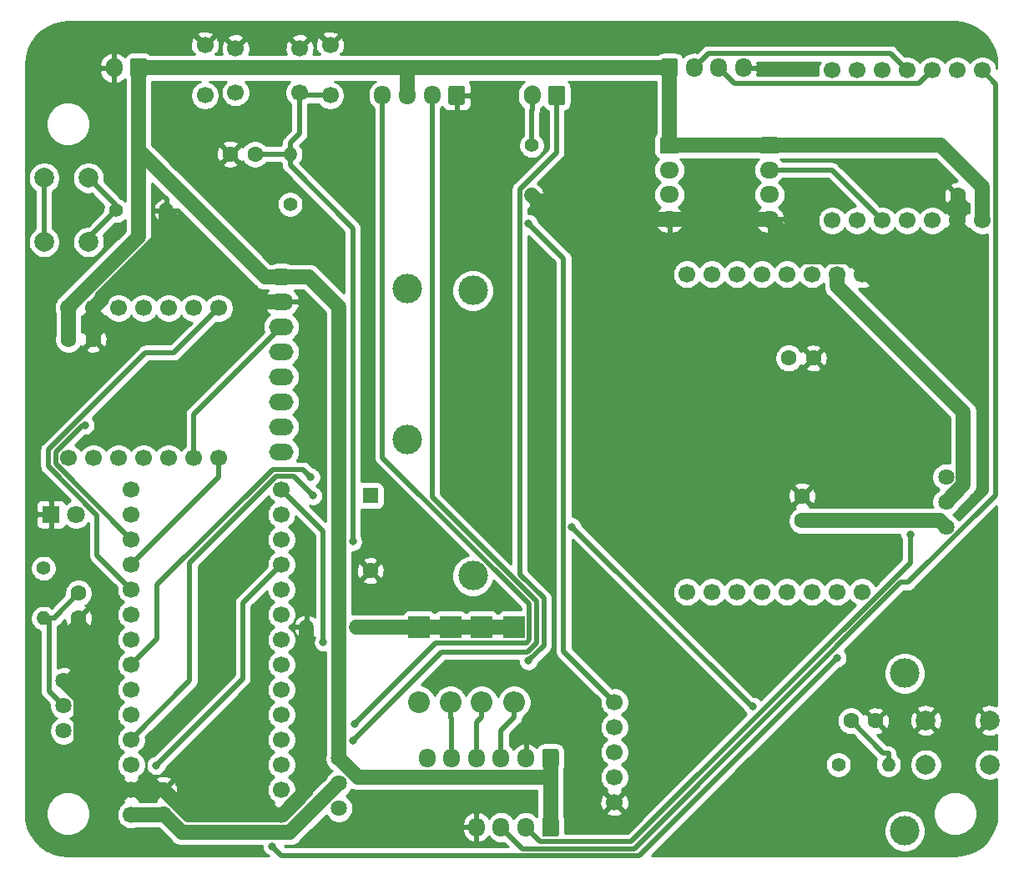
<source format=gbl>
G04 #@! TF.GenerationSoftware,KiCad,Pcbnew,(5.1.10)-1*
G04 #@! TF.CreationDate,2021-11-09T22:33:30+09:00*
G04 #@! TF.ProjectId,Heracles.main,48657261-636c-4657-932e-6d61696e2e6b,rev?*
G04 #@! TF.SameCoordinates,Original*
G04 #@! TF.FileFunction,Copper,L2,Bot*
G04 #@! TF.FilePolarity,Positive*
%FSLAX46Y46*%
G04 Gerber Fmt 4.6, Leading zero omitted, Abs format (unit mm)*
G04 Created by KiCad (PCBNEW (5.1.10)-1) date 2021-11-09 22:33:30*
%MOMM*%
%LPD*%
G01*
G04 APERTURE LIST*
G04 #@! TA.AperFunction,ComponentPad*
%ADD10C,1.700000*%
G04 #@! TD*
G04 #@! TA.AperFunction,ComponentPad*
%ADD11O,2.500000X1.700000*%
G04 #@! TD*
G04 #@! TA.AperFunction,ComponentPad*
%ADD12C,3.000000*%
G04 #@! TD*
G04 #@! TA.AperFunction,ComponentPad*
%ADD13C,1.600000*%
G04 #@! TD*
G04 #@! TA.AperFunction,ComponentPad*
%ADD14R,1.600000X1.600000*%
G04 #@! TD*
G04 #@! TA.AperFunction,ComponentPad*
%ADD15O,2.200000X2.200000*%
G04 #@! TD*
G04 #@! TA.AperFunction,ComponentPad*
%ADD16R,2.200000X2.200000*%
G04 #@! TD*
G04 #@! TA.AperFunction,ComponentPad*
%ADD17O,1.700000X1.950000*%
G04 #@! TD*
G04 #@! TA.AperFunction,ComponentPad*
%ADD18C,1.635000*%
G04 #@! TD*
G04 #@! TA.AperFunction,ComponentPad*
%ADD19C,2.000000*%
G04 #@! TD*
G04 #@! TA.AperFunction,ComponentPad*
%ADD20O,1.400000X1.400000*%
G04 #@! TD*
G04 #@! TA.AperFunction,ComponentPad*
%ADD21C,1.400000*%
G04 #@! TD*
G04 #@! TA.AperFunction,ComponentPad*
%ADD22O,1.700000X2.000000*%
G04 #@! TD*
G04 #@! TA.AperFunction,ComponentPad*
%ADD23O,1.950000X1.700000*%
G04 #@! TD*
G04 #@! TA.AperFunction,ComponentPad*
%ADD24C,1.800000*%
G04 #@! TD*
G04 #@! TA.AperFunction,ComponentPad*
%ADD25R,1.800000X1.800000*%
G04 #@! TD*
G04 #@! TA.AperFunction,ViaPad*
%ADD26C,0.800000*%
G04 #@! TD*
G04 #@! TA.AperFunction,Conductor*
%ADD27C,1.500000*%
G04 #@! TD*
G04 #@! TA.AperFunction,Conductor*
%ADD28C,0.500000*%
G04 #@! TD*
G04 #@! TA.AperFunction,Conductor*
%ADD29C,0.254000*%
G04 #@! TD*
G04 #@! TA.AperFunction,Conductor*
%ADD30C,0.100000*%
G04 #@! TD*
G04 APERTURE END LIST*
D10*
X113967000Y-59345000D03*
X113967000Y-63845000D03*
X120467000Y-59345000D03*
X120467000Y-63845000D03*
X110867000Y-64135000D03*
X110867000Y-59055000D03*
X123567000Y-59055000D03*
X123567000Y-64135000D03*
D11*
X118614000Y-82550000D03*
X118614000Y-85090000D03*
X118614000Y-87630000D03*
X118614000Y-90170000D03*
X118614000Y-92710000D03*
X118614000Y-95250000D03*
X118614000Y-97790000D03*
X118614000Y-100330000D03*
D12*
X131354000Y-99100000D03*
X131354000Y-83780000D03*
D10*
X103374000Y-137160000D03*
X103374000Y-134620000D03*
X103374000Y-132080000D03*
X103374000Y-129540000D03*
X103374000Y-127000000D03*
X103374000Y-124460000D03*
X103374000Y-121920000D03*
X103374000Y-119380000D03*
X103374000Y-116840000D03*
X103374000Y-114300000D03*
X103374000Y-111760000D03*
X103374000Y-109220000D03*
X103374000Y-106680000D03*
X103374000Y-104140000D03*
X118614000Y-104140000D03*
X118614000Y-106680000D03*
X118614000Y-109220000D03*
X118614000Y-111760000D03*
X118614000Y-114300000D03*
X118614000Y-116840000D03*
X118614000Y-119380000D03*
X118614000Y-121920000D03*
X118614000Y-124460000D03*
X118614000Y-127000000D03*
X118614000Y-129540000D03*
X118614000Y-132080000D03*
X118614000Y-134620000D03*
X118614000Y-137160000D03*
D13*
X127635000Y-112375000D03*
D14*
X127635000Y-104775000D03*
D15*
X142240000Y-125730000D03*
D16*
X142240000Y-118110000D03*
D15*
X138934000Y-125730000D03*
D16*
X138934000Y-118110000D03*
D15*
X135759000Y-125730000D03*
D16*
X135759000Y-118110000D03*
D15*
X132584000Y-125730000D03*
D16*
X132584000Y-118110000D03*
D10*
X159763000Y-114549000D03*
X162303000Y-114549000D03*
X164843000Y-114549000D03*
X167383000Y-114549000D03*
X169923000Y-114549000D03*
X172463000Y-114549000D03*
X175003000Y-114549000D03*
X177543000Y-114549000D03*
X159763000Y-82291000D03*
X162303000Y-82291000D03*
X164843000Y-82291000D03*
X167383000Y-82291000D03*
X169923000Y-82291000D03*
X172463000Y-82291000D03*
X175003000Y-82291000D03*
X177543000Y-82291000D03*
D12*
X138046000Y-83942000D03*
X138046000Y-112898000D03*
D17*
X133419000Y-131445000D03*
X135919000Y-131445000D03*
X138419000Y-131445000D03*
X140919000Y-131445000D03*
X143419000Y-131445000D03*
G04 #@! TA.AperFunction,ComponentPad*
G36*
G01*
X146769000Y-130720000D02*
X146769000Y-132170000D01*
G75*
G02*
X146519000Y-132420000I-250000J0D01*
G01*
X145319000Y-132420000D01*
G75*
G02*
X145069000Y-132170000I0J250000D01*
G01*
X145069000Y-130720000D01*
G75*
G02*
X145319000Y-130470000I250000J0D01*
G01*
X146519000Y-130470000D01*
G75*
G02*
X146769000Y-130720000I0J-250000D01*
G01*
G37*
G04 #@! TD.AperFunction*
D10*
X189734000Y-76835000D03*
X187194000Y-76835000D03*
X184654000Y-76835000D03*
X182114000Y-76835000D03*
X179574000Y-76835000D03*
X177034000Y-76835000D03*
X174494000Y-76835000D03*
X174494000Y-61595000D03*
X177034000Y-61595000D03*
X179574000Y-61595000D03*
X182114000Y-61595000D03*
X184654000Y-61595000D03*
X187194000Y-61595000D03*
X189734000Y-61595000D03*
X97024000Y-85725000D03*
X99564000Y-85725000D03*
X102104000Y-85725000D03*
X104644000Y-85725000D03*
X107184000Y-85725000D03*
X109724000Y-85725000D03*
X112264000Y-85725000D03*
X112264000Y-100965000D03*
X109724000Y-100965000D03*
X107184000Y-100965000D03*
X104644000Y-100965000D03*
X102104000Y-100965000D03*
X99564000Y-100965000D03*
X97024000Y-100965000D03*
D18*
X96516000Y-128651000D03*
X96516000Y-126111000D03*
X96516000Y-123571000D03*
D19*
X184000000Y-132080000D03*
X184000000Y-127580000D03*
X190500000Y-132080000D03*
X190500000Y-127580000D03*
D18*
X186055000Y-102870000D03*
X186055000Y-105410000D03*
X186055000Y-107950000D03*
X124460000Y-136525000D03*
X124460000Y-133985000D03*
X124460000Y-131445000D03*
D19*
X99056000Y-79017000D03*
X94556000Y-79017000D03*
X99056000Y-72517000D03*
X94556000Y-72517000D03*
D20*
X144014000Y-74295000D03*
D21*
X144014000Y-69215000D03*
X126234000Y-118110000D03*
D20*
X121154000Y-118110000D03*
X94484000Y-117221000D03*
D21*
X94484000Y-112141000D03*
D20*
X119503000Y-70104000D03*
D21*
X119503000Y-75184000D03*
D20*
X180209000Y-132080000D03*
D21*
X175129000Y-132080000D03*
D20*
X106930000Y-75819000D03*
D21*
X101850000Y-75819000D03*
D22*
X144054000Y-64135000D03*
G04 #@! TA.AperFunction,ComponentPad*
G36*
G01*
X147404000Y-63385000D02*
X147404000Y-64885000D01*
G75*
G02*
X147154000Y-65135000I-250000J0D01*
G01*
X145954000Y-65135000D01*
G75*
G02*
X145704000Y-64885000I0J250000D01*
G01*
X145704000Y-63385000D01*
G75*
G02*
X145954000Y-63135000I250000J0D01*
G01*
X147154000Y-63135000D01*
G75*
G02*
X147404000Y-63385000I0J-250000D01*
G01*
G37*
G04 #@! TD.AperFunction*
D10*
X152400000Y-135890000D03*
X152400000Y-133350000D03*
X152400000Y-130810000D03*
X152400000Y-128270000D03*
X152400000Y-125730000D03*
D12*
X181860000Y-122810000D03*
X181860000Y-138810000D03*
G04 #@! TA.AperFunction,ComponentPad*
G36*
G01*
X104986000Y-60591000D02*
X104986000Y-62091000D01*
G75*
G02*
X104736000Y-62341000I-250000J0D01*
G01*
X103536000Y-62341000D01*
G75*
G02*
X103286000Y-62091000I0J250000D01*
G01*
X103286000Y-60591000D01*
G75*
G02*
X103536000Y-60341000I250000J0D01*
G01*
X104736000Y-60341000D01*
G75*
G02*
X104986000Y-60591000I0J-250000D01*
G01*
G37*
G04 #@! TD.AperFunction*
D22*
X101636000Y-61341000D03*
D17*
X128894000Y-64135000D03*
X131394000Y-64135000D03*
X133894000Y-64135000D03*
G04 #@! TA.AperFunction,ComponentPad*
G36*
G01*
X137244000Y-63410000D02*
X137244000Y-64860000D01*
G75*
G02*
X136994000Y-65110000I-250000J0D01*
G01*
X135794000Y-65110000D01*
G75*
G02*
X135544000Y-64860000I0J250000D01*
G01*
X135544000Y-63410000D01*
G75*
G02*
X135794000Y-63160000I250000J0D01*
G01*
X136994000Y-63160000D01*
G75*
G02*
X137244000Y-63410000I0J-250000D01*
G01*
G37*
G04 #@! TD.AperFunction*
D23*
X168144000Y-76715000D03*
X168144000Y-74215000D03*
X168144000Y-71715000D03*
G04 #@! TA.AperFunction,ComponentPad*
G36*
G01*
X167419000Y-68365000D02*
X168869000Y-68365000D01*
G75*
G02*
X169119000Y-68615000I0J-250000D01*
G01*
X169119000Y-69815000D01*
G75*
G02*
X168869000Y-70065000I-250000J0D01*
G01*
X167419000Y-70065000D01*
G75*
G02*
X167169000Y-69815000I0J250000D01*
G01*
X167169000Y-68615000D01*
G75*
G02*
X167419000Y-68365000I250000J0D01*
G01*
G37*
G04 #@! TD.AperFunction*
X157984000Y-76715000D03*
X157984000Y-74215000D03*
X157984000Y-71715000D03*
G04 #@! TA.AperFunction,ComponentPad*
G36*
G01*
X157259000Y-68365000D02*
X158709000Y-68365000D01*
G75*
G02*
X158959000Y-68615000I0J-250000D01*
G01*
X158959000Y-69815000D01*
G75*
G02*
X158709000Y-70065000I-250000J0D01*
G01*
X157259000Y-70065000D01*
G75*
G02*
X157009000Y-69815000I0J250000D01*
G01*
X157009000Y-68615000D01*
G75*
G02*
X157259000Y-68365000I250000J0D01*
G01*
G37*
G04 #@! TD.AperFunction*
D17*
X165484000Y-61341000D03*
X162984000Y-61341000D03*
X160484000Y-61341000D03*
G04 #@! TA.AperFunction,ComponentPad*
G36*
G01*
X157134000Y-62066000D02*
X157134000Y-60616000D01*
G75*
G02*
X157384000Y-60366000I250000J0D01*
G01*
X158584000Y-60366000D01*
G75*
G02*
X158834000Y-60616000I0J-250000D01*
G01*
X158834000Y-62066000D01*
G75*
G02*
X158584000Y-62316000I-250000J0D01*
G01*
X157384000Y-62316000D01*
G75*
G02*
X157134000Y-62066000I0J250000D01*
G01*
G37*
G04 #@! TD.AperFunction*
X138419000Y-138430000D03*
X140919000Y-138430000D03*
X143419000Y-138430000D03*
G04 #@! TA.AperFunction,ComponentPad*
G36*
G01*
X146769000Y-137705000D02*
X146769000Y-139155000D01*
G75*
G02*
X146519000Y-139405000I-250000J0D01*
G01*
X145319000Y-139405000D01*
G75*
G02*
X145069000Y-139155000I0J250000D01*
G01*
X145069000Y-137705000D01*
G75*
G02*
X145319000Y-137455000I250000J0D01*
G01*
X146519000Y-137455000D01*
G75*
G02*
X146769000Y-137705000I0J-250000D01*
G01*
G37*
G04 #@! TD.AperFunction*
D24*
X97790000Y-106680000D03*
D25*
X95250000Y-106680000D03*
D13*
X98040000Y-117181000D03*
X98040000Y-114681000D03*
X113447000Y-70104000D03*
X115947000Y-70104000D03*
X106680000Y-137120000D03*
X106680000Y-134620000D03*
X187234000Y-74295000D03*
X189734000Y-74295000D03*
X99524000Y-88900000D03*
X97024000Y-88900000D03*
X178899000Y-127635000D03*
X176399000Y-127635000D03*
X172589000Y-90805000D03*
X170089000Y-90805000D03*
X171450000Y-104815000D03*
X171450000Y-107315000D03*
D26*
X121823300Y-104775000D03*
X148110600Y-107919600D03*
X166448200Y-126154600D03*
X125867600Y-109431900D03*
X105897700Y-132158000D03*
X182410700Y-108741300D03*
X126039900Y-127921300D03*
X125869600Y-129676900D03*
X122882500Y-119660400D03*
X143698500Y-77124600D03*
X143682000Y-121536700D03*
X98697600Y-97623900D03*
X117665900Y-140346800D03*
X175003000Y-121238100D03*
X121609100Y-102885700D03*
D27*
X98283500Y-125339000D02*
X96516000Y-123571000D01*
X103374000Y-134620000D02*
X102172000Y-134620000D01*
X102172000Y-134620000D02*
X98283500Y-130732000D01*
X98283500Y-130732000D02*
X98283500Y-125339000D01*
X118614000Y-85090000D02*
X115864000Y-85090000D01*
X115864000Y-85090000D02*
X106930000Y-76156000D01*
X106930000Y-76156000D02*
X106930000Y-75819000D01*
X106680000Y-134620000D02*
X103374000Y-134620000D01*
X98040000Y-117181000D02*
X98040000Y-125095000D01*
X98040000Y-125095000D02*
X98283500Y-125339000D01*
X99524000Y-88900000D02*
X99524000Y-85765000D01*
X99524000Y-85765000D02*
X99564000Y-85725000D01*
X99564000Y-85725000D02*
X100414000Y-84875000D01*
X100414000Y-84875000D02*
X100414000Y-84615200D01*
X100414000Y-84615200D02*
X106930000Y-78099200D01*
X106930000Y-78099200D02*
X106930000Y-75819000D01*
X106680000Y-134620000D02*
X109220000Y-137160000D01*
X109220000Y-137160000D02*
X118614000Y-137160000D01*
X118614000Y-137160000D02*
X118738000Y-137160000D01*
X118738000Y-137160000D02*
X121154000Y-134744000D01*
X121154000Y-134744000D02*
X121154000Y-118110000D01*
X144014000Y-74295000D02*
X146434000Y-76715000D01*
X146434000Y-76715000D02*
X157984000Y-76715000D01*
X157984000Y-76715000D02*
X168144000Y-76715000D01*
X187234000Y-74295000D02*
X187234000Y-76795000D01*
X187234000Y-76795000D02*
X187194000Y-76835000D01*
X187194000Y-76835000D02*
X187194000Y-78037100D01*
X187194000Y-78037100D02*
X182940000Y-82291000D01*
X182940000Y-82291000D02*
X177543000Y-82291000D01*
X168144000Y-76715000D02*
X171920000Y-80491000D01*
X171920000Y-80491000D02*
X176945000Y-80491000D01*
X176945000Y-80491000D02*
X177543000Y-81088900D01*
X177543000Y-81088900D02*
X177543000Y-82291000D01*
D28*
X103374000Y-129540000D02*
X109337400Y-123576600D01*
X109337400Y-123576600D02*
X109337400Y-111567100D01*
X109337400Y-111567100D02*
X118077700Y-102826800D01*
X118077700Y-102826800D02*
X119875100Y-102826800D01*
X119875100Y-102826800D02*
X121823300Y-104775000D01*
D27*
X171450000Y-107315000D02*
X185420000Y-107315000D01*
X185420000Y-107315000D02*
X186055000Y-107950000D01*
X131314000Y-61341000D02*
X104136000Y-61341000D01*
X157984000Y-61341000D02*
X131314000Y-61341000D01*
X145919000Y-133350000D02*
X145919000Y-131445000D01*
X145919000Y-138430000D02*
X145919000Y-133350000D01*
X104136000Y-61341000D02*
X104136000Y-69723000D01*
X104136000Y-69723000D02*
X104136000Y-78489000D01*
X104136000Y-78489000D02*
X97024000Y-85601000D01*
X97024000Y-85601000D02*
X97024000Y-85725000D01*
X118614000Y-82550000D02*
X116963000Y-82550000D01*
X116963000Y-82550000D02*
X104136000Y-69723000D01*
X124460000Y-131445000D02*
X124460000Y-117442000D01*
X124460000Y-117442000D02*
X124456000Y-117438000D01*
X124456000Y-117438000D02*
X124456000Y-85642000D01*
X124456000Y-85642000D02*
X121364000Y-82550000D01*
X121364000Y-82550000D02*
X118614000Y-82550000D01*
X124460000Y-131445000D02*
X126385000Y-133370000D01*
X126385000Y-133370000D02*
X145899000Y-133370000D01*
X145899000Y-133370000D02*
X145919000Y-133350000D01*
X189734000Y-76835000D02*
X189734000Y-74295000D01*
X97024000Y-85725000D02*
X97024000Y-88900000D01*
X157984000Y-69215000D02*
X168144000Y-69215000D01*
X168144000Y-69215000D02*
X185521000Y-69215000D01*
X185521000Y-69215000D02*
X189734000Y-73427700D01*
X189734000Y-73427700D02*
X189734000Y-74295000D01*
X157984000Y-61341000D02*
X157984000Y-69215000D01*
X131394000Y-64135000D02*
X131394000Y-61421000D01*
X131394000Y-61421000D02*
X131314000Y-61341000D01*
D28*
X148110600Y-107919600D02*
X166345600Y-126154600D01*
X166345600Y-126154600D02*
X166448200Y-126154600D01*
X180209000Y-132080000D02*
X180209000Y-130929700D01*
X176399000Y-127635000D02*
X179693700Y-130929700D01*
X179693700Y-130929700D02*
X180209000Y-130929700D01*
D27*
X103374000Y-137160000D02*
X106640000Y-137160000D01*
X106640000Y-137160000D02*
X106680000Y-137120000D01*
X124460000Y-133985000D02*
X119485000Y-138960000D01*
X119485000Y-138960000D02*
X108520000Y-138960000D01*
X108520000Y-138960000D02*
X106680000Y-137120000D01*
D28*
X119503000Y-70104000D02*
X119503000Y-71254300D01*
X119503000Y-71254300D02*
X125867600Y-77618900D01*
X125867600Y-77618900D02*
X125867600Y-109431900D01*
X115947000Y-70104000D02*
X119503000Y-70104000D01*
X120467000Y-64135000D02*
X120467000Y-63845000D01*
X119503000Y-68953700D02*
X120467000Y-67989700D01*
X120467000Y-67989700D02*
X120467000Y-64135000D01*
X120467000Y-64135000D02*
X123567000Y-64135000D01*
X119503000Y-70104000D02*
X119503000Y-68953700D01*
X95041200Y-117221000D02*
X95041200Y-124636200D01*
X95041200Y-124636200D02*
X96516000Y-126111000D01*
X95041200Y-117221000D02*
X95634300Y-117221000D01*
X94484000Y-117221000D02*
X95041200Y-117221000D01*
X98040000Y-114681000D02*
X95634300Y-117086700D01*
X95634300Y-117086700D02*
X95634300Y-117221000D01*
X105897700Y-132158000D02*
X114713500Y-123342200D01*
X114713500Y-123342200D02*
X114713500Y-115660500D01*
X114713500Y-115660500D02*
X118614000Y-111760000D01*
X140919000Y-138430000D02*
X143093000Y-140604000D01*
X143093000Y-140604000D02*
X154383000Y-140604000D01*
X154383000Y-140604000D02*
X181403200Y-113583800D01*
X181403200Y-113583800D02*
X182236800Y-113583800D01*
X182236800Y-113583800D02*
X191116100Y-104704500D01*
X191116100Y-104704500D02*
X191116100Y-62977100D01*
X191116100Y-62977100D02*
X189734000Y-61595000D01*
X143419000Y-138430000D02*
X144892600Y-139903600D01*
X144892600Y-139903600D02*
X154092900Y-139903600D01*
X154092900Y-139903600D02*
X182410700Y-111585800D01*
X182410700Y-111585800D02*
X182410700Y-108741300D01*
X162984000Y-61341000D02*
X164599800Y-62956800D01*
X164599800Y-62956800D02*
X183292200Y-62956800D01*
X183292200Y-62956800D02*
X184654000Y-61595000D01*
X160484000Y-61341000D02*
X161949700Y-59875300D01*
X161949700Y-59875300D02*
X180394300Y-59875300D01*
X180394300Y-59875300D02*
X182114000Y-61595000D01*
X168144000Y-71715000D02*
X174454000Y-71715000D01*
X174454000Y-71715000D02*
X179574000Y-76835000D01*
X128894000Y-64135000D02*
X128894000Y-100892500D01*
X128894000Y-100892500D02*
X143790300Y-115788800D01*
X143790300Y-115788800D02*
X143790300Y-119403800D01*
X143790300Y-119403800D02*
X143499200Y-119694900D01*
X143499200Y-119694900D02*
X134266300Y-119694900D01*
X134266300Y-119694900D02*
X126039900Y-127921300D01*
X133894000Y-64135000D02*
X133894000Y-65560300D01*
X125869600Y-129676900D02*
X134903600Y-120642900D01*
X134903600Y-120642900D02*
X143570600Y-120642900D01*
X143570600Y-120642900D02*
X144490700Y-119722800D01*
X144490700Y-119722800D02*
X144490700Y-115498700D01*
X144490700Y-115498700D02*
X133894100Y-104902100D01*
X133894100Y-104902100D02*
X133894100Y-65560300D01*
X133894100Y-65560300D02*
X133894000Y-65560300D01*
X118614000Y-104140000D02*
X122882500Y-108408500D01*
X122882500Y-108408500D02*
X122882500Y-119660400D01*
X152400000Y-125730000D02*
X147260200Y-120590200D01*
X147260200Y-120590200D02*
X147260200Y-80686300D01*
X147260200Y-80686300D02*
X143698500Y-77124600D01*
D27*
X132584000Y-118110000D02*
X126234000Y-118110000D01*
X135759000Y-118110000D02*
X132584000Y-118110000D01*
X142240000Y-118110000D02*
X138934000Y-118110000D01*
X138934000Y-118110000D02*
X135759000Y-118110000D01*
D28*
X144054000Y-64135000D02*
X144054000Y-65585300D01*
X144054000Y-65585300D02*
X144014000Y-65625300D01*
X144014000Y-65625300D02*
X144014000Y-69215000D01*
X146554000Y-64135000D02*
X146554000Y-69911600D01*
X146554000Y-69911600D02*
X142811700Y-73653900D01*
X142811700Y-73653900D02*
X142811700Y-112746600D01*
X142811700Y-112746600D02*
X145254800Y-115189700D01*
X145254800Y-115189700D02*
X145254800Y-119963900D01*
X145254800Y-119963900D02*
X143682000Y-121536700D01*
X99056000Y-72517000D02*
X101850000Y-75311000D01*
X101850000Y-75311000D02*
X101850000Y-75819000D01*
X101850000Y-75819000D02*
X99056000Y-78613000D01*
X99056000Y-78613000D02*
X99056000Y-79017000D01*
X94556000Y-72517000D02*
X94556000Y-79017000D01*
D27*
X186055000Y-105410000D02*
X187823000Y-103642000D01*
X187823000Y-103642000D02*
X187823000Y-96312600D01*
X187823000Y-96312600D02*
X175003000Y-83493100D01*
X175003000Y-83493100D02*
X175003000Y-82291000D01*
X118614000Y-100330000D02*
X118208000Y-100330000D01*
X118614000Y-97790000D02*
X118208000Y-97790000D01*
D28*
X118614000Y-87630000D02*
X109724000Y-96520000D01*
X109724000Y-96520000D02*
X109724000Y-100965000D01*
X112264000Y-85725000D02*
X107728600Y-90260400D01*
X107728600Y-90260400D02*
X104831300Y-90260400D01*
X104831300Y-90260400D02*
X94979600Y-100112100D01*
X94979600Y-100112100D02*
X94979600Y-101816100D01*
X94979600Y-101816100D02*
X99939500Y-106776000D01*
X99939500Y-106776000D02*
X99939500Y-110865500D01*
X99939500Y-110865500D02*
X103374000Y-114300000D01*
X112264000Y-100965000D02*
X112264000Y-102870000D01*
X112264000Y-102870000D02*
X103374000Y-111760000D01*
X98697600Y-97623900D02*
X98467100Y-97623900D01*
X98467100Y-97623900D02*
X95721100Y-100369900D01*
X95721100Y-100369900D02*
X95721100Y-101567100D01*
X95721100Y-101567100D02*
X103374000Y-109220000D01*
X117665900Y-140346800D02*
X118633700Y-141314600D01*
X118633700Y-141314600D02*
X154926500Y-141314600D01*
X154926500Y-141314600D02*
X175003000Y-121238100D01*
X121609100Y-102885700D02*
X120849800Y-102126400D01*
X120849800Y-102126400D02*
X117741500Y-102126400D01*
X117741500Y-102126400D02*
X106027300Y-113840600D01*
X106027300Y-113840600D02*
X106027300Y-119266700D01*
X106027300Y-119266700D02*
X103374000Y-121920000D01*
X135759000Y-125730000D02*
X135759000Y-127280300D01*
X135919000Y-131445000D02*
X135919000Y-127440300D01*
X135919000Y-127440300D02*
X135759000Y-127280300D01*
X138934000Y-125730000D02*
X138934000Y-127280300D01*
X138419000Y-131445000D02*
X138419000Y-127795300D01*
X138419000Y-127795300D02*
X138934000Y-127280300D01*
X140919000Y-131445000D02*
X140919000Y-128601300D01*
X140919000Y-128601300D02*
X142240000Y-127280300D01*
X142240000Y-125730000D02*
X142240000Y-127280300D01*
D29*
X187698747Y-56765281D02*
X188429643Y-56965231D01*
X189113575Y-57291450D01*
X189728928Y-57733626D01*
X190256259Y-58277789D01*
X190678886Y-58906726D01*
X190983463Y-59600570D01*
X191161715Y-60343039D01*
X191209000Y-60986949D01*
X191209000Y-61398467D01*
X191161932Y-61161842D01*
X191049990Y-60891589D01*
X190887475Y-60648368D01*
X190680632Y-60441525D01*
X190437411Y-60279010D01*
X190167158Y-60167068D01*
X189880260Y-60110000D01*
X189587740Y-60110000D01*
X189300842Y-60167068D01*
X189030589Y-60279010D01*
X188787368Y-60441525D01*
X188580525Y-60648368D01*
X188464000Y-60822760D01*
X188347475Y-60648368D01*
X188140632Y-60441525D01*
X187897411Y-60279010D01*
X187627158Y-60167068D01*
X187340260Y-60110000D01*
X187047740Y-60110000D01*
X186760842Y-60167068D01*
X186490589Y-60279010D01*
X186247368Y-60441525D01*
X186040525Y-60648368D01*
X185924000Y-60822760D01*
X185807475Y-60648368D01*
X185600632Y-60441525D01*
X185357411Y-60279010D01*
X185087158Y-60167068D01*
X184800260Y-60110000D01*
X184507740Y-60110000D01*
X184220842Y-60167068D01*
X183950589Y-60279010D01*
X183707368Y-60441525D01*
X183500525Y-60648368D01*
X183384000Y-60822760D01*
X183267475Y-60648368D01*
X183060632Y-60441525D01*
X182817411Y-60279010D01*
X182547158Y-60167068D01*
X182260260Y-60110000D01*
X181967740Y-60110000D01*
X181895040Y-60124461D01*
X181050834Y-59280256D01*
X181023117Y-59246483D01*
X180888359Y-59135889D01*
X180734613Y-59053711D01*
X180567790Y-59003105D01*
X180437777Y-58990300D01*
X180437769Y-58990300D01*
X180394300Y-58986019D01*
X180350831Y-58990300D01*
X161993169Y-58990300D01*
X161949700Y-58986019D01*
X161906231Y-58990300D01*
X161906223Y-58990300D01*
X161776210Y-59003105D01*
X161609387Y-59053711D01*
X161467620Y-59129486D01*
X161455641Y-59135889D01*
X161354653Y-59218768D01*
X161354651Y-59218770D01*
X161320883Y-59246483D01*
X161293170Y-59280251D01*
X160810269Y-59763152D01*
X160775110Y-59752487D01*
X160484000Y-59723815D01*
X160192889Y-59752487D01*
X159912966Y-59837401D01*
X159654986Y-59975294D01*
X159428866Y-60160866D01*
X159376777Y-60224337D01*
X159322405Y-60122614D01*
X159211962Y-59988038D01*
X159077386Y-59877595D01*
X158923850Y-59795528D01*
X158757254Y-59744992D01*
X158584000Y-59727928D01*
X157384000Y-59727928D01*
X157210746Y-59744992D01*
X157044150Y-59795528D01*
X156890614Y-59877595D01*
X156795077Y-59956000D01*
X131382029Y-59956000D01*
X131314000Y-59949300D01*
X131245971Y-59956000D01*
X124647608Y-59956000D01*
X124595399Y-59903791D01*
X124844472Y-59826157D01*
X124970371Y-59562117D01*
X125042339Y-59278589D01*
X125057611Y-58986469D01*
X125015599Y-58696981D01*
X124917919Y-58421253D01*
X124844472Y-58283843D01*
X124595397Y-58206208D01*
X123746605Y-59055000D01*
X123760748Y-59069143D01*
X123581143Y-59248748D01*
X123567000Y-59234605D01*
X123552858Y-59248748D01*
X123373253Y-59069143D01*
X123387395Y-59055000D01*
X122538603Y-58206208D01*
X122289528Y-58283843D01*
X122163629Y-58547883D01*
X122091661Y-58831411D01*
X122076389Y-59123531D01*
X122118401Y-59413019D01*
X122216081Y-59688747D01*
X122289528Y-59826157D01*
X122538601Y-59903791D01*
X122486392Y-59956000D01*
X121820838Y-59956000D01*
X121870371Y-59852117D01*
X121942339Y-59568589D01*
X121957611Y-59276469D01*
X121915599Y-58986981D01*
X121817919Y-58711253D01*
X121744472Y-58573843D01*
X121495397Y-58496208D01*
X120646605Y-59345000D01*
X120660748Y-59359143D01*
X120481143Y-59538748D01*
X120467000Y-59524605D01*
X120452858Y-59538748D01*
X120273253Y-59359143D01*
X120287395Y-59345000D01*
X119438603Y-58496208D01*
X119189528Y-58573843D01*
X119063629Y-58837883D01*
X118991661Y-59121411D01*
X118976389Y-59413531D01*
X119018401Y-59703019D01*
X119108023Y-59956000D01*
X115320838Y-59956000D01*
X115370371Y-59852117D01*
X115442339Y-59568589D01*
X115457611Y-59276469D01*
X115415599Y-58986981D01*
X115317919Y-58711253D01*
X115244472Y-58573843D01*
X114995397Y-58496208D01*
X114146605Y-59345000D01*
X114160748Y-59359143D01*
X113981143Y-59538748D01*
X113967000Y-59524605D01*
X113952858Y-59538748D01*
X113773253Y-59359143D01*
X113787395Y-59345000D01*
X112938603Y-58496208D01*
X112689528Y-58573843D01*
X112563629Y-58837883D01*
X112491661Y-59121411D01*
X112476389Y-59413531D01*
X112518401Y-59703019D01*
X112608023Y-59956000D01*
X111947608Y-59956000D01*
X111895399Y-59903791D01*
X112144472Y-59826157D01*
X112270371Y-59562117D01*
X112342339Y-59278589D01*
X112357611Y-58986469D01*
X112315599Y-58696981D01*
X112217919Y-58421253D01*
X112161983Y-58316603D01*
X113118208Y-58316603D01*
X113967000Y-59165395D01*
X114815792Y-58316603D01*
X119618208Y-58316603D01*
X120467000Y-59165395D01*
X121315792Y-58316603D01*
X121238157Y-58067528D01*
X121152328Y-58026603D01*
X122718208Y-58026603D01*
X123567000Y-58875395D01*
X124415792Y-58026603D01*
X124338157Y-57777528D01*
X124074117Y-57651629D01*
X123790589Y-57579661D01*
X123498469Y-57564389D01*
X123208981Y-57606401D01*
X122933253Y-57704081D01*
X122795843Y-57777528D01*
X122718208Y-58026603D01*
X121152328Y-58026603D01*
X120974117Y-57941629D01*
X120690589Y-57869661D01*
X120398469Y-57854389D01*
X120108981Y-57896401D01*
X119833253Y-57994081D01*
X119695843Y-58067528D01*
X119618208Y-58316603D01*
X114815792Y-58316603D01*
X114738157Y-58067528D01*
X114474117Y-57941629D01*
X114190589Y-57869661D01*
X113898469Y-57854389D01*
X113608981Y-57896401D01*
X113333253Y-57994081D01*
X113195843Y-58067528D01*
X113118208Y-58316603D01*
X112161983Y-58316603D01*
X112144472Y-58283843D01*
X111895397Y-58206208D01*
X111046605Y-59055000D01*
X111060748Y-59069143D01*
X110881143Y-59248748D01*
X110867000Y-59234605D01*
X110852858Y-59248748D01*
X110673253Y-59069143D01*
X110687395Y-59055000D01*
X109838603Y-58206208D01*
X109589528Y-58283843D01*
X109463629Y-58547883D01*
X109391661Y-58831411D01*
X109376389Y-59123531D01*
X109418401Y-59413019D01*
X109516081Y-59688747D01*
X109589528Y-59826157D01*
X109838601Y-59903791D01*
X109786392Y-59956000D01*
X105355386Y-59956000D01*
X105229386Y-59852595D01*
X105075850Y-59770528D01*
X104909254Y-59719992D01*
X104736000Y-59702928D01*
X103536000Y-59702928D01*
X103362746Y-59719992D01*
X103196150Y-59770528D01*
X103042614Y-59852595D01*
X102908038Y-59963038D01*
X102797595Y-60097614D01*
X102743086Y-60199593D01*
X102742802Y-60199205D01*
X102528046Y-60002336D01*
X102279009Y-59851146D01*
X102005261Y-59751446D01*
X101992890Y-59749524D01*
X101763000Y-59870845D01*
X101763000Y-61214000D01*
X101783000Y-61214000D01*
X101783000Y-61468000D01*
X101763000Y-61468000D01*
X101763000Y-62811155D01*
X101992890Y-62932476D01*
X102005261Y-62930554D01*
X102279009Y-62830854D01*
X102528046Y-62679664D01*
X102742802Y-62482795D01*
X102743086Y-62482407D01*
X102751000Y-62497213D01*
X102751001Y-69654954D01*
X102751000Y-69654964D01*
X102751000Y-69654971D01*
X102744300Y-69723000D01*
X102751000Y-69791029D01*
X102751001Y-74832026D01*
X102701013Y-74782038D01*
X102482359Y-74635939D01*
X102387032Y-74596453D01*
X100654103Y-72863525D01*
X100691000Y-72678033D01*
X100691000Y-72355967D01*
X100628168Y-72040088D01*
X100504918Y-71742537D01*
X100325987Y-71474748D01*
X100098252Y-71247013D01*
X99830463Y-71068082D01*
X99532912Y-70944832D01*
X99217033Y-70882000D01*
X98894967Y-70882000D01*
X98579088Y-70944832D01*
X98281537Y-71068082D01*
X98013748Y-71247013D01*
X97786013Y-71474748D01*
X97607082Y-71742537D01*
X97483832Y-72040088D01*
X97421000Y-72355967D01*
X97421000Y-72678033D01*
X97483832Y-72993912D01*
X97607082Y-73291463D01*
X97786013Y-73559252D01*
X98013748Y-73786987D01*
X98281537Y-73965918D01*
X98579088Y-74089168D01*
X98894967Y-74152000D01*
X99217033Y-74152000D01*
X99402525Y-74115103D01*
X100610447Y-75323025D01*
X100566304Y-75429595D01*
X100515000Y-75687514D01*
X100515000Y-75902421D01*
X99035422Y-77382000D01*
X98894967Y-77382000D01*
X98579088Y-77444832D01*
X98281537Y-77568082D01*
X98013748Y-77747013D01*
X97786013Y-77974748D01*
X97607082Y-78242537D01*
X97483832Y-78540088D01*
X97421000Y-78855967D01*
X97421000Y-79178033D01*
X97483832Y-79493912D01*
X97607082Y-79791463D01*
X97786013Y-80059252D01*
X98013748Y-80286987D01*
X98281537Y-80465918D01*
X98579088Y-80589168D01*
X98894967Y-80652000D01*
X99217033Y-80652000D01*
X99532912Y-80589168D01*
X99830463Y-80465918D01*
X100098252Y-80286987D01*
X100325987Y-80059252D01*
X100504918Y-79791463D01*
X100628168Y-79493912D01*
X100691000Y-79178033D01*
X100691000Y-78855967D01*
X100628168Y-78540088D01*
X100555625Y-78364954D01*
X101766579Y-77154000D01*
X101981486Y-77154000D01*
X102239405Y-77102696D01*
X102482359Y-77002061D01*
X102701013Y-76855962D01*
X102751001Y-76805974D01*
X102751001Y-77915313D01*
X96129872Y-84536443D01*
X96077368Y-84571525D01*
X95870525Y-84778368D01*
X95708010Y-85021589D01*
X95596068Y-85291842D01*
X95539000Y-85578740D01*
X95539000Y-85871260D01*
X95596068Y-86158158D01*
X95639000Y-86261806D01*
X95639001Y-88507297D01*
X95589000Y-88758665D01*
X95589000Y-89041335D01*
X95644147Y-89318574D01*
X95752320Y-89579727D01*
X95909363Y-89814759D01*
X96109241Y-90014637D01*
X96344273Y-90171680D01*
X96605426Y-90279853D01*
X96882665Y-90335000D01*
X97165335Y-90335000D01*
X97442574Y-90279853D01*
X97703727Y-90171680D01*
X97938759Y-90014637D01*
X98060694Y-89892702D01*
X98710903Y-89892702D01*
X98782486Y-90136671D01*
X99037996Y-90257571D01*
X99312184Y-90326300D01*
X99594512Y-90340217D01*
X99874130Y-90298787D01*
X100140292Y-90203603D01*
X100265514Y-90136671D01*
X100337097Y-89892702D01*
X99524000Y-89079605D01*
X98710903Y-89892702D01*
X98060694Y-89892702D01*
X98138637Y-89814759D01*
X98272692Y-89614131D01*
X98287329Y-89641514D01*
X98531298Y-89713097D01*
X99344395Y-88900000D01*
X99703605Y-88900000D01*
X100516702Y-89713097D01*
X100760671Y-89641514D01*
X100881571Y-89386004D01*
X100950300Y-89111816D01*
X100964217Y-88829488D01*
X100922787Y-88549870D01*
X100827603Y-88283708D01*
X100760671Y-88158486D01*
X100516702Y-88086903D01*
X99703605Y-88900000D01*
X99344395Y-88900000D01*
X98531298Y-88086903D01*
X98409000Y-88122786D01*
X98409000Y-87907298D01*
X98710903Y-87907298D01*
X99524000Y-88720395D01*
X100337097Y-87907298D01*
X100265514Y-87663329D01*
X100010004Y-87542429D01*
X99735816Y-87473700D01*
X99453488Y-87459783D01*
X99173870Y-87501213D01*
X98907708Y-87596397D01*
X98782486Y-87663329D01*
X98710903Y-87907298D01*
X98409000Y-87907298D01*
X98409000Y-86753397D01*
X98715208Y-86753397D01*
X98792843Y-87002472D01*
X99056883Y-87128371D01*
X99340411Y-87200339D01*
X99632531Y-87215611D01*
X99922019Y-87173599D01*
X100197747Y-87075919D01*
X100335157Y-87002472D01*
X100412792Y-86753397D01*
X99564000Y-85904605D01*
X98715208Y-86753397D01*
X98409000Y-86753397D01*
X98409000Y-86534331D01*
X98535603Y-86573792D01*
X99384395Y-85725000D01*
X99370253Y-85710858D01*
X99549858Y-85531253D01*
X99564000Y-85545395D01*
X100412792Y-84696603D01*
X100335157Y-84447528D01*
X100200408Y-84383277D01*
X105067236Y-79516450D01*
X105120081Y-79473081D01*
X105219114Y-79352410D01*
X105293157Y-79262188D01*
X105421764Y-79021581D01*
X105500960Y-78760507D01*
X105515488Y-78613000D01*
X105521000Y-78557037D01*
X105521000Y-78557029D01*
X105527700Y-78489000D01*
X105521000Y-78420971D01*
X105521000Y-76152329D01*
X105637284Y-76152329D01*
X105669953Y-76260044D01*
X105780208Y-76497392D01*
X105934649Y-76708670D01*
X106127340Y-76885759D01*
X106350877Y-77021853D01*
X106596670Y-77111722D01*
X106803000Y-76989201D01*
X106803000Y-75946000D01*
X107057000Y-75946000D01*
X107057000Y-76989201D01*
X107263330Y-77111722D01*
X107509123Y-77021853D01*
X107732660Y-76885759D01*
X107925351Y-76708670D01*
X108079792Y-76497392D01*
X108190047Y-76260044D01*
X108222716Y-76152329D01*
X108099374Y-75946000D01*
X107057000Y-75946000D01*
X106803000Y-75946000D01*
X105760626Y-75946000D01*
X105637284Y-76152329D01*
X105521000Y-76152329D01*
X105521000Y-75485671D01*
X105637284Y-75485671D01*
X105760626Y-75692000D01*
X106803000Y-75692000D01*
X106803000Y-74648799D01*
X106596670Y-74526278D01*
X106350877Y-74616147D01*
X106127340Y-74752241D01*
X105934649Y-74929330D01*
X105780208Y-75140608D01*
X105669953Y-75377956D01*
X105637284Y-75485671D01*
X105521000Y-75485671D01*
X105521000Y-73066685D01*
X107085933Y-74631618D01*
X107057000Y-74648799D01*
X107057000Y-75692000D01*
X108099374Y-75692000D01*
X108116936Y-75662622D01*
X115935550Y-83481236D01*
X115978919Y-83534081D01*
X116031764Y-83577450D01*
X116031766Y-83577452D01*
X116130292Y-83658310D01*
X116189812Y-83707157D01*
X116430419Y-83835764D01*
X116691493Y-83914960D01*
X116894963Y-83935000D01*
X116894972Y-83935000D01*
X116962999Y-83941700D01*
X117031026Y-83935000D01*
X117273966Y-83935000D01*
X117074143Y-84129748D01*
X116908709Y-84370574D01*
X116793437Y-84639047D01*
X116772524Y-84733110D01*
X116893845Y-84963000D01*
X118487000Y-84963000D01*
X118487000Y-84943000D01*
X118741000Y-84943000D01*
X118741000Y-84963000D01*
X120334155Y-84963000D01*
X120455476Y-84733110D01*
X120434563Y-84639047D01*
X120319291Y-84370574D01*
X120153857Y-84129748D01*
X119954034Y-83935000D01*
X120790315Y-83935000D01*
X123071001Y-86215687D01*
X123071000Y-107345421D01*
X121477704Y-105752126D01*
X121521402Y-105770226D01*
X121721361Y-105810000D01*
X121925239Y-105810000D01*
X122125198Y-105770226D01*
X122313556Y-105692205D01*
X122483074Y-105578937D01*
X122627237Y-105434774D01*
X122740505Y-105265256D01*
X122818526Y-105076898D01*
X122858300Y-104876939D01*
X122858300Y-104673061D01*
X122818526Y-104473102D01*
X122740505Y-104284744D01*
X122627237Y-104115226D01*
X122483074Y-103971063D01*
X122313556Y-103857795D01*
X122130616Y-103782018D01*
X122268874Y-103689637D01*
X122413037Y-103545474D01*
X122526305Y-103375956D01*
X122604326Y-103187598D01*
X122644100Y-102987639D01*
X122644100Y-102783761D01*
X122604326Y-102583802D01*
X122526305Y-102395444D01*
X122413037Y-102225926D01*
X122268874Y-102081763D01*
X122099356Y-101968495D01*
X121910998Y-101890474D01*
X121854144Y-101879165D01*
X121506334Y-101531356D01*
X121478617Y-101497583D01*
X121343859Y-101386989D01*
X121190113Y-101304811D01*
X121023290Y-101254205D01*
X120893277Y-101241400D01*
X120893269Y-101241400D01*
X120849800Y-101237119D01*
X120806331Y-101241400D01*
X120187094Y-101241400D01*
X120254706Y-101159014D01*
X120392599Y-100901034D01*
X120477513Y-100621111D01*
X120506185Y-100330000D01*
X120477513Y-100038889D01*
X120392599Y-99758966D01*
X120254706Y-99500986D01*
X120069134Y-99274866D01*
X119843014Y-99089294D01*
X119788209Y-99060000D01*
X119843014Y-99030706D01*
X120069134Y-98845134D01*
X120254706Y-98619014D01*
X120392599Y-98361034D01*
X120477513Y-98081111D01*
X120506185Y-97790000D01*
X120477513Y-97498889D01*
X120392599Y-97218966D01*
X120254706Y-96960986D01*
X120069134Y-96734866D01*
X119843014Y-96549294D01*
X119788209Y-96520000D01*
X119843014Y-96490706D01*
X120069134Y-96305134D01*
X120254706Y-96079014D01*
X120392599Y-95821034D01*
X120477513Y-95541111D01*
X120506185Y-95250000D01*
X120477513Y-94958889D01*
X120392599Y-94678966D01*
X120254706Y-94420986D01*
X120069134Y-94194866D01*
X119843014Y-94009294D01*
X119788209Y-93980000D01*
X119843014Y-93950706D01*
X120069134Y-93765134D01*
X120254706Y-93539014D01*
X120392599Y-93281034D01*
X120477513Y-93001111D01*
X120506185Y-92710000D01*
X120477513Y-92418889D01*
X120392599Y-92138966D01*
X120254706Y-91880986D01*
X120069134Y-91654866D01*
X119843014Y-91469294D01*
X119788209Y-91440000D01*
X119843014Y-91410706D01*
X120069134Y-91225134D01*
X120254706Y-90999014D01*
X120392599Y-90741034D01*
X120477513Y-90461111D01*
X120506185Y-90170000D01*
X120477513Y-89878889D01*
X120392599Y-89598966D01*
X120254706Y-89340986D01*
X120069134Y-89114866D01*
X119843014Y-88929294D01*
X119788209Y-88900000D01*
X119843014Y-88870706D01*
X120069134Y-88685134D01*
X120254706Y-88459014D01*
X120392599Y-88201034D01*
X120477513Y-87921111D01*
X120506185Y-87630000D01*
X120477513Y-87338889D01*
X120392599Y-87058966D01*
X120254706Y-86800986D01*
X120069134Y-86574866D01*
X119843014Y-86389294D01*
X119784663Y-86358105D01*
X119944619Y-86254176D01*
X120153857Y-86050252D01*
X120319291Y-85809426D01*
X120434563Y-85540953D01*
X120455476Y-85446890D01*
X120334155Y-85217000D01*
X118741000Y-85217000D01*
X118741000Y-85237000D01*
X118487000Y-85237000D01*
X118487000Y-85217000D01*
X116893845Y-85217000D01*
X116772524Y-85446890D01*
X116793437Y-85540953D01*
X116908709Y-85809426D01*
X117074143Y-86050252D01*
X117283381Y-86254176D01*
X117443337Y-86358105D01*
X117384986Y-86389294D01*
X117158866Y-86574866D01*
X116973294Y-86800986D01*
X116835401Y-87058966D01*
X116750487Y-87338889D01*
X116721815Y-87630000D01*
X116750487Y-87921111D01*
X116825157Y-88167264D01*
X109128956Y-95863466D01*
X109095183Y-95891183D01*
X108984589Y-96025942D01*
X108902411Y-96179688D01*
X108851805Y-96346511D01*
X108839000Y-96476524D01*
X108839000Y-96476531D01*
X108834719Y-96520000D01*
X108839000Y-96563469D01*
X108839001Y-99770343D01*
X108777368Y-99811525D01*
X108570525Y-100018368D01*
X108454000Y-100192760D01*
X108337475Y-100018368D01*
X108130632Y-99811525D01*
X107887411Y-99649010D01*
X107617158Y-99537068D01*
X107330260Y-99480000D01*
X107037740Y-99480000D01*
X106750842Y-99537068D01*
X106480589Y-99649010D01*
X106237368Y-99811525D01*
X106030525Y-100018368D01*
X105914000Y-100192760D01*
X105797475Y-100018368D01*
X105590632Y-99811525D01*
X105347411Y-99649010D01*
X105077158Y-99537068D01*
X104790260Y-99480000D01*
X104497740Y-99480000D01*
X104210842Y-99537068D01*
X103940589Y-99649010D01*
X103697368Y-99811525D01*
X103490525Y-100018368D01*
X103374000Y-100192760D01*
X103257475Y-100018368D01*
X103050632Y-99811525D01*
X102807411Y-99649010D01*
X102537158Y-99537068D01*
X102250260Y-99480000D01*
X101957740Y-99480000D01*
X101670842Y-99537068D01*
X101400589Y-99649010D01*
X101157368Y-99811525D01*
X100950525Y-100018368D01*
X100834000Y-100192760D01*
X100717475Y-100018368D01*
X100510632Y-99811525D01*
X100267411Y-99649010D01*
X99997158Y-99537068D01*
X99710260Y-99480000D01*
X99417740Y-99480000D01*
X99130842Y-99537068D01*
X98860589Y-99649010D01*
X98617368Y-99811525D01*
X98410525Y-100018368D01*
X98294000Y-100192760D01*
X98177475Y-100018368D01*
X97970632Y-99811525D01*
X97727411Y-99649010D01*
X97703481Y-99639098D01*
X98683679Y-98658900D01*
X98799539Y-98658900D01*
X98999498Y-98619126D01*
X99187856Y-98541105D01*
X99357374Y-98427837D01*
X99501537Y-98283674D01*
X99614805Y-98114156D01*
X99692826Y-97925798D01*
X99732600Y-97725839D01*
X99732600Y-97521961D01*
X99692826Y-97322002D01*
X99614805Y-97133644D01*
X99501537Y-96964126D01*
X99440345Y-96902934D01*
X105197879Y-91145400D01*
X107685131Y-91145400D01*
X107728600Y-91149681D01*
X107772069Y-91145400D01*
X107772077Y-91145400D01*
X107902090Y-91132595D01*
X108068913Y-91081989D01*
X108222659Y-90999811D01*
X108357417Y-90889217D01*
X108385134Y-90855444D01*
X112045040Y-87195539D01*
X112117740Y-87210000D01*
X112410260Y-87210000D01*
X112697158Y-87152932D01*
X112967411Y-87040990D01*
X113210632Y-86878475D01*
X113417475Y-86671632D01*
X113579990Y-86428411D01*
X113691932Y-86158158D01*
X113749000Y-85871260D01*
X113749000Y-85578740D01*
X113691932Y-85291842D01*
X113579990Y-85021589D01*
X113417475Y-84778368D01*
X113210632Y-84571525D01*
X112967411Y-84409010D01*
X112697158Y-84297068D01*
X112410260Y-84240000D01*
X112117740Y-84240000D01*
X111830842Y-84297068D01*
X111560589Y-84409010D01*
X111317368Y-84571525D01*
X111110525Y-84778368D01*
X110994000Y-84952760D01*
X110877475Y-84778368D01*
X110670632Y-84571525D01*
X110427411Y-84409010D01*
X110157158Y-84297068D01*
X109870260Y-84240000D01*
X109577740Y-84240000D01*
X109290842Y-84297068D01*
X109020589Y-84409010D01*
X108777368Y-84571525D01*
X108570525Y-84778368D01*
X108454000Y-84952760D01*
X108337475Y-84778368D01*
X108130632Y-84571525D01*
X107887411Y-84409010D01*
X107617158Y-84297068D01*
X107330260Y-84240000D01*
X107037740Y-84240000D01*
X106750842Y-84297068D01*
X106480589Y-84409010D01*
X106237368Y-84571525D01*
X106030525Y-84778368D01*
X105914000Y-84952760D01*
X105797475Y-84778368D01*
X105590632Y-84571525D01*
X105347411Y-84409010D01*
X105077158Y-84297068D01*
X104790260Y-84240000D01*
X104497740Y-84240000D01*
X104210842Y-84297068D01*
X103940589Y-84409010D01*
X103697368Y-84571525D01*
X103490525Y-84778368D01*
X103374000Y-84952760D01*
X103257475Y-84778368D01*
X103050632Y-84571525D01*
X102807411Y-84409010D01*
X102537158Y-84297068D01*
X102250260Y-84240000D01*
X101957740Y-84240000D01*
X101670842Y-84297068D01*
X101400589Y-84409010D01*
X101157368Y-84571525D01*
X100950525Y-84778368D01*
X100834689Y-84951729D01*
X100592397Y-84876208D01*
X99743605Y-85725000D01*
X100592397Y-86573792D01*
X100834689Y-86498271D01*
X100950525Y-86671632D01*
X101157368Y-86878475D01*
X101400589Y-87040990D01*
X101670842Y-87152932D01*
X101957740Y-87210000D01*
X102250260Y-87210000D01*
X102537158Y-87152932D01*
X102807411Y-87040990D01*
X103050632Y-86878475D01*
X103257475Y-86671632D01*
X103374000Y-86497240D01*
X103490525Y-86671632D01*
X103697368Y-86878475D01*
X103940589Y-87040990D01*
X104210842Y-87152932D01*
X104497740Y-87210000D01*
X104790260Y-87210000D01*
X105077158Y-87152932D01*
X105347411Y-87040990D01*
X105590632Y-86878475D01*
X105797475Y-86671632D01*
X105914000Y-86497240D01*
X106030525Y-86671632D01*
X106237368Y-86878475D01*
X106480589Y-87040990D01*
X106750842Y-87152932D01*
X107037740Y-87210000D01*
X107330260Y-87210000D01*
X107617158Y-87152932D01*
X107887411Y-87040990D01*
X108130632Y-86878475D01*
X108337475Y-86671632D01*
X108454000Y-86497240D01*
X108570525Y-86671632D01*
X108777368Y-86878475D01*
X109020589Y-87040990D01*
X109290842Y-87152932D01*
X109535770Y-87201652D01*
X107362022Y-89375400D01*
X104874769Y-89375400D01*
X104831300Y-89371119D01*
X104787831Y-89375400D01*
X104787823Y-89375400D01*
X104657810Y-89388205D01*
X104490987Y-89438811D01*
X104346029Y-89516292D01*
X104337241Y-89520989D01*
X104236253Y-89603868D01*
X104236251Y-89603870D01*
X104202483Y-89631583D01*
X104174770Y-89665351D01*
X94384556Y-99455566D01*
X94350783Y-99483283D01*
X94240189Y-99618042D01*
X94158011Y-99771788D01*
X94107405Y-99938611D01*
X94094600Y-100068624D01*
X94094600Y-100068631D01*
X94090319Y-100112100D01*
X94094600Y-100155569D01*
X94094601Y-101772621D01*
X94090319Y-101816100D01*
X94107405Y-101989590D01*
X94158012Y-102156413D01*
X94240190Y-102310159D01*
X94323068Y-102411146D01*
X94323071Y-102411149D01*
X94350784Y-102444917D01*
X94384552Y-102472630D01*
X97182206Y-105270285D01*
X97062905Y-105319701D01*
X96811495Y-105487688D01*
X96745056Y-105554127D01*
X96739502Y-105535820D01*
X96680537Y-105425506D01*
X96601185Y-105328815D01*
X96504494Y-105249463D01*
X96394180Y-105190498D01*
X96274482Y-105154188D01*
X96150000Y-105141928D01*
X95535750Y-105145000D01*
X95377000Y-105303750D01*
X95377000Y-106553000D01*
X95397000Y-106553000D01*
X95397000Y-106807000D01*
X95377000Y-106807000D01*
X95377000Y-108056250D01*
X95535750Y-108215000D01*
X96150000Y-108218072D01*
X96274482Y-108205812D01*
X96394180Y-108169502D01*
X96504494Y-108110537D01*
X96601185Y-108031185D01*
X96680537Y-107934494D01*
X96739502Y-107824180D01*
X96745056Y-107805873D01*
X96811495Y-107872312D01*
X97062905Y-108040299D01*
X97342257Y-108156011D01*
X97638816Y-108215000D01*
X97941184Y-108215000D01*
X98237743Y-108156011D01*
X98517095Y-108040299D01*
X98768505Y-107872312D01*
X98982312Y-107658505D01*
X99054500Y-107550468D01*
X99054501Y-110822021D01*
X99050219Y-110865500D01*
X99067305Y-111038990D01*
X99117912Y-111205813D01*
X99200090Y-111359559D01*
X99282968Y-111460546D01*
X99282971Y-111460549D01*
X99310684Y-111494317D01*
X99344451Y-111522029D01*
X101903461Y-114081040D01*
X101889000Y-114153740D01*
X101889000Y-114446260D01*
X101946068Y-114733158D01*
X102058010Y-115003411D01*
X102220525Y-115246632D01*
X102427368Y-115453475D01*
X102601760Y-115570000D01*
X102427368Y-115686525D01*
X102220525Y-115893368D01*
X102058010Y-116136589D01*
X101946068Y-116406842D01*
X101889000Y-116693740D01*
X101889000Y-116986260D01*
X101946068Y-117273158D01*
X102058010Y-117543411D01*
X102220525Y-117786632D01*
X102427368Y-117993475D01*
X102601760Y-118110000D01*
X102427368Y-118226525D01*
X102220525Y-118433368D01*
X102058010Y-118676589D01*
X101946068Y-118946842D01*
X101889000Y-119233740D01*
X101889000Y-119526260D01*
X101946068Y-119813158D01*
X102058010Y-120083411D01*
X102220525Y-120326632D01*
X102427368Y-120533475D01*
X102601760Y-120650000D01*
X102427368Y-120766525D01*
X102220525Y-120973368D01*
X102058010Y-121216589D01*
X101946068Y-121486842D01*
X101889000Y-121773740D01*
X101889000Y-122066260D01*
X101946068Y-122353158D01*
X102058010Y-122623411D01*
X102220525Y-122866632D01*
X102427368Y-123073475D01*
X102601760Y-123190000D01*
X102427368Y-123306525D01*
X102220525Y-123513368D01*
X102058010Y-123756589D01*
X101946068Y-124026842D01*
X101889000Y-124313740D01*
X101889000Y-124606260D01*
X101946068Y-124893158D01*
X102058010Y-125163411D01*
X102220525Y-125406632D01*
X102427368Y-125613475D01*
X102601760Y-125730000D01*
X102427368Y-125846525D01*
X102220525Y-126053368D01*
X102058010Y-126296589D01*
X101946068Y-126566842D01*
X101889000Y-126853740D01*
X101889000Y-127146260D01*
X101946068Y-127433158D01*
X102058010Y-127703411D01*
X102220525Y-127946632D01*
X102427368Y-128153475D01*
X102601760Y-128270000D01*
X102427368Y-128386525D01*
X102220525Y-128593368D01*
X102058010Y-128836589D01*
X101946068Y-129106842D01*
X101889000Y-129393740D01*
X101889000Y-129686260D01*
X101946068Y-129973158D01*
X102058010Y-130243411D01*
X102220525Y-130486632D01*
X102427368Y-130693475D01*
X102601760Y-130810000D01*
X102427368Y-130926525D01*
X102220525Y-131133368D01*
X102058010Y-131376589D01*
X101946068Y-131646842D01*
X101889000Y-131933740D01*
X101889000Y-132226260D01*
X101946068Y-132513158D01*
X102058010Y-132783411D01*
X102220525Y-133026632D01*
X102427368Y-133233475D01*
X102600729Y-133349311D01*
X102525208Y-133591603D01*
X103374000Y-134440395D01*
X104187097Y-133627298D01*
X105866903Y-133627298D01*
X106680000Y-134440395D01*
X107493097Y-133627298D01*
X107421514Y-133383329D01*
X107166004Y-133262429D01*
X106891816Y-133193700D01*
X106609488Y-133179783D01*
X106329870Y-133221213D01*
X106063708Y-133316397D01*
X105938486Y-133383329D01*
X105866903Y-133627298D01*
X104187097Y-133627298D01*
X104222792Y-133591603D01*
X104147271Y-133349311D01*
X104320632Y-133233475D01*
X104527475Y-133026632D01*
X104689990Y-132783411D01*
X104801932Y-132513158D01*
X104859000Y-132226260D01*
X104859000Y-131933740D01*
X104801932Y-131646842D01*
X104689990Y-131376589D01*
X104527475Y-131133368D01*
X104320632Y-130926525D01*
X104146240Y-130810000D01*
X104320632Y-130693475D01*
X104527475Y-130486632D01*
X104689990Y-130243411D01*
X104801932Y-129973158D01*
X104859000Y-129686260D01*
X104859000Y-129393740D01*
X104844539Y-129321039D01*
X109932451Y-124233128D01*
X109966217Y-124205417D01*
X110076811Y-124070659D01*
X110158989Y-123916913D01*
X110209595Y-123750090D01*
X110222400Y-123620077D01*
X110222400Y-123620067D01*
X110226681Y-123576601D01*
X110222400Y-123533135D01*
X110222400Y-111933678D01*
X117303881Y-104852198D01*
X117460525Y-105086632D01*
X117667368Y-105293475D01*
X117841760Y-105410000D01*
X117667368Y-105526525D01*
X117460525Y-105733368D01*
X117298010Y-105976589D01*
X117186068Y-106246842D01*
X117129000Y-106533740D01*
X117129000Y-106826260D01*
X117186068Y-107113158D01*
X117298010Y-107383411D01*
X117460525Y-107626632D01*
X117667368Y-107833475D01*
X117841760Y-107950000D01*
X117667368Y-108066525D01*
X117460525Y-108273368D01*
X117298010Y-108516589D01*
X117186068Y-108786842D01*
X117129000Y-109073740D01*
X117129000Y-109366260D01*
X117186068Y-109653158D01*
X117298010Y-109923411D01*
X117460525Y-110166632D01*
X117667368Y-110373475D01*
X117841760Y-110490000D01*
X117667368Y-110606525D01*
X117460525Y-110813368D01*
X117298010Y-111056589D01*
X117186068Y-111326842D01*
X117129000Y-111613740D01*
X117129000Y-111906260D01*
X117143461Y-111978960D01*
X114118451Y-115003970D01*
X114084684Y-115031683D01*
X114056971Y-115065451D01*
X114056968Y-115065454D01*
X113974090Y-115166441D01*
X113891912Y-115320187D01*
X113841305Y-115487010D01*
X113824219Y-115660500D01*
X113828501Y-115703979D01*
X113828500Y-122975621D01*
X105652657Y-131151465D01*
X105595802Y-131162774D01*
X105407444Y-131240795D01*
X105237926Y-131354063D01*
X105093763Y-131498226D01*
X104980495Y-131667744D01*
X104902474Y-131856102D01*
X104862700Y-132056061D01*
X104862700Y-132259939D01*
X104902474Y-132459898D01*
X104980495Y-132648256D01*
X105093763Y-132817774D01*
X105237926Y-132961937D01*
X105407444Y-133075205D01*
X105595802Y-133153226D01*
X105795761Y-133193000D01*
X105999639Y-133193000D01*
X106199598Y-133153226D01*
X106387956Y-133075205D01*
X106557474Y-132961937D01*
X106701637Y-132817774D01*
X106814905Y-132648256D01*
X106892926Y-132459898D01*
X106904235Y-132403043D01*
X115308551Y-123998728D01*
X115342317Y-123971017D01*
X115386720Y-123916913D01*
X115452911Y-123836259D01*
X115498968Y-123750091D01*
X115535089Y-123682513D01*
X115585695Y-123515690D01*
X115598500Y-123385677D01*
X115598500Y-123385669D01*
X115602781Y-123342200D01*
X115598500Y-123298731D01*
X115598500Y-116027078D01*
X117137348Y-114488230D01*
X117186068Y-114733158D01*
X117298010Y-115003411D01*
X117460525Y-115246632D01*
X117667368Y-115453475D01*
X117841760Y-115570000D01*
X117667368Y-115686525D01*
X117460525Y-115893368D01*
X117298010Y-116136589D01*
X117186068Y-116406842D01*
X117129000Y-116693740D01*
X117129000Y-116986260D01*
X117186068Y-117273158D01*
X117298010Y-117543411D01*
X117460525Y-117786632D01*
X117667368Y-117993475D01*
X117841760Y-118110000D01*
X117667368Y-118226525D01*
X117460525Y-118433368D01*
X117298010Y-118676589D01*
X117186068Y-118946842D01*
X117129000Y-119233740D01*
X117129000Y-119526260D01*
X117186068Y-119813158D01*
X117298010Y-120083411D01*
X117460525Y-120326632D01*
X117667368Y-120533475D01*
X117841760Y-120650000D01*
X117667368Y-120766525D01*
X117460525Y-120973368D01*
X117298010Y-121216589D01*
X117186068Y-121486842D01*
X117129000Y-121773740D01*
X117129000Y-122066260D01*
X117186068Y-122353158D01*
X117298010Y-122623411D01*
X117460525Y-122866632D01*
X117667368Y-123073475D01*
X117841760Y-123190000D01*
X117667368Y-123306525D01*
X117460525Y-123513368D01*
X117298010Y-123756589D01*
X117186068Y-124026842D01*
X117129000Y-124313740D01*
X117129000Y-124606260D01*
X117186068Y-124893158D01*
X117298010Y-125163411D01*
X117460525Y-125406632D01*
X117667368Y-125613475D01*
X117841760Y-125730000D01*
X117667368Y-125846525D01*
X117460525Y-126053368D01*
X117298010Y-126296589D01*
X117186068Y-126566842D01*
X117129000Y-126853740D01*
X117129000Y-127146260D01*
X117186068Y-127433158D01*
X117298010Y-127703411D01*
X117460525Y-127946632D01*
X117667368Y-128153475D01*
X117841760Y-128270000D01*
X117667368Y-128386525D01*
X117460525Y-128593368D01*
X117298010Y-128836589D01*
X117186068Y-129106842D01*
X117129000Y-129393740D01*
X117129000Y-129686260D01*
X117186068Y-129973158D01*
X117298010Y-130243411D01*
X117460525Y-130486632D01*
X117667368Y-130693475D01*
X117841760Y-130810000D01*
X117667368Y-130926525D01*
X117460525Y-131133368D01*
X117298010Y-131376589D01*
X117186068Y-131646842D01*
X117129000Y-131933740D01*
X117129000Y-132226260D01*
X117186068Y-132513158D01*
X117298010Y-132783411D01*
X117460525Y-133026632D01*
X117667368Y-133233475D01*
X117841760Y-133350000D01*
X117667368Y-133466525D01*
X117460525Y-133673368D01*
X117298010Y-133916589D01*
X117186068Y-134186842D01*
X117129000Y-134473740D01*
X117129000Y-134766260D01*
X117186068Y-135053158D01*
X117298010Y-135323411D01*
X117460525Y-135566632D01*
X117667368Y-135773475D01*
X117840729Y-135889311D01*
X117765208Y-136131603D01*
X118614000Y-136980395D01*
X119462792Y-136131603D01*
X119387271Y-135889311D01*
X119560632Y-135773475D01*
X119767475Y-135566632D01*
X119929990Y-135323411D01*
X120041932Y-135053158D01*
X120099000Y-134766260D01*
X120099000Y-134473740D01*
X120041932Y-134186842D01*
X119929990Y-133916589D01*
X119767475Y-133673368D01*
X119560632Y-133466525D01*
X119386240Y-133350000D01*
X119560632Y-133233475D01*
X119767475Y-133026632D01*
X119929990Y-132783411D01*
X120041932Y-132513158D01*
X120099000Y-132226260D01*
X120099000Y-131933740D01*
X120041932Y-131646842D01*
X119929990Y-131376589D01*
X119767475Y-131133368D01*
X119560632Y-130926525D01*
X119386240Y-130810000D01*
X119560632Y-130693475D01*
X119767475Y-130486632D01*
X119929990Y-130243411D01*
X120041932Y-129973158D01*
X120099000Y-129686260D01*
X120099000Y-129393740D01*
X120041932Y-129106842D01*
X119929990Y-128836589D01*
X119767475Y-128593368D01*
X119560632Y-128386525D01*
X119386240Y-128270000D01*
X119560632Y-128153475D01*
X119767475Y-127946632D01*
X119929990Y-127703411D01*
X120041932Y-127433158D01*
X120099000Y-127146260D01*
X120099000Y-126853740D01*
X120041932Y-126566842D01*
X119929990Y-126296589D01*
X119767475Y-126053368D01*
X119560632Y-125846525D01*
X119386240Y-125730000D01*
X119560632Y-125613475D01*
X119767475Y-125406632D01*
X119929990Y-125163411D01*
X120041932Y-124893158D01*
X120099000Y-124606260D01*
X120099000Y-124313740D01*
X120041932Y-124026842D01*
X119929990Y-123756589D01*
X119767475Y-123513368D01*
X119560632Y-123306525D01*
X119386240Y-123190000D01*
X119560632Y-123073475D01*
X119767475Y-122866632D01*
X119929990Y-122623411D01*
X120041932Y-122353158D01*
X120099000Y-122066260D01*
X120099000Y-121773740D01*
X120041932Y-121486842D01*
X119929990Y-121216589D01*
X119767475Y-120973368D01*
X119560632Y-120766525D01*
X119386240Y-120650000D01*
X119560632Y-120533475D01*
X119767475Y-120326632D01*
X119929990Y-120083411D01*
X120041932Y-119813158D01*
X120099000Y-119526260D01*
X120099000Y-119233740D01*
X120041932Y-118946842D01*
X119929990Y-118676589D01*
X119774131Y-118443329D01*
X119861284Y-118443329D01*
X119893953Y-118551044D01*
X120004208Y-118788392D01*
X120158649Y-118999670D01*
X120351340Y-119176759D01*
X120574877Y-119312853D01*
X120820670Y-119402722D01*
X121027000Y-119280201D01*
X121027000Y-118237000D01*
X119984626Y-118237000D01*
X119861284Y-118443329D01*
X119774131Y-118443329D01*
X119767475Y-118433368D01*
X119560632Y-118226525D01*
X119386240Y-118110000D01*
X119560632Y-117993475D01*
X119767475Y-117786632D01*
X119774130Y-117776671D01*
X119861284Y-117776671D01*
X119984626Y-117983000D01*
X121027000Y-117983000D01*
X121027000Y-116939799D01*
X120820670Y-116817278D01*
X120574877Y-116907147D01*
X120351340Y-117043241D01*
X120158649Y-117220330D01*
X120004208Y-117431608D01*
X119893953Y-117668956D01*
X119861284Y-117776671D01*
X119774130Y-117776671D01*
X119929990Y-117543411D01*
X120041932Y-117273158D01*
X120099000Y-116986260D01*
X120099000Y-116693740D01*
X120041932Y-116406842D01*
X119929990Y-116136589D01*
X119767475Y-115893368D01*
X119560632Y-115686525D01*
X119386240Y-115570000D01*
X119560632Y-115453475D01*
X119767475Y-115246632D01*
X119929990Y-115003411D01*
X120041932Y-114733158D01*
X120099000Y-114446260D01*
X120099000Y-114153740D01*
X120041932Y-113866842D01*
X119929990Y-113596589D01*
X119767475Y-113353368D01*
X119560632Y-113146525D01*
X119386240Y-113030000D01*
X119560632Y-112913475D01*
X119767475Y-112706632D01*
X119929990Y-112463411D01*
X120041932Y-112193158D01*
X120099000Y-111906260D01*
X120099000Y-111613740D01*
X120041932Y-111326842D01*
X119929990Y-111056589D01*
X119767475Y-110813368D01*
X119560632Y-110606525D01*
X119386240Y-110490000D01*
X119560632Y-110373475D01*
X119767475Y-110166632D01*
X119929990Y-109923411D01*
X120041932Y-109653158D01*
X120099000Y-109366260D01*
X120099000Y-109073740D01*
X120041932Y-108786842D01*
X119929990Y-108516589D01*
X119767475Y-108273368D01*
X119560632Y-108066525D01*
X119386240Y-107950000D01*
X119560632Y-107833475D01*
X119767475Y-107626632D01*
X119929990Y-107383411D01*
X120041932Y-107113158D01*
X120090652Y-106868230D01*
X121997500Y-108775079D01*
X121997501Y-117080775D01*
X121956660Y-117043241D01*
X121733123Y-116907147D01*
X121487330Y-116817278D01*
X121281000Y-116939799D01*
X121281000Y-117983000D01*
X121301000Y-117983000D01*
X121301000Y-118237000D01*
X121281000Y-118237000D01*
X121281000Y-119280201D01*
X121487330Y-119402722D01*
X121733123Y-119312853D01*
X121956660Y-119176759D01*
X121967582Y-119166721D01*
X121965295Y-119170144D01*
X121887274Y-119358502D01*
X121847500Y-119558461D01*
X121847500Y-119762339D01*
X121887274Y-119962298D01*
X121965295Y-120150656D01*
X122078563Y-120320174D01*
X122222726Y-120464337D01*
X122392244Y-120577605D01*
X122580602Y-120655626D01*
X122780561Y-120695400D01*
X122984439Y-120695400D01*
X123075001Y-120677386D01*
X123075000Y-130993120D01*
X123063319Y-131021321D01*
X123007500Y-131301941D01*
X123007500Y-131588059D01*
X123063319Y-131868679D01*
X123172811Y-132133017D01*
X123331770Y-132370915D01*
X123534085Y-132573230D01*
X123746258Y-132715000D01*
X123534085Y-132856770D01*
X123331770Y-133059085D01*
X123172811Y-133296983D01*
X123161129Y-133325186D01*
X119963227Y-136523088D01*
X119891472Y-136388843D01*
X119642397Y-136311208D01*
X118793605Y-137160000D01*
X118807748Y-137174143D01*
X118628143Y-137353748D01*
X118614000Y-137339605D01*
X118599858Y-137353748D01*
X118420253Y-137174143D01*
X118434395Y-137160000D01*
X117585603Y-136311208D01*
X117336528Y-136388843D01*
X117210629Y-136652883D01*
X117138661Y-136936411D01*
X117123389Y-137228531D01*
X117165401Y-137518019D01*
X117185587Y-137575000D01*
X109093686Y-137575000D01*
X107937024Y-136418339D01*
X107794637Y-136205241D01*
X107594759Y-136005363D01*
X107394131Y-135871308D01*
X107421514Y-135856671D01*
X107493097Y-135612702D01*
X106680000Y-134799605D01*
X105866903Y-135612702D01*
X105914523Y-135775000D01*
X104183331Y-135775000D01*
X104222792Y-135648397D01*
X103374000Y-134799605D01*
X102525208Y-135648397D01*
X102600729Y-135890689D01*
X102427368Y-136006525D01*
X102220525Y-136213368D01*
X102058010Y-136456589D01*
X101946068Y-136726842D01*
X101889000Y-137013740D01*
X101889000Y-137306260D01*
X101946068Y-137593158D01*
X102058010Y-137863411D01*
X102220525Y-138106632D01*
X102427368Y-138313475D01*
X102670589Y-138475990D01*
X102940842Y-138587932D01*
X103227740Y-138645000D01*
X103520260Y-138645000D01*
X103807158Y-138587932D01*
X103910805Y-138545000D01*
X106146315Y-138545000D01*
X107492550Y-139891236D01*
X107535919Y-139944081D01*
X107588764Y-139987450D01*
X107588766Y-139987452D01*
X107626614Y-140018513D01*
X107746812Y-140117157D01*
X107983956Y-140243913D01*
X107987419Y-140245764D01*
X108248492Y-140324960D01*
X108271892Y-140327265D01*
X108451963Y-140345000D01*
X108451971Y-140345000D01*
X108520000Y-140351700D01*
X108588029Y-140345000D01*
X116630900Y-140345000D01*
X116630900Y-140448739D01*
X116670674Y-140648698D01*
X116748695Y-140837056D01*
X116861963Y-141006574D01*
X117006126Y-141150737D01*
X117175644Y-141264005D01*
X117309381Y-141319401D01*
X96976732Y-141319401D01*
X96189253Y-141249120D01*
X95458358Y-141049170D01*
X94774426Y-140722951D01*
X94159073Y-140280775D01*
X93631742Y-139736612D01*
X93209115Y-139107675D01*
X92904537Y-138413830D01*
X92726287Y-137671362D01*
X92679001Y-137027452D01*
X92679001Y-136833372D01*
X94699859Y-136833372D01*
X94699859Y-137275430D01*
X94786101Y-137708993D01*
X94955269Y-138117401D01*
X95200862Y-138484958D01*
X95513444Y-138797540D01*
X95881001Y-139043133D01*
X96289409Y-139212301D01*
X96722972Y-139298543D01*
X97165030Y-139298543D01*
X97598593Y-139212301D01*
X98007001Y-139043133D01*
X98374558Y-138797540D01*
X98687140Y-138484958D01*
X98932733Y-138117401D01*
X99101901Y-137708993D01*
X99188143Y-137275430D01*
X99188143Y-136833372D01*
X99101901Y-136399809D01*
X98932733Y-135991401D01*
X98687140Y-135623844D01*
X98374558Y-135311262D01*
X98007001Y-135065669D01*
X97598593Y-134896501D01*
X97165030Y-134810259D01*
X96722972Y-134810259D01*
X96289409Y-134896501D01*
X95881001Y-135065669D01*
X95513444Y-135311262D01*
X95200862Y-135623844D01*
X94955269Y-135991401D01*
X94786101Y-136399809D01*
X94699859Y-136833372D01*
X92679001Y-136833372D01*
X92679001Y-134688531D01*
X101883389Y-134688531D01*
X101925401Y-134978019D01*
X102023081Y-135253747D01*
X102096528Y-135391157D01*
X102345603Y-135468792D01*
X103194395Y-134620000D01*
X103553605Y-134620000D01*
X104402397Y-135468792D01*
X104651472Y-135391157D01*
X104777371Y-135127117D01*
X104849339Y-134843589D01*
X104857341Y-134690512D01*
X105239783Y-134690512D01*
X105281213Y-134970130D01*
X105376397Y-135236292D01*
X105443329Y-135361514D01*
X105687298Y-135433097D01*
X106500395Y-134620000D01*
X106859605Y-134620000D01*
X107672702Y-135433097D01*
X107916671Y-135361514D01*
X108037571Y-135106004D01*
X108106300Y-134831816D01*
X108120217Y-134549488D01*
X108078787Y-134269870D01*
X107983603Y-134003708D01*
X107916671Y-133878486D01*
X107672702Y-133806903D01*
X106859605Y-134620000D01*
X106500395Y-134620000D01*
X105687298Y-133806903D01*
X105443329Y-133878486D01*
X105322429Y-134133996D01*
X105253700Y-134408184D01*
X105239783Y-134690512D01*
X104857341Y-134690512D01*
X104864611Y-134551469D01*
X104822599Y-134261981D01*
X104724919Y-133986253D01*
X104651472Y-133848843D01*
X104402397Y-133771208D01*
X103553605Y-134620000D01*
X103194395Y-134620000D01*
X102345603Y-133771208D01*
X102096528Y-133848843D01*
X101970629Y-134112883D01*
X101898661Y-134396411D01*
X101883389Y-134688531D01*
X92679001Y-134688531D01*
X92679001Y-117089514D01*
X93149000Y-117089514D01*
X93149000Y-117352486D01*
X93200304Y-117610405D01*
X93300939Y-117853359D01*
X93447038Y-118072013D01*
X93632987Y-118257962D01*
X93851641Y-118404061D01*
X94094595Y-118504696D01*
X94156200Y-118516950D01*
X94156201Y-124592721D01*
X94151919Y-124636200D01*
X94169005Y-124809690D01*
X94219612Y-124976513D01*
X94301790Y-125130259D01*
X94384668Y-125231246D01*
X94384671Y-125231249D01*
X94412384Y-125265017D01*
X94446151Y-125292729D01*
X95073100Y-125919678D01*
X95063500Y-125967941D01*
X95063500Y-126254059D01*
X95119319Y-126534679D01*
X95228811Y-126799017D01*
X95387770Y-127036915D01*
X95590085Y-127239230D01*
X95802258Y-127381000D01*
X95590085Y-127522770D01*
X95387770Y-127725085D01*
X95228811Y-127962983D01*
X95119319Y-128227321D01*
X95063500Y-128507941D01*
X95063500Y-128794059D01*
X95119319Y-129074679D01*
X95228811Y-129339017D01*
X95387770Y-129576915D01*
X95590085Y-129779230D01*
X95827983Y-129938189D01*
X96092321Y-130047681D01*
X96372941Y-130103500D01*
X96659059Y-130103500D01*
X96939679Y-130047681D01*
X97204017Y-129938189D01*
X97441915Y-129779230D01*
X97644230Y-129576915D01*
X97803189Y-129339017D01*
X97912681Y-129074679D01*
X97968500Y-128794059D01*
X97968500Y-128507941D01*
X97912681Y-128227321D01*
X97803189Y-127962983D01*
X97644230Y-127725085D01*
X97441915Y-127522770D01*
X97229742Y-127381000D01*
X97441915Y-127239230D01*
X97644230Y-127036915D01*
X97803189Y-126799017D01*
X97912681Y-126534679D01*
X97968500Y-126254059D01*
X97968500Y-125967941D01*
X97912681Y-125687321D01*
X97803189Y-125422983D01*
X97644230Y-125185085D01*
X97441915Y-124982770D01*
X97230859Y-124841746D01*
X97267890Y-124821953D01*
X97341592Y-124576197D01*
X96516000Y-123750605D01*
X96501858Y-123764748D01*
X96322253Y-123585143D01*
X96336395Y-123571000D01*
X96695605Y-123571000D01*
X97521197Y-124396592D01*
X97766953Y-124322890D01*
X97889603Y-124064394D01*
X97959466Y-123786937D01*
X97973858Y-123501182D01*
X97932224Y-123218109D01*
X97836166Y-122948598D01*
X97766953Y-122819110D01*
X97521197Y-122745408D01*
X96695605Y-123571000D01*
X96336395Y-123571000D01*
X96322253Y-123556858D01*
X96501858Y-123377253D01*
X96516000Y-123391395D01*
X97341592Y-122565803D01*
X97267890Y-122320047D01*
X97009394Y-122197397D01*
X96731937Y-122127534D01*
X96446182Y-122113142D01*
X96163109Y-122154776D01*
X95926200Y-122239214D01*
X95926200Y-118173702D01*
X97226903Y-118173702D01*
X97298486Y-118417671D01*
X97553996Y-118538571D01*
X97828184Y-118607300D01*
X98110512Y-118621217D01*
X98390130Y-118579787D01*
X98656292Y-118484603D01*
X98781514Y-118417671D01*
X98853097Y-118173702D01*
X98040000Y-117360605D01*
X97226903Y-118173702D01*
X95926200Y-118173702D01*
X95926200Y-118057275D01*
X95974613Y-118042589D01*
X96128359Y-117960411D01*
X96263117Y-117849817D01*
X96373711Y-117715059D01*
X96398353Y-117668956D01*
X96455889Y-117561313D01*
X96475320Y-117497258D01*
X96615434Y-117357144D01*
X96641213Y-117531130D01*
X96736397Y-117797292D01*
X96803329Y-117922514D01*
X97047298Y-117994097D01*
X97860395Y-117181000D01*
X98219605Y-117181000D01*
X99032702Y-117994097D01*
X99276671Y-117922514D01*
X99397571Y-117667004D01*
X99466300Y-117392816D01*
X99480217Y-117110488D01*
X99438787Y-116830870D01*
X99343603Y-116564708D01*
X99276671Y-116439486D01*
X99032702Y-116367903D01*
X98219605Y-117181000D01*
X97860395Y-117181000D01*
X97846253Y-117166858D01*
X98025858Y-116987253D01*
X98040000Y-117001395D01*
X98853097Y-116188298D01*
X98781514Y-115944329D01*
X98752659Y-115930676D01*
X98954759Y-115795637D01*
X99154637Y-115595759D01*
X99311680Y-115360727D01*
X99419853Y-115099574D01*
X99475000Y-114822335D01*
X99475000Y-114539665D01*
X99419853Y-114262426D01*
X99311680Y-114001273D01*
X99154637Y-113766241D01*
X98954759Y-113566363D01*
X98719727Y-113409320D01*
X98458574Y-113301147D01*
X98181335Y-113246000D01*
X97898665Y-113246000D01*
X97621426Y-113301147D01*
X97360273Y-113409320D01*
X97125241Y-113566363D01*
X96925363Y-113766241D01*
X96768320Y-114001273D01*
X96660147Y-114262426D01*
X96605000Y-114539665D01*
X96605000Y-114822335D01*
X96611983Y-114857439D01*
X95305262Y-116164159D01*
X95116359Y-116037939D01*
X94873405Y-115937304D01*
X94615486Y-115886000D01*
X94352514Y-115886000D01*
X94094595Y-115937304D01*
X93851641Y-116037939D01*
X93632987Y-116184038D01*
X93447038Y-116369987D01*
X93300939Y-116588641D01*
X93200304Y-116831595D01*
X93149000Y-117089514D01*
X92679001Y-117089514D01*
X92679001Y-112009514D01*
X93149000Y-112009514D01*
X93149000Y-112272486D01*
X93200304Y-112530405D01*
X93300939Y-112773359D01*
X93447038Y-112992013D01*
X93632987Y-113177962D01*
X93851641Y-113324061D01*
X94094595Y-113424696D01*
X94352514Y-113476000D01*
X94615486Y-113476000D01*
X94873405Y-113424696D01*
X95116359Y-113324061D01*
X95335013Y-113177962D01*
X95520962Y-112992013D01*
X95667061Y-112773359D01*
X95767696Y-112530405D01*
X95819000Y-112272486D01*
X95819000Y-112009514D01*
X95767696Y-111751595D01*
X95667061Y-111508641D01*
X95520962Y-111289987D01*
X95335013Y-111104038D01*
X95116359Y-110957939D01*
X94873405Y-110857304D01*
X94615486Y-110806000D01*
X94352514Y-110806000D01*
X94094595Y-110857304D01*
X93851641Y-110957939D01*
X93632987Y-111104038D01*
X93447038Y-111289987D01*
X93300939Y-111508641D01*
X93200304Y-111751595D01*
X93149000Y-112009514D01*
X92679001Y-112009514D01*
X92679001Y-107580000D01*
X93711928Y-107580000D01*
X93724188Y-107704482D01*
X93760498Y-107824180D01*
X93819463Y-107934494D01*
X93898815Y-108031185D01*
X93995506Y-108110537D01*
X94105820Y-108169502D01*
X94225518Y-108205812D01*
X94350000Y-108218072D01*
X94964250Y-108215000D01*
X95123000Y-108056250D01*
X95123000Y-106807000D01*
X93873750Y-106807000D01*
X93715000Y-106965750D01*
X93711928Y-107580000D01*
X92679001Y-107580000D01*
X92679001Y-105780000D01*
X93711928Y-105780000D01*
X93715000Y-106394250D01*
X93873750Y-106553000D01*
X95123000Y-106553000D01*
X95123000Y-105303750D01*
X94964250Y-105145000D01*
X94350000Y-105141928D01*
X94225518Y-105154188D01*
X94105820Y-105190498D01*
X93995506Y-105249463D01*
X93898815Y-105328815D01*
X93819463Y-105425506D01*
X93760498Y-105535820D01*
X93724188Y-105655518D01*
X93711928Y-105780000D01*
X92679001Y-105780000D01*
X92679000Y-72355967D01*
X92921000Y-72355967D01*
X92921000Y-72678033D01*
X92983832Y-72993912D01*
X93107082Y-73291463D01*
X93286013Y-73559252D01*
X93513748Y-73786987D01*
X93671000Y-73892060D01*
X93671001Y-77641940D01*
X93513748Y-77747013D01*
X93286013Y-77974748D01*
X93107082Y-78242537D01*
X92983832Y-78540088D01*
X92921000Y-78855967D01*
X92921000Y-79178033D01*
X92983832Y-79493912D01*
X93107082Y-79791463D01*
X93286013Y-80059252D01*
X93513748Y-80286987D01*
X93781537Y-80465918D01*
X94079088Y-80589168D01*
X94394967Y-80652000D01*
X94717033Y-80652000D01*
X95032912Y-80589168D01*
X95330463Y-80465918D01*
X95598252Y-80286987D01*
X95825987Y-80059252D01*
X96004918Y-79791463D01*
X96128168Y-79493912D01*
X96191000Y-79178033D01*
X96191000Y-78855967D01*
X96128168Y-78540088D01*
X96004918Y-78242537D01*
X95825987Y-77974748D01*
X95598252Y-77747013D01*
X95441000Y-77641941D01*
X95441000Y-73892059D01*
X95598252Y-73786987D01*
X95825987Y-73559252D01*
X96004918Y-73291463D01*
X96128168Y-72993912D01*
X96191000Y-72678033D01*
X96191000Y-72355967D01*
X96128168Y-72040088D01*
X96004918Y-71742537D01*
X95825987Y-71474748D01*
X95598252Y-71247013D01*
X95330463Y-71068082D01*
X95032912Y-70944832D01*
X94717033Y-70882000D01*
X94394967Y-70882000D01*
X94079088Y-70944832D01*
X93781537Y-71068082D01*
X93513748Y-71247013D01*
X93286013Y-71474748D01*
X93107082Y-71742537D01*
X92983832Y-72040088D01*
X92921000Y-72355967D01*
X92679000Y-72355967D01*
X92679000Y-66833373D01*
X94699859Y-66833373D01*
X94699859Y-67275431D01*
X94786101Y-67708994D01*
X94955269Y-68117402D01*
X95200862Y-68484959D01*
X95513444Y-68797541D01*
X95881001Y-69043134D01*
X96289409Y-69212302D01*
X96722972Y-69298544D01*
X97165030Y-69298544D01*
X97598593Y-69212302D01*
X98007001Y-69043134D01*
X98374558Y-68797541D01*
X98687140Y-68484959D01*
X98932733Y-68117402D01*
X99101901Y-67708994D01*
X99188143Y-67275431D01*
X99188143Y-66833373D01*
X99101901Y-66399810D01*
X98932733Y-65991402D01*
X98687140Y-65623845D01*
X98374558Y-65311263D01*
X98007001Y-65065670D01*
X97598593Y-64896502D01*
X97165030Y-64810260D01*
X96722972Y-64810260D01*
X96289409Y-64896502D01*
X95881001Y-65065670D01*
X95513444Y-65311263D01*
X95200862Y-65623845D01*
X94955269Y-65991402D01*
X94786101Y-66399810D01*
X94699859Y-66833373D01*
X92679000Y-66833373D01*
X92679000Y-61700742D01*
X100164715Y-61700742D01*
X100233904Y-61983745D01*
X100356975Y-62247812D01*
X100529198Y-62482795D01*
X100743954Y-62679664D01*
X100992991Y-62830854D01*
X101266739Y-62930554D01*
X101279110Y-62932476D01*
X101509000Y-62811155D01*
X101509000Y-61468000D01*
X100308768Y-61468000D01*
X100164715Y-61700742D01*
X92679000Y-61700742D01*
X92678999Y-60992755D01*
X92680025Y-60981258D01*
X100164715Y-60981258D01*
X100308768Y-61214000D01*
X101509000Y-61214000D01*
X101509000Y-59870845D01*
X101279110Y-59749524D01*
X101266739Y-59751446D01*
X100992991Y-59851146D01*
X100743954Y-60002336D01*
X100529198Y-60199205D01*
X100356975Y-60434188D01*
X100233904Y-60698255D01*
X100164715Y-60981258D01*
X92680025Y-60981258D01*
X92749282Y-60205254D01*
X92949233Y-59474356D01*
X93275452Y-58790424D01*
X93717626Y-58175073D01*
X93870835Y-58026603D01*
X110018208Y-58026603D01*
X110867000Y-58875395D01*
X111715792Y-58026603D01*
X111638157Y-57777528D01*
X111374117Y-57651629D01*
X111090589Y-57579661D01*
X110798469Y-57564389D01*
X110508981Y-57606401D01*
X110233253Y-57704081D01*
X110095843Y-57777528D01*
X110018208Y-58026603D01*
X93870835Y-58026603D01*
X94261787Y-57647744D01*
X94890729Y-57225112D01*
X95584571Y-56920537D01*
X96327039Y-56742285D01*
X96970949Y-56695000D01*
X186911269Y-56695000D01*
X187698747Y-56765281D01*
G04 #@! TA.AperFunction,Conductor*
D30*
G36*
X187698747Y-56765281D02*
G01*
X188429643Y-56965231D01*
X189113575Y-57291450D01*
X189728928Y-57733626D01*
X190256259Y-58277789D01*
X190678886Y-58906726D01*
X190983463Y-59600570D01*
X191161715Y-60343039D01*
X191209000Y-60986949D01*
X191209000Y-61398467D01*
X191161932Y-61161842D01*
X191049990Y-60891589D01*
X190887475Y-60648368D01*
X190680632Y-60441525D01*
X190437411Y-60279010D01*
X190167158Y-60167068D01*
X189880260Y-60110000D01*
X189587740Y-60110000D01*
X189300842Y-60167068D01*
X189030589Y-60279010D01*
X188787368Y-60441525D01*
X188580525Y-60648368D01*
X188464000Y-60822760D01*
X188347475Y-60648368D01*
X188140632Y-60441525D01*
X187897411Y-60279010D01*
X187627158Y-60167068D01*
X187340260Y-60110000D01*
X187047740Y-60110000D01*
X186760842Y-60167068D01*
X186490589Y-60279010D01*
X186247368Y-60441525D01*
X186040525Y-60648368D01*
X185924000Y-60822760D01*
X185807475Y-60648368D01*
X185600632Y-60441525D01*
X185357411Y-60279010D01*
X185087158Y-60167068D01*
X184800260Y-60110000D01*
X184507740Y-60110000D01*
X184220842Y-60167068D01*
X183950589Y-60279010D01*
X183707368Y-60441525D01*
X183500525Y-60648368D01*
X183384000Y-60822760D01*
X183267475Y-60648368D01*
X183060632Y-60441525D01*
X182817411Y-60279010D01*
X182547158Y-60167068D01*
X182260260Y-60110000D01*
X181967740Y-60110000D01*
X181895040Y-60124461D01*
X181050834Y-59280256D01*
X181023117Y-59246483D01*
X180888359Y-59135889D01*
X180734613Y-59053711D01*
X180567790Y-59003105D01*
X180437777Y-58990300D01*
X180437769Y-58990300D01*
X180394300Y-58986019D01*
X180350831Y-58990300D01*
X161993169Y-58990300D01*
X161949700Y-58986019D01*
X161906231Y-58990300D01*
X161906223Y-58990300D01*
X161776210Y-59003105D01*
X161609387Y-59053711D01*
X161467620Y-59129486D01*
X161455641Y-59135889D01*
X161354653Y-59218768D01*
X161354651Y-59218770D01*
X161320883Y-59246483D01*
X161293170Y-59280251D01*
X160810269Y-59763152D01*
X160775110Y-59752487D01*
X160484000Y-59723815D01*
X160192889Y-59752487D01*
X159912966Y-59837401D01*
X159654986Y-59975294D01*
X159428866Y-60160866D01*
X159376777Y-60224337D01*
X159322405Y-60122614D01*
X159211962Y-59988038D01*
X159077386Y-59877595D01*
X158923850Y-59795528D01*
X158757254Y-59744992D01*
X158584000Y-59727928D01*
X157384000Y-59727928D01*
X157210746Y-59744992D01*
X157044150Y-59795528D01*
X156890614Y-59877595D01*
X156795077Y-59956000D01*
X131382029Y-59956000D01*
X131314000Y-59949300D01*
X131245971Y-59956000D01*
X124647608Y-59956000D01*
X124595399Y-59903791D01*
X124844472Y-59826157D01*
X124970371Y-59562117D01*
X125042339Y-59278589D01*
X125057611Y-58986469D01*
X125015599Y-58696981D01*
X124917919Y-58421253D01*
X124844472Y-58283843D01*
X124595397Y-58206208D01*
X123746605Y-59055000D01*
X123760748Y-59069143D01*
X123581143Y-59248748D01*
X123567000Y-59234605D01*
X123552858Y-59248748D01*
X123373253Y-59069143D01*
X123387395Y-59055000D01*
X122538603Y-58206208D01*
X122289528Y-58283843D01*
X122163629Y-58547883D01*
X122091661Y-58831411D01*
X122076389Y-59123531D01*
X122118401Y-59413019D01*
X122216081Y-59688747D01*
X122289528Y-59826157D01*
X122538601Y-59903791D01*
X122486392Y-59956000D01*
X121820838Y-59956000D01*
X121870371Y-59852117D01*
X121942339Y-59568589D01*
X121957611Y-59276469D01*
X121915599Y-58986981D01*
X121817919Y-58711253D01*
X121744472Y-58573843D01*
X121495397Y-58496208D01*
X120646605Y-59345000D01*
X120660748Y-59359143D01*
X120481143Y-59538748D01*
X120467000Y-59524605D01*
X120452858Y-59538748D01*
X120273253Y-59359143D01*
X120287395Y-59345000D01*
X119438603Y-58496208D01*
X119189528Y-58573843D01*
X119063629Y-58837883D01*
X118991661Y-59121411D01*
X118976389Y-59413531D01*
X119018401Y-59703019D01*
X119108023Y-59956000D01*
X115320838Y-59956000D01*
X115370371Y-59852117D01*
X115442339Y-59568589D01*
X115457611Y-59276469D01*
X115415599Y-58986981D01*
X115317919Y-58711253D01*
X115244472Y-58573843D01*
X114995397Y-58496208D01*
X114146605Y-59345000D01*
X114160748Y-59359143D01*
X113981143Y-59538748D01*
X113967000Y-59524605D01*
X113952858Y-59538748D01*
X113773253Y-59359143D01*
X113787395Y-59345000D01*
X112938603Y-58496208D01*
X112689528Y-58573843D01*
X112563629Y-58837883D01*
X112491661Y-59121411D01*
X112476389Y-59413531D01*
X112518401Y-59703019D01*
X112608023Y-59956000D01*
X111947608Y-59956000D01*
X111895399Y-59903791D01*
X112144472Y-59826157D01*
X112270371Y-59562117D01*
X112342339Y-59278589D01*
X112357611Y-58986469D01*
X112315599Y-58696981D01*
X112217919Y-58421253D01*
X112161983Y-58316603D01*
X113118208Y-58316603D01*
X113967000Y-59165395D01*
X114815792Y-58316603D01*
X119618208Y-58316603D01*
X120467000Y-59165395D01*
X121315792Y-58316603D01*
X121238157Y-58067528D01*
X121152328Y-58026603D01*
X122718208Y-58026603D01*
X123567000Y-58875395D01*
X124415792Y-58026603D01*
X124338157Y-57777528D01*
X124074117Y-57651629D01*
X123790589Y-57579661D01*
X123498469Y-57564389D01*
X123208981Y-57606401D01*
X122933253Y-57704081D01*
X122795843Y-57777528D01*
X122718208Y-58026603D01*
X121152328Y-58026603D01*
X120974117Y-57941629D01*
X120690589Y-57869661D01*
X120398469Y-57854389D01*
X120108981Y-57896401D01*
X119833253Y-57994081D01*
X119695843Y-58067528D01*
X119618208Y-58316603D01*
X114815792Y-58316603D01*
X114738157Y-58067528D01*
X114474117Y-57941629D01*
X114190589Y-57869661D01*
X113898469Y-57854389D01*
X113608981Y-57896401D01*
X113333253Y-57994081D01*
X113195843Y-58067528D01*
X113118208Y-58316603D01*
X112161983Y-58316603D01*
X112144472Y-58283843D01*
X111895397Y-58206208D01*
X111046605Y-59055000D01*
X111060748Y-59069143D01*
X110881143Y-59248748D01*
X110867000Y-59234605D01*
X110852858Y-59248748D01*
X110673253Y-59069143D01*
X110687395Y-59055000D01*
X109838603Y-58206208D01*
X109589528Y-58283843D01*
X109463629Y-58547883D01*
X109391661Y-58831411D01*
X109376389Y-59123531D01*
X109418401Y-59413019D01*
X109516081Y-59688747D01*
X109589528Y-59826157D01*
X109838601Y-59903791D01*
X109786392Y-59956000D01*
X105355386Y-59956000D01*
X105229386Y-59852595D01*
X105075850Y-59770528D01*
X104909254Y-59719992D01*
X104736000Y-59702928D01*
X103536000Y-59702928D01*
X103362746Y-59719992D01*
X103196150Y-59770528D01*
X103042614Y-59852595D01*
X102908038Y-59963038D01*
X102797595Y-60097614D01*
X102743086Y-60199593D01*
X102742802Y-60199205D01*
X102528046Y-60002336D01*
X102279009Y-59851146D01*
X102005261Y-59751446D01*
X101992890Y-59749524D01*
X101763000Y-59870845D01*
X101763000Y-61214000D01*
X101783000Y-61214000D01*
X101783000Y-61468000D01*
X101763000Y-61468000D01*
X101763000Y-62811155D01*
X101992890Y-62932476D01*
X102005261Y-62930554D01*
X102279009Y-62830854D01*
X102528046Y-62679664D01*
X102742802Y-62482795D01*
X102743086Y-62482407D01*
X102751000Y-62497213D01*
X102751001Y-69654954D01*
X102751000Y-69654964D01*
X102751000Y-69654971D01*
X102744300Y-69723000D01*
X102751000Y-69791029D01*
X102751001Y-74832026D01*
X102701013Y-74782038D01*
X102482359Y-74635939D01*
X102387032Y-74596453D01*
X100654103Y-72863525D01*
X100691000Y-72678033D01*
X100691000Y-72355967D01*
X100628168Y-72040088D01*
X100504918Y-71742537D01*
X100325987Y-71474748D01*
X100098252Y-71247013D01*
X99830463Y-71068082D01*
X99532912Y-70944832D01*
X99217033Y-70882000D01*
X98894967Y-70882000D01*
X98579088Y-70944832D01*
X98281537Y-71068082D01*
X98013748Y-71247013D01*
X97786013Y-71474748D01*
X97607082Y-71742537D01*
X97483832Y-72040088D01*
X97421000Y-72355967D01*
X97421000Y-72678033D01*
X97483832Y-72993912D01*
X97607082Y-73291463D01*
X97786013Y-73559252D01*
X98013748Y-73786987D01*
X98281537Y-73965918D01*
X98579088Y-74089168D01*
X98894967Y-74152000D01*
X99217033Y-74152000D01*
X99402525Y-74115103D01*
X100610447Y-75323025D01*
X100566304Y-75429595D01*
X100515000Y-75687514D01*
X100515000Y-75902421D01*
X99035422Y-77382000D01*
X98894967Y-77382000D01*
X98579088Y-77444832D01*
X98281537Y-77568082D01*
X98013748Y-77747013D01*
X97786013Y-77974748D01*
X97607082Y-78242537D01*
X97483832Y-78540088D01*
X97421000Y-78855967D01*
X97421000Y-79178033D01*
X97483832Y-79493912D01*
X97607082Y-79791463D01*
X97786013Y-80059252D01*
X98013748Y-80286987D01*
X98281537Y-80465918D01*
X98579088Y-80589168D01*
X98894967Y-80652000D01*
X99217033Y-80652000D01*
X99532912Y-80589168D01*
X99830463Y-80465918D01*
X100098252Y-80286987D01*
X100325987Y-80059252D01*
X100504918Y-79791463D01*
X100628168Y-79493912D01*
X100691000Y-79178033D01*
X100691000Y-78855967D01*
X100628168Y-78540088D01*
X100555625Y-78364954D01*
X101766579Y-77154000D01*
X101981486Y-77154000D01*
X102239405Y-77102696D01*
X102482359Y-77002061D01*
X102701013Y-76855962D01*
X102751001Y-76805974D01*
X102751001Y-77915313D01*
X96129872Y-84536443D01*
X96077368Y-84571525D01*
X95870525Y-84778368D01*
X95708010Y-85021589D01*
X95596068Y-85291842D01*
X95539000Y-85578740D01*
X95539000Y-85871260D01*
X95596068Y-86158158D01*
X95639000Y-86261806D01*
X95639001Y-88507297D01*
X95589000Y-88758665D01*
X95589000Y-89041335D01*
X95644147Y-89318574D01*
X95752320Y-89579727D01*
X95909363Y-89814759D01*
X96109241Y-90014637D01*
X96344273Y-90171680D01*
X96605426Y-90279853D01*
X96882665Y-90335000D01*
X97165335Y-90335000D01*
X97442574Y-90279853D01*
X97703727Y-90171680D01*
X97938759Y-90014637D01*
X98060694Y-89892702D01*
X98710903Y-89892702D01*
X98782486Y-90136671D01*
X99037996Y-90257571D01*
X99312184Y-90326300D01*
X99594512Y-90340217D01*
X99874130Y-90298787D01*
X100140292Y-90203603D01*
X100265514Y-90136671D01*
X100337097Y-89892702D01*
X99524000Y-89079605D01*
X98710903Y-89892702D01*
X98060694Y-89892702D01*
X98138637Y-89814759D01*
X98272692Y-89614131D01*
X98287329Y-89641514D01*
X98531298Y-89713097D01*
X99344395Y-88900000D01*
X99703605Y-88900000D01*
X100516702Y-89713097D01*
X100760671Y-89641514D01*
X100881571Y-89386004D01*
X100950300Y-89111816D01*
X100964217Y-88829488D01*
X100922787Y-88549870D01*
X100827603Y-88283708D01*
X100760671Y-88158486D01*
X100516702Y-88086903D01*
X99703605Y-88900000D01*
X99344395Y-88900000D01*
X98531298Y-88086903D01*
X98409000Y-88122786D01*
X98409000Y-87907298D01*
X98710903Y-87907298D01*
X99524000Y-88720395D01*
X100337097Y-87907298D01*
X100265514Y-87663329D01*
X100010004Y-87542429D01*
X99735816Y-87473700D01*
X99453488Y-87459783D01*
X99173870Y-87501213D01*
X98907708Y-87596397D01*
X98782486Y-87663329D01*
X98710903Y-87907298D01*
X98409000Y-87907298D01*
X98409000Y-86753397D01*
X98715208Y-86753397D01*
X98792843Y-87002472D01*
X99056883Y-87128371D01*
X99340411Y-87200339D01*
X99632531Y-87215611D01*
X99922019Y-87173599D01*
X100197747Y-87075919D01*
X100335157Y-87002472D01*
X100412792Y-86753397D01*
X99564000Y-85904605D01*
X98715208Y-86753397D01*
X98409000Y-86753397D01*
X98409000Y-86534331D01*
X98535603Y-86573792D01*
X99384395Y-85725000D01*
X99370253Y-85710858D01*
X99549858Y-85531253D01*
X99564000Y-85545395D01*
X100412792Y-84696603D01*
X100335157Y-84447528D01*
X100200408Y-84383277D01*
X105067236Y-79516450D01*
X105120081Y-79473081D01*
X105219114Y-79352410D01*
X105293157Y-79262188D01*
X105421764Y-79021581D01*
X105500960Y-78760507D01*
X105515488Y-78613000D01*
X105521000Y-78557037D01*
X105521000Y-78557029D01*
X105527700Y-78489000D01*
X105521000Y-78420971D01*
X105521000Y-76152329D01*
X105637284Y-76152329D01*
X105669953Y-76260044D01*
X105780208Y-76497392D01*
X105934649Y-76708670D01*
X106127340Y-76885759D01*
X106350877Y-77021853D01*
X106596670Y-77111722D01*
X106803000Y-76989201D01*
X106803000Y-75946000D01*
X107057000Y-75946000D01*
X107057000Y-76989201D01*
X107263330Y-77111722D01*
X107509123Y-77021853D01*
X107732660Y-76885759D01*
X107925351Y-76708670D01*
X108079792Y-76497392D01*
X108190047Y-76260044D01*
X108222716Y-76152329D01*
X108099374Y-75946000D01*
X107057000Y-75946000D01*
X106803000Y-75946000D01*
X105760626Y-75946000D01*
X105637284Y-76152329D01*
X105521000Y-76152329D01*
X105521000Y-75485671D01*
X105637284Y-75485671D01*
X105760626Y-75692000D01*
X106803000Y-75692000D01*
X106803000Y-74648799D01*
X106596670Y-74526278D01*
X106350877Y-74616147D01*
X106127340Y-74752241D01*
X105934649Y-74929330D01*
X105780208Y-75140608D01*
X105669953Y-75377956D01*
X105637284Y-75485671D01*
X105521000Y-75485671D01*
X105521000Y-73066685D01*
X107085933Y-74631618D01*
X107057000Y-74648799D01*
X107057000Y-75692000D01*
X108099374Y-75692000D01*
X108116936Y-75662622D01*
X115935550Y-83481236D01*
X115978919Y-83534081D01*
X116031764Y-83577450D01*
X116031766Y-83577452D01*
X116130292Y-83658310D01*
X116189812Y-83707157D01*
X116430419Y-83835764D01*
X116691493Y-83914960D01*
X116894963Y-83935000D01*
X116894972Y-83935000D01*
X116962999Y-83941700D01*
X117031026Y-83935000D01*
X117273966Y-83935000D01*
X117074143Y-84129748D01*
X116908709Y-84370574D01*
X116793437Y-84639047D01*
X116772524Y-84733110D01*
X116893845Y-84963000D01*
X118487000Y-84963000D01*
X118487000Y-84943000D01*
X118741000Y-84943000D01*
X118741000Y-84963000D01*
X120334155Y-84963000D01*
X120455476Y-84733110D01*
X120434563Y-84639047D01*
X120319291Y-84370574D01*
X120153857Y-84129748D01*
X119954034Y-83935000D01*
X120790315Y-83935000D01*
X123071001Y-86215687D01*
X123071000Y-107345421D01*
X121477704Y-105752126D01*
X121521402Y-105770226D01*
X121721361Y-105810000D01*
X121925239Y-105810000D01*
X122125198Y-105770226D01*
X122313556Y-105692205D01*
X122483074Y-105578937D01*
X122627237Y-105434774D01*
X122740505Y-105265256D01*
X122818526Y-105076898D01*
X122858300Y-104876939D01*
X122858300Y-104673061D01*
X122818526Y-104473102D01*
X122740505Y-104284744D01*
X122627237Y-104115226D01*
X122483074Y-103971063D01*
X122313556Y-103857795D01*
X122130616Y-103782018D01*
X122268874Y-103689637D01*
X122413037Y-103545474D01*
X122526305Y-103375956D01*
X122604326Y-103187598D01*
X122644100Y-102987639D01*
X122644100Y-102783761D01*
X122604326Y-102583802D01*
X122526305Y-102395444D01*
X122413037Y-102225926D01*
X122268874Y-102081763D01*
X122099356Y-101968495D01*
X121910998Y-101890474D01*
X121854144Y-101879165D01*
X121506334Y-101531356D01*
X121478617Y-101497583D01*
X121343859Y-101386989D01*
X121190113Y-101304811D01*
X121023290Y-101254205D01*
X120893277Y-101241400D01*
X120893269Y-101241400D01*
X120849800Y-101237119D01*
X120806331Y-101241400D01*
X120187094Y-101241400D01*
X120254706Y-101159014D01*
X120392599Y-100901034D01*
X120477513Y-100621111D01*
X120506185Y-100330000D01*
X120477513Y-100038889D01*
X120392599Y-99758966D01*
X120254706Y-99500986D01*
X120069134Y-99274866D01*
X119843014Y-99089294D01*
X119788209Y-99060000D01*
X119843014Y-99030706D01*
X120069134Y-98845134D01*
X120254706Y-98619014D01*
X120392599Y-98361034D01*
X120477513Y-98081111D01*
X120506185Y-97790000D01*
X120477513Y-97498889D01*
X120392599Y-97218966D01*
X120254706Y-96960986D01*
X120069134Y-96734866D01*
X119843014Y-96549294D01*
X119788209Y-96520000D01*
X119843014Y-96490706D01*
X120069134Y-96305134D01*
X120254706Y-96079014D01*
X120392599Y-95821034D01*
X120477513Y-95541111D01*
X120506185Y-95250000D01*
X120477513Y-94958889D01*
X120392599Y-94678966D01*
X120254706Y-94420986D01*
X120069134Y-94194866D01*
X119843014Y-94009294D01*
X119788209Y-93980000D01*
X119843014Y-93950706D01*
X120069134Y-93765134D01*
X120254706Y-93539014D01*
X120392599Y-93281034D01*
X120477513Y-93001111D01*
X120506185Y-92710000D01*
X120477513Y-92418889D01*
X120392599Y-92138966D01*
X120254706Y-91880986D01*
X120069134Y-91654866D01*
X119843014Y-91469294D01*
X119788209Y-91440000D01*
X119843014Y-91410706D01*
X120069134Y-91225134D01*
X120254706Y-90999014D01*
X120392599Y-90741034D01*
X120477513Y-90461111D01*
X120506185Y-90170000D01*
X120477513Y-89878889D01*
X120392599Y-89598966D01*
X120254706Y-89340986D01*
X120069134Y-89114866D01*
X119843014Y-88929294D01*
X119788209Y-88900000D01*
X119843014Y-88870706D01*
X120069134Y-88685134D01*
X120254706Y-88459014D01*
X120392599Y-88201034D01*
X120477513Y-87921111D01*
X120506185Y-87630000D01*
X120477513Y-87338889D01*
X120392599Y-87058966D01*
X120254706Y-86800986D01*
X120069134Y-86574866D01*
X119843014Y-86389294D01*
X119784663Y-86358105D01*
X119944619Y-86254176D01*
X120153857Y-86050252D01*
X120319291Y-85809426D01*
X120434563Y-85540953D01*
X120455476Y-85446890D01*
X120334155Y-85217000D01*
X118741000Y-85217000D01*
X118741000Y-85237000D01*
X118487000Y-85237000D01*
X118487000Y-85217000D01*
X116893845Y-85217000D01*
X116772524Y-85446890D01*
X116793437Y-85540953D01*
X116908709Y-85809426D01*
X117074143Y-86050252D01*
X117283381Y-86254176D01*
X117443337Y-86358105D01*
X117384986Y-86389294D01*
X117158866Y-86574866D01*
X116973294Y-86800986D01*
X116835401Y-87058966D01*
X116750487Y-87338889D01*
X116721815Y-87630000D01*
X116750487Y-87921111D01*
X116825157Y-88167264D01*
X109128956Y-95863466D01*
X109095183Y-95891183D01*
X108984589Y-96025942D01*
X108902411Y-96179688D01*
X108851805Y-96346511D01*
X108839000Y-96476524D01*
X108839000Y-96476531D01*
X108834719Y-96520000D01*
X108839000Y-96563469D01*
X108839001Y-99770343D01*
X108777368Y-99811525D01*
X108570525Y-100018368D01*
X108454000Y-100192760D01*
X108337475Y-100018368D01*
X108130632Y-99811525D01*
X107887411Y-99649010D01*
X107617158Y-99537068D01*
X107330260Y-99480000D01*
X107037740Y-99480000D01*
X106750842Y-99537068D01*
X106480589Y-99649010D01*
X106237368Y-99811525D01*
X106030525Y-100018368D01*
X105914000Y-100192760D01*
X105797475Y-100018368D01*
X105590632Y-99811525D01*
X105347411Y-99649010D01*
X105077158Y-99537068D01*
X104790260Y-99480000D01*
X104497740Y-99480000D01*
X104210842Y-99537068D01*
X103940589Y-99649010D01*
X103697368Y-99811525D01*
X103490525Y-100018368D01*
X103374000Y-100192760D01*
X103257475Y-100018368D01*
X103050632Y-99811525D01*
X102807411Y-99649010D01*
X102537158Y-99537068D01*
X102250260Y-99480000D01*
X101957740Y-99480000D01*
X101670842Y-99537068D01*
X101400589Y-99649010D01*
X101157368Y-99811525D01*
X100950525Y-100018368D01*
X100834000Y-100192760D01*
X100717475Y-100018368D01*
X100510632Y-99811525D01*
X100267411Y-99649010D01*
X99997158Y-99537068D01*
X99710260Y-99480000D01*
X99417740Y-99480000D01*
X99130842Y-99537068D01*
X98860589Y-99649010D01*
X98617368Y-99811525D01*
X98410525Y-100018368D01*
X98294000Y-100192760D01*
X98177475Y-100018368D01*
X97970632Y-99811525D01*
X97727411Y-99649010D01*
X97703481Y-99639098D01*
X98683679Y-98658900D01*
X98799539Y-98658900D01*
X98999498Y-98619126D01*
X99187856Y-98541105D01*
X99357374Y-98427837D01*
X99501537Y-98283674D01*
X99614805Y-98114156D01*
X99692826Y-97925798D01*
X99732600Y-97725839D01*
X99732600Y-97521961D01*
X99692826Y-97322002D01*
X99614805Y-97133644D01*
X99501537Y-96964126D01*
X99440345Y-96902934D01*
X105197879Y-91145400D01*
X107685131Y-91145400D01*
X107728600Y-91149681D01*
X107772069Y-91145400D01*
X107772077Y-91145400D01*
X107902090Y-91132595D01*
X108068913Y-91081989D01*
X108222659Y-90999811D01*
X108357417Y-90889217D01*
X108385134Y-90855444D01*
X112045040Y-87195539D01*
X112117740Y-87210000D01*
X112410260Y-87210000D01*
X112697158Y-87152932D01*
X112967411Y-87040990D01*
X113210632Y-86878475D01*
X113417475Y-86671632D01*
X113579990Y-86428411D01*
X113691932Y-86158158D01*
X113749000Y-85871260D01*
X113749000Y-85578740D01*
X113691932Y-85291842D01*
X113579990Y-85021589D01*
X113417475Y-84778368D01*
X113210632Y-84571525D01*
X112967411Y-84409010D01*
X112697158Y-84297068D01*
X112410260Y-84240000D01*
X112117740Y-84240000D01*
X111830842Y-84297068D01*
X111560589Y-84409010D01*
X111317368Y-84571525D01*
X111110525Y-84778368D01*
X110994000Y-84952760D01*
X110877475Y-84778368D01*
X110670632Y-84571525D01*
X110427411Y-84409010D01*
X110157158Y-84297068D01*
X109870260Y-84240000D01*
X109577740Y-84240000D01*
X109290842Y-84297068D01*
X109020589Y-84409010D01*
X108777368Y-84571525D01*
X108570525Y-84778368D01*
X108454000Y-84952760D01*
X108337475Y-84778368D01*
X108130632Y-84571525D01*
X107887411Y-84409010D01*
X107617158Y-84297068D01*
X107330260Y-84240000D01*
X107037740Y-84240000D01*
X106750842Y-84297068D01*
X106480589Y-84409010D01*
X106237368Y-84571525D01*
X106030525Y-84778368D01*
X105914000Y-84952760D01*
X105797475Y-84778368D01*
X105590632Y-84571525D01*
X105347411Y-84409010D01*
X105077158Y-84297068D01*
X104790260Y-84240000D01*
X104497740Y-84240000D01*
X104210842Y-84297068D01*
X103940589Y-84409010D01*
X103697368Y-84571525D01*
X103490525Y-84778368D01*
X103374000Y-84952760D01*
X103257475Y-84778368D01*
X103050632Y-84571525D01*
X102807411Y-84409010D01*
X102537158Y-84297068D01*
X102250260Y-84240000D01*
X101957740Y-84240000D01*
X101670842Y-84297068D01*
X101400589Y-84409010D01*
X101157368Y-84571525D01*
X100950525Y-84778368D01*
X100834689Y-84951729D01*
X100592397Y-84876208D01*
X99743605Y-85725000D01*
X100592397Y-86573792D01*
X100834689Y-86498271D01*
X100950525Y-86671632D01*
X101157368Y-86878475D01*
X101400589Y-87040990D01*
X101670842Y-87152932D01*
X101957740Y-87210000D01*
X102250260Y-87210000D01*
X102537158Y-87152932D01*
X102807411Y-87040990D01*
X103050632Y-86878475D01*
X103257475Y-86671632D01*
X103374000Y-86497240D01*
X103490525Y-86671632D01*
X103697368Y-86878475D01*
X103940589Y-87040990D01*
X104210842Y-87152932D01*
X104497740Y-87210000D01*
X104790260Y-87210000D01*
X105077158Y-87152932D01*
X105347411Y-87040990D01*
X105590632Y-86878475D01*
X105797475Y-86671632D01*
X105914000Y-86497240D01*
X106030525Y-86671632D01*
X106237368Y-86878475D01*
X106480589Y-87040990D01*
X106750842Y-87152932D01*
X107037740Y-87210000D01*
X107330260Y-87210000D01*
X107617158Y-87152932D01*
X107887411Y-87040990D01*
X108130632Y-86878475D01*
X108337475Y-86671632D01*
X108454000Y-86497240D01*
X108570525Y-86671632D01*
X108777368Y-86878475D01*
X109020589Y-87040990D01*
X109290842Y-87152932D01*
X109535770Y-87201652D01*
X107362022Y-89375400D01*
X104874769Y-89375400D01*
X104831300Y-89371119D01*
X104787831Y-89375400D01*
X104787823Y-89375400D01*
X104657810Y-89388205D01*
X104490987Y-89438811D01*
X104346029Y-89516292D01*
X104337241Y-89520989D01*
X104236253Y-89603868D01*
X104236251Y-89603870D01*
X104202483Y-89631583D01*
X104174770Y-89665351D01*
X94384556Y-99455566D01*
X94350783Y-99483283D01*
X94240189Y-99618042D01*
X94158011Y-99771788D01*
X94107405Y-99938611D01*
X94094600Y-100068624D01*
X94094600Y-100068631D01*
X94090319Y-100112100D01*
X94094600Y-100155569D01*
X94094601Y-101772621D01*
X94090319Y-101816100D01*
X94107405Y-101989590D01*
X94158012Y-102156413D01*
X94240190Y-102310159D01*
X94323068Y-102411146D01*
X94323071Y-102411149D01*
X94350784Y-102444917D01*
X94384552Y-102472630D01*
X97182206Y-105270285D01*
X97062905Y-105319701D01*
X96811495Y-105487688D01*
X96745056Y-105554127D01*
X96739502Y-105535820D01*
X96680537Y-105425506D01*
X96601185Y-105328815D01*
X96504494Y-105249463D01*
X96394180Y-105190498D01*
X96274482Y-105154188D01*
X96150000Y-105141928D01*
X95535750Y-105145000D01*
X95377000Y-105303750D01*
X95377000Y-106553000D01*
X95397000Y-106553000D01*
X95397000Y-106807000D01*
X95377000Y-106807000D01*
X95377000Y-108056250D01*
X95535750Y-108215000D01*
X96150000Y-108218072D01*
X96274482Y-108205812D01*
X96394180Y-108169502D01*
X96504494Y-108110537D01*
X96601185Y-108031185D01*
X96680537Y-107934494D01*
X96739502Y-107824180D01*
X96745056Y-107805873D01*
X96811495Y-107872312D01*
X97062905Y-108040299D01*
X97342257Y-108156011D01*
X97638816Y-108215000D01*
X97941184Y-108215000D01*
X98237743Y-108156011D01*
X98517095Y-108040299D01*
X98768505Y-107872312D01*
X98982312Y-107658505D01*
X99054500Y-107550468D01*
X99054501Y-110822021D01*
X99050219Y-110865500D01*
X99067305Y-111038990D01*
X99117912Y-111205813D01*
X99200090Y-111359559D01*
X99282968Y-111460546D01*
X99282971Y-111460549D01*
X99310684Y-111494317D01*
X99344451Y-111522029D01*
X101903461Y-114081040D01*
X101889000Y-114153740D01*
X101889000Y-114446260D01*
X101946068Y-114733158D01*
X102058010Y-115003411D01*
X102220525Y-115246632D01*
X102427368Y-115453475D01*
X102601760Y-115570000D01*
X102427368Y-115686525D01*
X102220525Y-115893368D01*
X102058010Y-116136589D01*
X101946068Y-116406842D01*
X101889000Y-116693740D01*
X101889000Y-116986260D01*
X101946068Y-117273158D01*
X102058010Y-117543411D01*
X102220525Y-117786632D01*
X102427368Y-117993475D01*
X102601760Y-118110000D01*
X102427368Y-118226525D01*
X102220525Y-118433368D01*
X102058010Y-118676589D01*
X101946068Y-118946842D01*
X101889000Y-119233740D01*
X101889000Y-119526260D01*
X101946068Y-119813158D01*
X102058010Y-120083411D01*
X102220525Y-120326632D01*
X102427368Y-120533475D01*
X102601760Y-120650000D01*
X102427368Y-120766525D01*
X102220525Y-120973368D01*
X102058010Y-121216589D01*
X101946068Y-121486842D01*
X101889000Y-121773740D01*
X101889000Y-122066260D01*
X101946068Y-122353158D01*
X102058010Y-122623411D01*
X102220525Y-122866632D01*
X102427368Y-123073475D01*
X102601760Y-123190000D01*
X102427368Y-123306525D01*
X102220525Y-123513368D01*
X102058010Y-123756589D01*
X101946068Y-124026842D01*
X101889000Y-124313740D01*
X101889000Y-124606260D01*
X101946068Y-124893158D01*
X102058010Y-125163411D01*
X102220525Y-125406632D01*
X102427368Y-125613475D01*
X102601760Y-125730000D01*
X102427368Y-125846525D01*
X102220525Y-126053368D01*
X102058010Y-126296589D01*
X101946068Y-126566842D01*
X101889000Y-126853740D01*
X101889000Y-127146260D01*
X101946068Y-127433158D01*
X102058010Y-127703411D01*
X102220525Y-127946632D01*
X102427368Y-128153475D01*
X102601760Y-128270000D01*
X102427368Y-128386525D01*
X102220525Y-128593368D01*
X102058010Y-128836589D01*
X101946068Y-129106842D01*
X101889000Y-129393740D01*
X101889000Y-129686260D01*
X101946068Y-129973158D01*
X102058010Y-130243411D01*
X102220525Y-130486632D01*
X102427368Y-130693475D01*
X102601760Y-130810000D01*
X102427368Y-130926525D01*
X102220525Y-131133368D01*
X102058010Y-131376589D01*
X101946068Y-131646842D01*
X101889000Y-131933740D01*
X101889000Y-132226260D01*
X101946068Y-132513158D01*
X102058010Y-132783411D01*
X102220525Y-133026632D01*
X102427368Y-133233475D01*
X102600729Y-133349311D01*
X102525208Y-133591603D01*
X103374000Y-134440395D01*
X104187097Y-133627298D01*
X105866903Y-133627298D01*
X106680000Y-134440395D01*
X107493097Y-133627298D01*
X107421514Y-133383329D01*
X107166004Y-133262429D01*
X106891816Y-133193700D01*
X106609488Y-133179783D01*
X106329870Y-133221213D01*
X106063708Y-133316397D01*
X105938486Y-133383329D01*
X105866903Y-133627298D01*
X104187097Y-133627298D01*
X104222792Y-133591603D01*
X104147271Y-133349311D01*
X104320632Y-133233475D01*
X104527475Y-133026632D01*
X104689990Y-132783411D01*
X104801932Y-132513158D01*
X104859000Y-132226260D01*
X104859000Y-131933740D01*
X104801932Y-131646842D01*
X104689990Y-131376589D01*
X104527475Y-131133368D01*
X104320632Y-130926525D01*
X104146240Y-130810000D01*
X104320632Y-130693475D01*
X104527475Y-130486632D01*
X104689990Y-130243411D01*
X104801932Y-129973158D01*
X104859000Y-129686260D01*
X104859000Y-129393740D01*
X104844539Y-129321039D01*
X109932451Y-124233128D01*
X109966217Y-124205417D01*
X110076811Y-124070659D01*
X110158989Y-123916913D01*
X110209595Y-123750090D01*
X110222400Y-123620077D01*
X110222400Y-123620067D01*
X110226681Y-123576601D01*
X110222400Y-123533135D01*
X110222400Y-111933678D01*
X117303881Y-104852198D01*
X117460525Y-105086632D01*
X117667368Y-105293475D01*
X117841760Y-105410000D01*
X117667368Y-105526525D01*
X117460525Y-105733368D01*
X117298010Y-105976589D01*
X117186068Y-106246842D01*
X117129000Y-106533740D01*
X117129000Y-106826260D01*
X117186068Y-107113158D01*
X117298010Y-107383411D01*
X117460525Y-107626632D01*
X117667368Y-107833475D01*
X117841760Y-107950000D01*
X117667368Y-108066525D01*
X117460525Y-108273368D01*
X117298010Y-108516589D01*
X117186068Y-108786842D01*
X117129000Y-109073740D01*
X117129000Y-109366260D01*
X117186068Y-109653158D01*
X117298010Y-109923411D01*
X117460525Y-110166632D01*
X117667368Y-110373475D01*
X117841760Y-110490000D01*
X117667368Y-110606525D01*
X117460525Y-110813368D01*
X117298010Y-111056589D01*
X117186068Y-111326842D01*
X117129000Y-111613740D01*
X117129000Y-111906260D01*
X117143461Y-111978960D01*
X114118451Y-115003970D01*
X114084684Y-115031683D01*
X114056971Y-115065451D01*
X114056968Y-115065454D01*
X113974090Y-115166441D01*
X113891912Y-115320187D01*
X113841305Y-115487010D01*
X113824219Y-115660500D01*
X113828501Y-115703979D01*
X113828500Y-122975621D01*
X105652657Y-131151465D01*
X105595802Y-131162774D01*
X105407444Y-131240795D01*
X105237926Y-131354063D01*
X105093763Y-131498226D01*
X104980495Y-131667744D01*
X104902474Y-131856102D01*
X104862700Y-132056061D01*
X104862700Y-132259939D01*
X104902474Y-132459898D01*
X104980495Y-132648256D01*
X105093763Y-132817774D01*
X105237926Y-132961937D01*
X105407444Y-133075205D01*
X105595802Y-133153226D01*
X105795761Y-133193000D01*
X105999639Y-133193000D01*
X106199598Y-133153226D01*
X106387956Y-133075205D01*
X106557474Y-132961937D01*
X106701637Y-132817774D01*
X106814905Y-132648256D01*
X106892926Y-132459898D01*
X106904235Y-132403043D01*
X115308551Y-123998728D01*
X115342317Y-123971017D01*
X115386720Y-123916913D01*
X115452911Y-123836259D01*
X115498968Y-123750091D01*
X115535089Y-123682513D01*
X115585695Y-123515690D01*
X115598500Y-123385677D01*
X115598500Y-123385669D01*
X115602781Y-123342200D01*
X115598500Y-123298731D01*
X115598500Y-116027078D01*
X117137348Y-114488230D01*
X117186068Y-114733158D01*
X117298010Y-115003411D01*
X117460525Y-115246632D01*
X117667368Y-115453475D01*
X117841760Y-115570000D01*
X117667368Y-115686525D01*
X117460525Y-115893368D01*
X117298010Y-116136589D01*
X117186068Y-116406842D01*
X117129000Y-116693740D01*
X117129000Y-116986260D01*
X117186068Y-117273158D01*
X117298010Y-117543411D01*
X117460525Y-117786632D01*
X117667368Y-117993475D01*
X117841760Y-118110000D01*
X117667368Y-118226525D01*
X117460525Y-118433368D01*
X117298010Y-118676589D01*
X117186068Y-118946842D01*
X117129000Y-119233740D01*
X117129000Y-119526260D01*
X117186068Y-119813158D01*
X117298010Y-120083411D01*
X117460525Y-120326632D01*
X117667368Y-120533475D01*
X117841760Y-120650000D01*
X117667368Y-120766525D01*
X117460525Y-120973368D01*
X117298010Y-121216589D01*
X117186068Y-121486842D01*
X117129000Y-121773740D01*
X117129000Y-122066260D01*
X117186068Y-122353158D01*
X117298010Y-122623411D01*
X117460525Y-122866632D01*
X117667368Y-123073475D01*
X117841760Y-123190000D01*
X117667368Y-123306525D01*
X117460525Y-123513368D01*
X117298010Y-123756589D01*
X117186068Y-124026842D01*
X117129000Y-124313740D01*
X117129000Y-124606260D01*
X117186068Y-124893158D01*
X117298010Y-125163411D01*
X117460525Y-125406632D01*
X117667368Y-125613475D01*
X117841760Y-125730000D01*
X117667368Y-125846525D01*
X117460525Y-126053368D01*
X117298010Y-126296589D01*
X117186068Y-126566842D01*
X117129000Y-126853740D01*
X117129000Y-127146260D01*
X117186068Y-127433158D01*
X117298010Y-127703411D01*
X117460525Y-127946632D01*
X117667368Y-128153475D01*
X117841760Y-128270000D01*
X117667368Y-128386525D01*
X117460525Y-128593368D01*
X117298010Y-128836589D01*
X117186068Y-129106842D01*
X117129000Y-129393740D01*
X117129000Y-129686260D01*
X117186068Y-129973158D01*
X117298010Y-130243411D01*
X117460525Y-130486632D01*
X117667368Y-130693475D01*
X117841760Y-130810000D01*
X117667368Y-130926525D01*
X117460525Y-131133368D01*
X117298010Y-131376589D01*
X117186068Y-131646842D01*
X117129000Y-131933740D01*
X117129000Y-132226260D01*
X117186068Y-132513158D01*
X117298010Y-132783411D01*
X117460525Y-133026632D01*
X117667368Y-133233475D01*
X117841760Y-133350000D01*
X117667368Y-133466525D01*
X117460525Y-133673368D01*
X117298010Y-133916589D01*
X117186068Y-134186842D01*
X117129000Y-134473740D01*
X117129000Y-134766260D01*
X117186068Y-135053158D01*
X117298010Y-135323411D01*
X117460525Y-135566632D01*
X117667368Y-135773475D01*
X117840729Y-135889311D01*
X117765208Y-136131603D01*
X118614000Y-136980395D01*
X119462792Y-136131603D01*
X119387271Y-135889311D01*
X119560632Y-135773475D01*
X119767475Y-135566632D01*
X119929990Y-135323411D01*
X120041932Y-135053158D01*
X120099000Y-134766260D01*
X120099000Y-134473740D01*
X120041932Y-134186842D01*
X119929990Y-133916589D01*
X119767475Y-133673368D01*
X119560632Y-133466525D01*
X119386240Y-133350000D01*
X119560632Y-133233475D01*
X119767475Y-133026632D01*
X119929990Y-132783411D01*
X120041932Y-132513158D01*
X120099000Y-132226260D01*
X120099000Y-131933740D01*
X120041932Y-131646842D01*
X119929990Y-131376589D01*
X119767475Y-131133368D01*
X119560632Y-130926525D01*
X119386240Y-130810000D01*
X119560632Y-130693475D01*
X119767475Y-130486632D01*
X119929990Y-130243411D01*
X120041932Y-129973158D01*
X120099000Y-129686260D01*
X120099000Y-129393740D01*
X120041932Y-129106842D01*
X119929990Y-128836589D01*
X119767475Y-128593368D01*
X119560632Y-128386525D01*
X119386240Y-128270000D01*
X119560632Y-128153475D01*
X119767475Y-127946632D01*
X119929990Y-127703411D01*
X120041932Y-127433158D01*
X120099000Y-127146260D01*
X120099000Y-126853740D01*
X120041932Y-126566842D01*
X119929990Y-126296589D01*
X119767475Y-126053368D01*
X119560632Y-125846525D01*
X119386240Y-125730000D01*
X119560632Y-125613475D01*
X119767475Y-125406632D01*
X119929990Y-125163411D01*
X120041932Y-124893158D01*
X120099000Y-124606260D01*
X120099000Y-124313740D01*
X120041932Y-124026842D01*
X119929990Y-123756589D01*
X119767475Y-123513368D01*
X119560632Y-123306525D01*
X119386240Y-123190000D01*
X119560632Y-123073475D01*
X119767475Y-122866632D01*
X119929990Y-122623411D01*
X120041932Y-122353158D01*
X120099000Y-122066260D01*
X120099000Y-121773740D01*
X120041932Y-121486842D01*
X119929990Y-121216589D01*
X119767475Y-120973368D01*
X119560632Y-120766525D01*
X119386240Y-120650000D01*
X119560632Y-120533475D01*
X119767475Y-120326632D01*
X119929990Y-120083411D01*
X120041932Y-119813158D01*
X120099000Y-119526260D01*
X120099000Y-119233740D01*
X120041932Y-118946842D01*
X119929990Y-118676589D01*
X119774131Y-118443329D01*
X119861284Y-118443329D01*
X119893953Y-118551044D01*
X120004208Y-118788392D01*
X120158649Y-118999670D01*
X120351340Y-119176759D01*
X120574877Y-119312853D01*
X120820670Y-119402722D01*
X121027000Y-119280201D01*
X121027000Y-118237000D01*
X119984626Y-118237000D01*
X119861284Y-118443329D01*
X119774131Y-118443329D01*
X119767475Y-118433368D01*
X119560632Y-118226525D01*
X119386240Y-118110000D01*
X119560632Y-117993475D01*
X119767475Y-117786632D01*
X119774130Y-117776671D01*
X119861284Y-117776671D01*
X119984626Y-117983000D01*
X121027000Y-117983000D01*
X121027000Y-116939799D01*
X120820670Y-116817278D01*
X120574877Y-116907147D01*
X120351340Y-117043241D01*
X120158649Y-117220330D01*
X120004208Y-117431608D01*
X119893953Y-117668956D01*
X119861284Y-117776671D01*
X119774130Y-117776671D01*
X119929990Y-117543411D01*
X120041932Y-117273158D01*
X120099000Y-116986260D01*
X120099000Y-116693740D01*
X120041932Y-116406842D01*
X119929990Y-116136589D01*
X119767475Y-115893368D01*
X119560632Y-115686525D01*
X119386240Y-115570000D01*
X119560632Y-115453475D01*
X119767475Y-115246632D01*
X119929990Y-115003411D01*
X120041932Y-114733158D01*
X120099000Y-114446260D01*
X120099000Y-114153740D01*
X120041932Y-113866842D01*
X119929990Y-113596589D01*
X119767475Y-113353368D01*
X119560632Y-113146525D01*
X119386240Y-113030000D01*
X119560632Y-112913475D01*
X119767475Y-112706632D01*
X119929990Y-112463411D01*
X120041932Y-112193158D01*
X120099000Y-111906260D01*
X120099000Y-111613740D01*
X120041932Y-111326842D01*
X119929990Y-111056589D01*
X119767475Y-110813368D01*
X119560632Y-110606525D01*
X119386240Y-110490000D01*
X119560632Y-110373475D01*
X119767475Y-110166632D01*
X119929990Y-109923411D01*
X120041932Y-109653158D01*
X120099000Y-109366260D01*
X120099000Y-109073740D01*
X120041932Y-108786842D01*
X119929990Y-108516589D01*
X119767475Y-108273368D01*
X119560632Y-108066525D01*
X119386240Y-107950000D01*
X119560632Y-107833475D01*
X119767475Y-107626632D01*
X119929990Y-107383411D01*
X120041932Y-107113158D01*
X120090652Y-106868230D01*
X121997500Y-108775079D01*
X121997501Y-117080775D01*
X121956660Y-117043241D01*
X121733123Y-116907147D01*
X121487330Y-116817278D01*
X121281000Y-116939799D01*
X121281000Y-117983000D01*
X121301000Y-117983000D01*
X121301000Y-118237000D01*
X121281000Y-118237000D01*
X121281000Y-119280201D01*
X121487330Y-119402722D01*
X121733123Y-119312853D01*
X121956660Y-119176759D01*
X121967582Y-119166721D01*
X121965295Y-119170144D01*
X121887274Y-119358502D01*
X121847500Y-119558461D01*
X121847500Y-119762339D01*
X121887274Y-119962298D01*
X121965295Y-120150656D01*
X122078563Y-120320174D01*
X122222726Y-120464337D01*
X122392244Y-120577605D01*
X122580602Y-120655626D01*
X122780561Y-120695400D01*
X122984439Y-120695400D01*
X123075001Y-120677386D01*
X123075000Y-130993120D01*
X123063319Y-131021321D01*
X123007500Y-131301941D01*
X123007500Y-131588059D01*
X123063319Y-131868679D01*
X123172811Y-132133017D01*
X123331770Y-132370915D01*
X123534085Y-132573230D01*
X123746258Y-132715000D01*
X123534085Y-132856770D01*
X123331770Y-133059085D01*
X123172811Y-133296983D01*
X123161129Y-133325186D01*
X119963227Y-136523088D01*
X119891472Y-136388843D01*
X119642397Y-136311208D01*
X118793605Y-137160000D01*
X118807748Y-137174143D01*
X118628143Y-137353748D01*
X118614000Y-137339605D01*
X118599858Y-137353748D01*
X118420253Y-137174143D01*
X118434395Y-137160000D01*
X117585603Y-136311208D01*
X117336528Y-136388843D01*
X117210629Y-136652883D01*
X117138661Y-136936411D01*
X117123389Y-137228531D01*
X117165401Y-137518019D01*
X117185587Y-137575000D01*
X109093686Y-137575000D01*
X107937024Y-136418339D01*
X107794637Y-136205241D01*
X107594759Y-136005363D01*
X107394131Y-135871308D01*
X107421514Y-135856671D01*
X107493097Y-135612702D01*
X106680000Y-134799605D01*
X105866903Y-135612702D01*
X105914523Y-135775000D01*
X104183331Y-135775000D01*
X104222792Y-135648397D01*
X103374000Y-134799605D01*
X102525208Y-135648397D01*
X102600729Y-135890689D01*
X102427368Y-136006525D01*
X102220525Y-136213368D01*
X102058010Y-136456589D01*
X101946068Y-136726842D01*
X101889000Y-137013740D01*
X101889000Y-137306260D01*
X101946068Y-137593158D01*
X102058010Y-137863411D01*
X102220525Y-138106632D01*
X102427368Y-138313475D01*
X102670589Y-138475990D01*
X102940842Y-138587932D01*
X103227740Y-138645000D01*
X103520260Y-138645000D01*
X103807158Y-138587932D01*
X103910805Y-138545000D01*
X106146315Y-138545000D01*
X107492550Y-139891236D01*
X107535919Y-139944081D01*
X107588764Y-139987450D01*
X107588766Y-139987452D01*
X107626614Y-140018513D01*
X107746812Y-140117157D01*
X107983956Y-140243913D01*
X107987419Y-140245764D01*
X108248492Y-140324960D01*
X108271892Y-140327265D01*
X108451963Y-140345000D01*
X108451971Y-140345000D01*
X108520000Y-140351700D01*
X108588029Y-140345000D01*
X116630900Y-140345000D01*
X116630900Y-140448739D01*
X116670674Y-140648698D01*
X116748695Y-140837056D01*
X116861963Y-141006574D01*
X117006126Y-141150737D01*
X117175644Y-141264005D01*
X117309381Y-141319401D01*
X96976732Y-141319401D01*
X96189253Y-141249120D01*
X95458358Y-141049170D01*
X94774426Y-140722951D01*
X94159073Y-140280775D01*
X93631742Y-139736612D01*
X93209115Y-139107675D01*
X92904537Y-138413830D01*
X92726287Y-137671362D01*
X92679001Y-137027452D01*
X92679001Y-136833372D01*
X94699859Y-136833372D01*
X94699859Y-137275430D01*
X94786101Y-137708993D01*
X94955269Y-138117401D01*
X95200862Y-138484958D01*
X95513444Y-138797540D01*
X95881001Y-139043133D01*
X96289409Y-139212301D01*
X96722972Y-139298543D01*
X97165030Y-139298543D01*
X97598593Y-139212301D01*
X98007001Y-139043133D01*
X98374558Y-138797540D01*
X98687140Y-138484958D01*
X98932733Y-138117401D01*
X99101901Y-137708993D01*
X99188143Y-137275430D01*
X99188143Y-136833372D01*
X99101901Y-136399809D01*
X98932733Y-135991401D01*
X98687140Y-135623844D01*
X98374558Y-135311262D01*
X98007001Y-135065669D01*
X97598593Y-134896501D01*
X97165030Y-134810259D01*
X96722972Y-134810259D01*
X96289409Y-134896501D01*
X95881001Y-135065669D01*
X95513444Y-135311262D01*
X95200862Y-135623844D01*
X94955269Y-135991401D01*
X94786101Y-136399809D01*
X94699859Y-136833372D01*
X92679001Y-136833372D01*
X92679001Y-134688531D01*
X101883389Y-134688531D01*
X101925401Y-134978019D01*
X102023081Y-135253747D01*
X102096528Y-135391157D01*
X102345603Y-135468792D01*
X103194395Y-134620000D01*
X103553605Y-134620000D01*
X104402397Y-135468792D01*
X104651472Y-135391157D01*
X104777371Y-135127117D01*
X104849339Y-134843589D01*
X104857341Y-134690512D01*
X105239783Y-134690512D01*
X105281213Y-134970130D01*
X105376397Y-135236292D01*
X105443329Y-135361514D01*
X105687298Y-135433097D01*
X106500395Y-134620000D01*
X106859605Y-134620000D01*
X107672702Y-135433097D01*
X107916671Y-135361514D01*
X108037571Y-135106004D01*
X108106300Y-134831816D01*
X108120217Y-134549488D01*
X108078787Y-134269870D01*
X107983603Y-134003708D01*
X107916671Y-133878486D01*
X107672702Y-133806903D01*
X106859605Y-134620000D01*
X106500395Y-134620000D01*
X105687298Y-133806903D01*
X105443329Y-133878486D01*
X105322429Y-134133996D01*
X105253700Y-134408184D01*
X105239783Y-134690512D01*
X104857341Y-134690512D01*
X104864611Y-134551469D01*
X104822599Y-134261981D01*
X104724919Y-133986253D01*
X104651472Y-133848843D01*
X104402397Y-133771208D01*
X103553605Y-134620000D01*
X103194395Y-134620000D01*
X102345603Y-133771208D01*
X102096528Y-133848843D01*
X101970629Y-134112883D01*
X101898661Y-134396411D01*
X101883389Y-134688531D01*
X92679001Y-134688531D01*
X92679001Y-117089514D01*
X93149000Y-117089514D01*
X93149000Y-117352486D01*
X93200304Y-117610405D01*
X93300939Y-117853359D01*
X93447038Y-118072013D01*
X93632987Y-118257962D01*
X93851641Y-118404061D01*
X94094595Y-118504696D01*
X94156200Y-118516950D01*
X94156201Y-124592721D01*
X94151919Y-124636200D01*
X94169005Y-124809690D01*
X94219612Y-124976513D01*
X94301790Y-125130259D01*
X94384668Y-125231246D01*
X94384671Y-125231249D01*
X94412384Y-125265017D01*
X94446151Y-125292729D01*
X95073100Y-125919678D01*
X95063500Y-125967941D01*
X95063500Y-126254059D01*
X95119319Y-126534679D01*
X95228811Y-126799017D01*
X95387770Y-127036915D01*
X95590085Y-127239230D01*
X95802258Y-127381000D01*
X95590085Y-127522770D01*
X95387770Y-127725085D01*
X95228811Y-127962983D01*
X95119319Y-128227321D01*
X95063500Y-128507941D01*
X95063500Y-128794059D01*
X95119319Y-129074679D01*
X95228811Y-129339017D01*
X95387770Y-129576915D01*
X95590085Y-129779230D01*
X95827983Y-129938189D01*
X96092321Y-130047681D01*
X96372941Y-130103500D01*
X96659059Y-130103500D01*
X96939679Y-130047681D01*
X97204017Y-129938189D01*
X97441915Y-129779230D01*
X97644230Y-129576915D01*
X97803189Y-129339017D01*
X97912681Y-129074679D01*
X97968500Y-128794059D01*
X97968500Y-128507941D01*
X97912681Y-128227321D01*
X97803189Y-127962983D01*
X97644230Y-127725085D01*
X97441915Y-127522770D01*
X97229742Y-127381000D01*
X97441915Y-127239230D01*
X97644230Y-127036915D01*
X97803189Y-126799017D01*
X97912681Y-126534679D01*
X97968500Y-126254059D01*
X97968500Y-125967941D01*
X97912681Y-125687321D01*
X97803189Y-125422983D01*
X97644230Y-125185085D01*
X97441915Y-124982770D01*
X97230859Y-124841746D01*
X97267890Y-124821953D01*
X97341592Y-124576197D01*
X96516000Y-123750605D01*
X96501858Y-123764748D01*
X96322253Y-123585143D01*
X96336395Y-123571000D01*
X96695605Y-123571000D01*
X97521197Y-124396592D01*
X97766953Y-124322890D01*
X97889603Y-124064394D01*
X97959466Y-123786937D01*
X97973858Y-123501182D01*
X97932224Y-123218109D01*
X97836166Y-122948598D01*
X97766953Y-122819110D01*
X97521197Y-122745408D01*
X96695605Y-123571000D01*
X96336395Y-123571000D01*
X96322253Y-123556858D01*
X96501858Y-123377253D01*
X96516000Y-123391395D01*
X97341592Y-122565803D01*
X97267890Y-122320047D01*
X97009394Y-122197397D01*
X96731937Y-122127534D01*
X96446182Y-122113142D01*
X96163109Y-122154776D01*
X95926200Y-122239214D01*
X95926200Y-118173702D01*
X97226903Y-118173702D01*
X97298486Y-118417671D01*
X97553996Y-118538571D01*
X97828184Y-118607300D01*
X98110512Y-118621217D01*
X98390130Y-118579787D01*
X98656292Y-118484603D01*
X98781514Y-118417671D01*
X98853097Y-118173702D01*
X98040000Y-117360605D01*
X97226903Y-118173702D01*
X95926200Y-118173702D01*
X95926200Y-118057275D01*
X95974613Y-118042589D01*
X96128359Y-117960411D01*
X96263117Y-117849817D01*
X96373711Y-117715059D01*
X96398353Y-117668956D01*
X96455889Y-117561313D01*
X96475320Y-117497258D01*
X96615434Y-117357144D01*
X96641213Y-117531130D01*
X96736397Y-117797292D01*
X96803329Y-117922514D01*
X97047298Y-117994097D01*
X97860395Y-117181000D01*
X98219605Y-117181000D01*
X99032702Y-117994097D01*
X99276671Y-117922514D01*
X99397571Y-117667004D01*
X99466300Y-117392816D01*
X99480217Y-117110488D01*
X99438787Y-116830870D01*
X99343603Y-116564708D01*
X99276671Y-116439486D01*
X99032702Y-116367903D01*
X98219605Y-117181000D01*
X97860395Y-117181000D01*
X97846253Y-117166858D01*
X98025858Y-116987253D01*
X98040000Y-117001395D01*
X98853097Y-116188298D01*
X98781514Y-115944329D01*
X98752659Y-115930676D01*
X98954759Y-115795637D01*
X99154637Y-115595759D01*
X99311680Y-115360727D01*
X99419853Y-115099574D01*
X99475000Y-114822335D01*
X99475000Y-114539665D01*
X99419853Y-114262426D01*
X99311680Y-114001273D01*
X99154637Y-113766241D01*
X98954759Y-113566363D01*
X98719727Y-113409320D01*
X98458574Y-113301147D01*
X98181335Y-113246000D01*
X97898665Y-113246000D01*
X97621426Y-113301147D01*
X97360273Y-113409320D01*
X97125241Y-113566363D01*
X96925363Y-113766241D01*
X96768320Y-114001273D01*
X96660147Y-114262426D01*
X96605000Y-114539665D01*
X96605000Y-114822335D01*
X96611983Y-114857439D01*
X95305262Y-116164159D01*
X95116359Y-116037939D01*
X94873405Y-115937304D01*
X94615486Y-115886000D01*
X94352514Y-115886000D01*
X94094595Y-115937304D01*
X93851641Y-116037939D01*
X93632987Y-116184038D01*
X93447038Y-116369987D01*
X93300939Y-116588641D01*
X93200304Y-116831595D01*
X93149000Y-117089514D01*
X92679001Y-117089514D01*
X92679001Y-112009514D01*
X93149000Y-112009514D01*
X93149000Y-112272486D01*
X93200304Y-112530405D01*
X93300939Y-112773359D01*
X93447038Y-112992013D01*
X93632987Y-113177962D01*
X93851641Y-113324061D01*
X94094595Y-113424696D01*
X94352514Y-113476000D01*
X94615486Y-113476000D01*
X94873405Y-113424696D01*
X95116359Y-113324061D01*
X95335013Y-113177962D01*
X95520962Y-112992013D01*
X95667061Y-112773359D01*
X95767696Y-112530405D01*
X95819000Y-112272486D01*
X95819000Y-112009514D01*
X95767696Y-111751595D01*
X95667061Y-111508641D01*
X95520962Y-111289987D01*
X95335013Y-111104038D01*
X95116359Y-110957939D01*
X94873405Y-110857304D01*
X94615486Y-110806000D01*
X94352514Y-110806000D01*
X94094595Y-110857304D01*
X93851641Y-110957939D01*
X93632987Y-111104038D01*
X93447038Y-111289987D01*
X93300939Y-111508641D01*
X93200304Y-111751595D01*
X93149000Y-112009514D01*
X92679001Y-112009514D01*
X92679001Y-107580000D01*
X93711928Y-107580000D01*
X93724188Y-107704482D01*
X93760498Y-107824180D01*
X93819463Y-107934494D01*
X93898815Y-108031185D01*
X93995506Y-108110537D01*
X94105820Y-108169502D01*
X94225518Y-108205812D01*
X94350000Y-108218072D01*
X94964250Y-108215000D01*
X95123000Y-108056250D01*
X95123000Y-106807000D01*
X93873750Y-106807000D01*
X93715000Y-106965750D01*
X93711928Y-107580000D01*
X92679001Y-107580000D01*
X92679001Y-105780000D01*
X93711928Y-105780000D01*
X93715000Y-106394250D01*
X93873750Y-106553000D01*
X95123000Y-106553000D01*
X95123000Y-105303750D01*
X94964250Y-105145000D01*
X94350000Y-105141928D01*
X94225518Y-105154188D01*
X94105820Y-105190498D01*
X93995506Y-105249463D01*
X93898815Y-105328815D01*
X93819463Y-105425506D01*
X93760498Y-105535820D01*
X93724188Y-105655518D01*
X93711928Y-105780000D01*
X92679001Y-105780000D01*
X92679000Y-72355967D01*
X92921000Y-72355967D01*
X92921000Y-72678033D01*
X92983832Y-72993912D01*
X93107082Y-73291463D01*
X93286013Y-73559252D01*
X93513748Y-73786987D01*
X93671000Y-73892060D01*
X93671001Y-77641940D01*
X93513748Y-77747013D01*
X93286013Y-77974748D01*
X93107082Y-78242537D01*
X92983832Y-78540088D01*
X92921000Y-78855967D01*
X92921000Y-79178033D01*
X92983832Y-79493912D01*
X93107082Y-79791463D01*
X93286013Y-80059252D01*
X93513748Y-80286987D01*
X93781537Y-80465918D01*
X94079088Y-80589168D01*
X94394967Y-80652000D01*
X94717033Y-80652000D01*
X95032912Y-80589168D01*
X95330463Y-80465918D01*
X95598252Y-80286987D01*
X95825987Y-80059252D01*
X96004918Y-79791463D01*
X96128168Y-79493912D01*
X96191000Y-79178033D01*
X96191000Y-78855967D01*
X96128168Y-78540088D01*
X96004918Y-78242537D01*
X95825987Y-77974748D01*
X95598252Y-77747013D01*
X95441000Y-77641941D01*
X95441000Y-73892059D01*
X95598252Y-73786987D01*
X95825987Y-73559252D01*
X96004918Y-73291463D01*
X96128168Y-72993912D01*
X96191000Y-72678033D01*
X96191000Y-72355967D01*
X96128168Y-72040088D01*
X96004918Y-71742537D01*
X95825987Y-71474748D01*
X95598252Y-71247013D01*
X95330463Y-71068082D01*
X95032912Y-70944832D01*
X94717033Y-70882000D01*
X94394967Y-70882000D01*
X94079088Y-70944832D01*
X93781537Y-71068082D01*
X93513748Y-71247013D01*
X93286013Y-71474748D01*
X93107082Y-71742537D01*
X92983832Y-72040088D01*
X92921000Y-72355967D01*
X92679000Y-72355967D01*
X92679000Y-66833373D01*
X94699859Y-66833373D01*
X94699859Y-67275431D01*
X94786101Y-67708994D01*
X94955269Y-68117402D01*
X95200862Y-68484959D01*
X95513444Y-68797541D01*
X95881001Y-69043134D01*
X96289409Y-69212302D01*
X96722972Y-69298544D01*
X97165030Y-69298544D01*
X97598593Y-69212302D01*
X98007001Y-69043134D01*
X98374558Y-68797541D01*
X98687140Y-68484959D01*
X98932733Y-68117402D01*
X99101901Y-67708994D01*
X99188143Y-67275431D01*
X99188143Y-66833373D01*
X99101901Y-66399810D01*
X98932733Y-65991402D01*
X98687140Y-65623845D01*
X98374558Y-65311263D01*
X98007001Y-65065670D01*
X97598593Y-64896502D01*
X97165030Y-64810260D01*
X96722972Y-64810260D01*
X96289409Y-64896502D01*
X95881001Y-65065670D01*
X95513444Y-65311263D01*
X95200862Y-65623845D01*
X94955269Y-65991402D01*
X94786101Y-66399810D01*
X94699859Y-66833373D01*
X92679000Y-66833373D01*
X92679000Y-61700742D01*
X100164715Y-61700742D01*
X100233904Y-61983745D01*
X100356975Y-62247812D01*
X100529198Y-62482795D01*
X100743954Y-62679664D01*
X100992991Y-62830854D01*
X101266739Y-62930554D01*
X101279110Y-62932476D01*
X101509000Y-62811155D01*
X101509000Y-61468000D01*
X100308768Y-61468000D01*
X100164715Y-61700742D01*
X92679000Y-61700742D01*
X92678999Y-60992755D01*
X92680025Y-60981258D01*
X100164715Y-60981258D01*
X100308768Y-61214000D01*
X101509000Y-61214000D01*
X101509000Y-59870845D01*
X101279110Y-59749524D01*
X101266739Y-59751446D01*
X100992991Y-59851146D01*
X100743954Y-60002336D01*
X100529198Y-60199205D01*
X100356975Y-60434188D01*
X100233904Y-60698255D01*
X100164715Y-60981258D01*
X92680025Y-60981258D01*
X92749282Y-60205254D01*
X92949233Y-59474356D01*
X93275452Y-58790424D01*
X93717626Y-58175073D01*
X93870835Y-58026603D01*
X110018208Y-58026603D01*
X110867000Y-58875395D01*
X111715792Y-58026603D01*
X111638157Y-57777528D01*
X111374117Y-57651629D01*
X111090589Y-57579661D01*
X110798469Y-57564389D01*
X110508981Y-57606401D01*
X110233253Y-57704081D01*
X110095843Y-57777528D01*
X110018208Y-58026603D01*
X93870835Y-58026603D01*
X94261787Y-57647744D01*
X94890729Y-57225112D01*
X95584571Y-56920537D01*
X96327039Y-56742285D01*
X96970949Y-56695000D01*
X186911269Y-56695000D01*
X187698747Y-56765281D01*
G37*
G04 #@! TD.AperFunction*
D29*
X191209001Y-126106708D02*
X191070429Y-126039296D01*
X190758892Y-125957616D01*
X190437405Y-125938282D01*
X190118325Y-125982039D01*
X189813912Y-126087205D01*
X189639956Y-126180186D01*
X189544192Y-126444587D01*
X190500000Y-127400395D01*
X190514143Y-127386253D01*
X190693748Y-127565858D01*
X190679605Y-127580000D01*
X190693748Y-127594143D01*
X190514143Y-127773748D01*
X190500000Y-127759605D01*
X189544192Y-128715413D01*
X189639956Y-128979814D01*
X189929571Y-129120704D01*
X190241108Y-129202384D01*
X190562595Y-129221718D01*
X190881675Y-129177961D01*
X191186088Y-129072795D01*
X191209001Y-129060548D01*
X191209001Y-130603967D01*
X190976912Y-130507832D01*
X190661033Y-130445000D01*
X190338967Y-130445000D01*
X190023088Y-130507832D01*
X189725537Y-130631082D01*
X189457748Y-130810013D01*
X189230013Y-131037748D01*
X189051082Y-131305537D01*
X188927832Y-131603088D01*
X188865000Y-131918967D01*
X188865000Y-132241033D01*
X188927832Y-132556912D01*
X189051082Y-132854463D01*
X189230013Y-133122252D01*
X189457748Y-133349987D01*
X189725537Y-133528918D01*
X190023088Y-133652168D01*
X190338967Y-133715000D01*
X190661033Y-133715000D01*
X190976912Y-133652168D01*
X191209001Y-133556033D01*
X191209001Y-137021659D01*
X191138719Y-137809149D01*
X190938769Y-138540044D01*
X190612550Y-139223976D01*
X190170374Y-139839329D01*
X189626211Y-140366660D01*
X188997274Y-140789287D01*
X188303429Y-141093865D01*
X187560961Y-141272115D01*
X186917051Y-141319401D01*
X156173277Y-141319401D01*
X158892957Y-138599721D01*
X179725000Y-138599721D01*
X179725000Y-139020279D01*
X179807047Y-139432756D01*
X179967988Y-139821302D01*
X180201637Y-140170983D01*
X180499017Y-140468363D01*
X180848698Y-140702012D01*
X181237244Y-140862953D01*
X181649721Y-140945000D01*
X182070279Y-140945000D01*
X182482756Y-140862953D01*
X182871302Y-140702012D01*
X183220983Y-140468363D01*
X183518363Y-140170983D01*
X183752012Y-139821302D01*
X183912953Y-139432756D01*
X183995000Y-139020279D01*
X183995000Y-138599721D01*
X183912953Y-138187244D01*
X183752012Y-137798698D01*
X183518363Y-137449017D01*
X183220983Y-137151637D01*
X182871302Y-136917988D01*
X182667021Y-136833372D01*
X184699858Y-136833372D01*
X184699858Y-137275430D01*
X184786100Y-137708993D01*
X184955268Y-138117401D01*
X185200861Y-138484958D01*
X185513443Y-138797540D01*
X185881000Y-139043133D01*
X186289408Y-139212301D01*
X186722971Y-139298543D01*
X187165029Y-139298543D01*
X187598592Y-139212301D01*
X188007000Y-139043133D01*
X188374557Y-138797540D01*
X188687139Y-138484958D01*
X188932732Y-138117401D01*
X189101900Y-137708993D01*
X189188142Y-137275430D01*
X189188142Y-136833372D01*
X189101900Y-136399809D01*
X188932732Y-135991401D01*
X188687139Y-135623844D01*
X188374557Y-135311262D01*
X188007000Y-135065669D01*
X187598592Y-134896501D01*
X187165029Y-134810259D01*
X186722971Y-134810259D01*
X186289408Y-134896501D01*
X185881000Y-135065669D01*
X185513443Y-135311262D01*
X185200861Y-135623844D01*
X184955268Y-135991401D01*
X184786100Y-136399809D01*
X184699858Y-136833372D01*
X182667021Y-136833372D01*
X182482756Y-136757047D01*
X182070279Y-136675000D01*
X181649721Y-136675000D01*
X181237244Y-136757047D01*
X180848698Y-136917988D01*
X180499017Y-137151637D01*
X180201637Y-137449017D01*
X179967988Y-137798698D01*
X179807047Y-138187244D01*
X179725000Y-138599721D01*
X158892957Y-138599721D01*
X165544164Y-131948514D01*
X173794000Y-131948514D01*
X173794000Y-132211486D01*
X173845304Y-132469405D01*
X173945939Y-132712359D01*
X174092038Y-132931013D01*
X174277987Y-133116962D01*
X174496641Y-133263061D01*
X174739595Y-133363696D01*
X174997514Y-133415000D01*
X175260486Y-133415000D01*
X175518405Y-133363696D01*
X175761359Y-133263061D01*
X175980013Y-133116962D01*
X176165962Y-132931013D01*
X176312061Y-132712359D01*
X176412696Y-132469405D01*
X176464000Y-132211486D01*
X176464000Y-131948514D01*
X176412696Y-131690595D01*
X176312061Y-131447641D01*
X176165962Y-131228987D01*
X175980013Y-131043038D01*
X175761359Y-130896939D01*
X175518405Y-130796304D01*
X175260486Y-130745000D01*
X174997514Y-130745000D01*
X174739595Y-130796304D01*
X174496641Y-130896939D01*
X174277987Y-131043038D01*
X174092038Y-131228987D01*
X173945939Y-131447641D01*
X173845304Y-131690595D01*
X173794000Y-131948514D01*
X165544164Y-131948514D01*
X169999013Y-127493665D01*
X174964000Y-127493665D01*
X174964000Y-127776335D01*
X175019147Y-128053574D01*
X175127320Y-128314727D01*
X175284363Y-128549759D01*
X175484241Y-128749637D01*
X175719273Y-128906680D01*
X175980426Y-129014853D01*
X176257665Y-129070000D01*
X176540335Y-129070000D01*
X176575439Y-129063017D01*
X179006644Y-131494223D01*
X178925304Y-131690595D01*
X178874000Y-131948514D01*
X178874000Y-132211486D01*
X178925304Y-132469405D01*
X179025939Y-132712359D01*
X179172038Y-132931013D01*
X179357987Y-133116962D01*
X179576641Y-133263061D01*
X179819595Y-133363696D01*
X180077514Y-133415000D01*
X180340486Y-133415000D01*
X180598405Y-133363696D01*
X180841359Y-133263061D01*
X181060013Y-133116962D01*
X181245962Y-132931013D01*
X181392061Y-132712359D01*
X181492696Y-132469405D01*
X181544000Y-132211486D01*
X181544000Y-131948514D01*
X181538123Y-131918967D01*
X182365000Y-131918967D01*
X182365000Y-132241033D01*
X182427832Y-132556912D01*
X182551082Y-132854463D01*
X182730013Y-133122252D01*
X182957748Y-133349987D01*
X183225537Y-133528918D01*
X183523088Y-133652168D01*
X183838967Y-133715000D01*
X184161033Y-133715000D01*
X184476912Y-133652168D01*
X184774463Y-133528918D01*
X185042252Y-133349987D01*
X185269987Y-133122252D01*
X185448918Y-132854463D01*
X185572168Y-132556912D01*
X185635000Y-132241033D01*
X185635000Y-131918967D01*
X185572168Y-131603088D01*
X185448918Y-131305537D01*
X185269987Y-131037748D01*
X185042252Y-130810013D01*
X184774463Y-130631082D01*
X184476912Y-130507832D01*
X184161033Y-130445000D01*
X183838967Y-130445000D01*
X183523088Y-130507832D01*
X183225537Y-130631082D01*
X182957748Y-130810013D01*
X182730013Y-131037748D01*
X182551082Y-131305537D01*
X182427832Y-131603088D01*
X182365000Y-131918967D01*
X181538123Y-131918967D01*
X181492696Y-131690595D01*
X181392061Y-131447641D01*
X181245962Y-131228987D01*
X181094000Y-131077025D01*
X181094000Y-130973177D01*
X181098282Y-130929700D01*
X181081195Y-130756210D01*
X181030589Y-130589387D01*
X180948411Y-130435641D01*
X180837817Y-130300883D01*
X180703059Y-130190289D01*
X180549313Y-130108111D01*
X180382490Y-130057505D01*
X180252477Y-130044700D01*
X180209000Y-130040418D01*
X180165524Y-130044700D01*
X180060279Y-130044700D01*
X179075144Y-129059566D01*
X179249130Y-129033787D01*
X179515292Y-128938603D01*
X179640514Y-128871671D01*
X179686361Y-128715413D01*
X183044192Y-128715413D01*
X183139956Y-128979814D01*
X183429571Y-129120704D01*
X183741108Y-129202384D01*
X184062595Y-129221718D01*
X184381675Y-129177961D01*
X184686088Y-129072795D01*
X184860044Y-128979814D01*
X184955808Y-128715413D01*
X184000000Y-127759605D01*
X183044192Y-128715413D01*
X179686361Y-128715413D01*
X179712097Y-128627702D01*
X178899000Y-127814605D01*
X178884858Y-127828748D01*
X178705253Y-127649143D01*
X178719395Y-127635000D01*
X179078605Y-127635000D01*
X179891702Y-128448097D01*
X180135671Y-128376514D01*
X180256571Y-128121004D01*
X180325300Y-127846816D01*
X180335366Y-127642595D01*
X182358282Y-127642595D01*
X182402039Y-127961675D01*
X182507205Y-128266088D01*
X182600186Y-128440044D01*
X182864587Y-128535808D01*
X183820395Y-127580000D01*
X184179605Y-127580000D01*
X185135413Y-128535808D01*
X185399814Y-128440044D01*
X185540704Y-128150429D01*
X185622384Y-127838892D01*
X185634189Y-127642595D01*
X188858282Y-127642595D01*
X188902039Y-127961675D01*
X189007205Y-128266088D01*
X189100186Y-128440044D01*
X189364587Y-128535808D01*
X190320395Y-127580000D01*
X189364587Y-126624192D01*
X189100186Y-126719956D01*
X188959296Y-127009571D01*
X188877616Y-127321108D01*
X188858282Y-127642595D01*
X185634189Y-127642595D01*
X185641718Y-127517405D01*
X185597961Y-127198325D01*
X185492795Y-126893912D01*
X185399814Y-126719956D01*
X185135413Y-126624192D01*
X184179605Y-127580000D01*
X183820395Y-127580000D01*
X182864587Y-126624192D01*
X182600186Y-126719956D01*
X182459296Y-127009571D01*
X182377616Y-127321108D01*
X182358282Y-127642595D01*
X180335366Y-127642595D01*
X180339217Y-127564488D01*
X180297787Y-127284870D01*
X180202603Y-127018708D01*
X180135671Y-126893486D01*
X179891702Y-126821903D01*
X179078605Y-127635000D01*
X178719395Y-127635000D01*
X177906298Y-126821903D01*
X177662329Y-126893486D01*
X177648676Y-126922341D01*
X177513637Y-126720241D01*
X177435694Y-126642298D01*
X178085903Y-126642298D01*
X178899000Y-127455395D01*
X179712097Y-126642298D01*
X179654087Y-126444587D01*
X183044192Y-126444587D01*
X184000000Y-127400395D01*
X184955808Y-126444587D01*
X184860044Y-126180186D01*
X184570429Y-126039296D01*
X184258892Y-125957616D01*
X183937405Y-125938282D01*
X183618325Y-125982039D01*
X183313912Y-126087205D01*
X183139956Y-126180186D01*
X183044192Y-126444587D01*
X179654087Y-126444587D01*
X179640514Y-126398329D01*
X179385004Y-126277429D01*
X179110816Y-126208700D01*
X178828488Y-126194783D01*
X178548870Y-126236213D01*
X178282708Y-126331397D01*
X178157486Y-126398329D01*
X178085903Y-126642298D01*
X177435694Y-126642298D01*
X177313759Y-126520363D01*
X177078727Y-126363320D01*
X176817574Y-126255147D01*
X176540335Y-126200000D01*
X176257665Y-126200000D01*
X175980426Y-126255147D01*
X175719273Y-126363320D01*
X175484241Y-126520363D01*
X175284363Y-126720241D01*
X175127320Y-126955273D01*
X175019147Y-127216426D01*
X174964000Y-127493665D01*
X169999013Y-127493665D01*
X174892957Y-122599721D01*
X179725000Y-122599721D01*
X179725000Y-123020279D01*
X179807047Y-123432756D01*
X179967988Y-123821302D01*
X180201637Y-124170983D01*
X180499017Y-124468363D01*
X180848698Y-124702012D01*
X181237244Y-124862953D01*
X181649721Y-124945000D01*
X182070279Y-124945000D01*
X182482756Y-124862953D01*
X182871302Y-124702012D01*
X183220983Y-124468363D01*
X183518363Y-124170983D01*
X183752012Y-123821302D01*
X183912953Y-123432756D01*
X183995000Y-123020279D01*
X183995000Y-122599721D01*
X183912953Y-122187244D01*
X183752012Y-121798698D01*
X183518363Y-121449017D01*
X183220983Y-121151637D01*
X182871302Y-120917988D01*
X182482756Y-120757047D01*
X182070279Y-120675000D01*
X181649721Y-120675000D01*
X181237244Y-120757047D01*
X180848698Y-120917988D01*
X180499017Y-121151637D01*
X180201637Y-121449017D01*
X179967988Y-121798698D01*
X179807047Y-122187244D01*
X179725000Y-122599721D01*
X174892957Y-122599721D01*
X175248044Y-122244635D01*
X175304898Y-122233326D01*
X175493256Y-122155305D01*
X175662774Y-122042037D01*
X175806937Y-121897874D01*
X175920205Y-121728356D01*
X175998226Y-121539998D01*
X176038000Y-121340039D01*
X176038000Y-121136161D01*
X175998226Y-120936202D01*
X175920205Y-120747844D01*
X175806937Y-120578326D01*
X175733595Y-120504984D01*
X181769779Y-114468800D01*
X182193331Y-114468800D01*
X182236800Y-114473081D01*
X182280269Y-114468800D01*
X182280277Y-114468800D01*
X182410290Y-114455995D01*
X182577113Y-114405389D01*
X182730859Y-114323211D01*
X182865617Y-114212617D01*
X182893334Y-114178844D01*
X191209001Y-105863178D01*
X191209001Y-126106708D01*
G04 #@! TA.AperFunction,Conductor*
D30*
G36*
X191209001Y-126106708D02*
G01*
X191070429Y-126039296D01*
X190758892Y-125957616D01*
X190437405Y-125938282D01*
X190118325Y-125982039D01*
X189813912Y-126087205D01*
X189639956Y-126180186D01*
X189544192Y-126444587D01*
X190500000Y-127400395D01*
X190514143Y-127386253D01*
X190693748Y-127565858D01*
X190679605Y-127580000D01*
X190693748Y-127594143D01*
X190514143Y-127773748D01*
X190500000Y-127759605D01*
X189544192Y-128715413D01*
X189639956Y-128979814D01*
X189929571Y-129120704D01*
X190241108Y-129202384D01*
X190562595Y-129221718D01*
X190881675Y-129177961D01*
X191186088Y-129072795D01*
X191209001Y-129060548D01*
X191209001Y-130603967D01*
X190976912Y-130507832D01*
X190661033Y-130445000D01*
X190338967Y-130445000D01*
X190023088Y-130507832D01*
X189725537Y-130631082D01*
X189457748Y-130810013D01*
X189230013Y-131037748D01*
X189051082Y-131305537D01*
X188927832Y-131603088D01*
X188865000Y-131918967D01*
X188865000Y-132241033D01*
X188927832Y-132556912D01*
X189051082Y-132854463D01*
X189230013Y-133122252D01*
X189457748Y-133349987D01*
X189725537Y-133528918D01*
X190023088Y-133652168D01*
X190338967Y-133715000D01*
X190661033Y-133715000D01*
X190976912Y-133652168D01*
X191209001Y-133556033D01*
X191209001Y-137021659D01*
X191138719Y-137809149D01*
X190938769Y-138540044D01*
X190612550Y-139223976D01*
X190170374Y-139839329D01*
X189626211Y-140366660D01*
X188997274Y-140789287D01*
X188303429Y-141093865D01*
X187560961Y-141272115D01*
X186917051Y-141319401D01*
X156173277Y-141319401D01*
X158892957Y-138599721D01*
X179725000Y-138599721D01*
X179725000Y-139020279D01*
X179807047Y-139432756D01*
X179967988Y-139821302D01*
X180201637Y-140170983D01*
X180499017Y-140468363D01*
X180848698Y-140702012D01*
X181237244Y-140862953D01*
X181649721Y-140945000D01*
X182070279Y-140945000D01*
X182482756Y-140862953D01*
X182871302Y-140702012D01*
X183220983Y-140468363D01*
X183518363Y-140170983D01*
X183752012Y-139821302D01*
X183912953Y-139432756D01*
X183995000Y-139020279D01*
X183995000Y-138599721D01*
X183912953Y-138187244D01*
X183752012Y-137798698D01*
X183518363Y-137449017D01*
X183220983Y-137151637D01*
X182871302Y-136917988D01*
X182667021Y-136833372D01*
X184699858Y-136833372D01*
X184699858Y-137275430D01*
X184786100Y-137708993D01*
X184955268Y-138117401D01*
X185200861Y-138484958D01*
X185513443Y-138797540D01*
X185881000Y-139043133D01*
X186289408Y-139212301D01*
X186722971Y-139298543D01*
X187165029Y-139298543D01*
X187598592Y-139212301D01*
X188007000Y-139043133D01*
X188374557Y-138797540D01*
X188687139Y-138484958D01*
X188932732Y-138117401D01*
X189101900Y-137708993D01*
X189188142Y-137275430D01*
X189188142Y-136833372D01*
X189101900Y-136399809D01*
X188932732Y-135991401D01*
X188687139Y-135623844D01*
X188374557Y-135311262D01*
X188007000Y-135065669D01*
X187598592Y-134896501D01*
X187165029Y-134810259D01*
X186722971Y-134810259D01*
X186289408Y-134896501D01*
X185881000Y-135065669D01*
X185513443Y-135311262D01*
X185200861Y-135623844D01*
X184955268Y-135991401D01*
X184786100Y-136399809D01*
X184699858Y-136833372D01*
X182667021Y-136833372D01*
X182482756Y-136757047D01*
X182070279Y-136675000D01*
X181649721Y-136675000D01*
X181237244Y-136757047D01*
X180848698Y-136917988D01*
X180499017Y-137151637D01*
X180201637Y-137449017D01*
X179967988Y-137798698D01*
X179807047Y-138187244D01*
X179725000Y-138599721D01*
X158892957Y-138599721D01*
X165544164Y-131948514D01*
X173794000Y-131948514D01*
X173794000Y-132211486D01*
X173845304Y-132469405D01*
X173945939Y-132712359D01*
X174092038Y-132931013D01*
X174277987Y-133116962D01*
X174496641Y-133263061D01*
X174739595Y-133363696D01*
X174997514Y-133415000D01*
X175260486Y-133415000D01*
X175518405Y-133363696D01*
X175761359Y-133263061D01*
X175980013Y-133116962D01*
X176165962Y-132931013D01*
X176312061Y-132712359D01*
X176412696Y-132469405D01*
X176464000Y-132211486D01*
X176464000Y-131948514D01*
X176412696Y-131690595D01*
X176312061Y-131447641D01*
X176165962Y-131228987D01*
X175980013Y-131043038D01*
X175761359Y-130896939D01*
X175518405Y-130796304D01*
X175260486Y-130745000D01*
X174997514Y-130745000D01*
X174739595Y-130796304D01*
X174496641Y-130896939D01*
X174277987Y-131043038D01*
X174092038Y-131228987D01*
X173945939Y-131447641D01*
X173845304Y-131690595D01*
X173794000Y-131948514D01*
X165544164Y-131948514D01*
X169999013Y-127493665D01*
X174964000Y-127493665D01*
X174964000Y-127776335D01*
X175019147Y-128053574D01*
X175127320Y-128314727D01*
X175284363Y-128549759D01*
X175484241Y-128749637D01*
X175719273Y-128906680D01*
X175980426Y-129014853D01*
X176257665Y-129070000D01*
X176540335Y-129070000D01*
X176575439Y-129063017D01*
X179006644Y-131494223D01*
X178925304Y-131690595D01*
X178874000Y-131948514D01*
X178874000Y-132211486D01*
X178925304Y-132469405D01*
X179025939Y-132712359D01*
X179172038Y-132931013D01*
X179357987Y-133116962D01*
X179576641Y-133263061D01*
X179819595Y-133363696D01*
X180077514Y-133415000D01*
X180340486Y-133415000D01*
X180598405Y-133363696D01*
X180841359Y-133263061D01*
X181060013Y-133116962D01*
X181245962Y-132931013D01*
X181392061Y-132712359D01*
X181492696Y-132469405D01*
X181544000Y-132211486D01*
X181544000Y-131948514D01*
X181538123Y-131918967D01*
X182365000Y-131918967D01*
X182365000Y-132241033D01*
X182427832Y-132556912D01*
X182551082Y-132854463D01*
X182730013Y-133122252D01*
X182957748Y-133349987D01*
X183225537Y-133528918D01*
X183523088Y-133652168D01*
X183838967Y-133715000D01*
X184161033Y-133715000D01*
X184476912Y-133652168D01*
X184774463Y-133528918D01*
X185042252Y-133349987D01*
X185269987Y-133122252D01*
X185448918Y-132854463D01*
X185572168Y-132556912D01*
X185635000Y-132241033D01*
X185635000Y-131918967D01*
X185572168Y-131603088D01*
X185448918Y-131305537D01*
X185269987Y-131037748D01*
X185042252Y-130810013D01*
X184774463Y-130631082D01*
X184476912Y-130507832D01*
X184161033Y-130445000D01*
X183838967Y-130445000D01*
X183523088Y-130507832D01*
X183225537Y-130631082D01*
X182957748Y-130810013D01*
X182730013Y-131037748D01*
X182551082Y-131305537D01*
X182427832Y-131603088D01*
X182365000Y-131918967D01*
X181538123Y-131918967D01*
X181492696Y-131690595D01*
X181392061Y-131447641D01*
X181245962Y-131228987D01*
X181094000Y-131077025D01*
X181094000Y-130973177D01*
X181098282Y-130929700D01*
X181081195Y-130756210D01*
X181030589Y-130589387D01*
X180948411Y-130435641D01*
X180837817Y-130300883D01*
X180703059Y-130190289D01*
X180549313Y-130108111D01*
X180382490Y-130057505D01*
X180252477Y-130044700D01*
X180209000Y-130040418D01*
X180165524Y-130044700D01*
X180060279Y-130044700D01*
X179075144Y-129059566D01*
X179249130Y-129033787D01*
X179515292Y-128938603D01*
X179640514Y-128871671D01*
X179686361Y-128715413D01*
X183044192Y-128715413D01*
X183139956Y-128979814D01*
X183429571Y-129120704D01*
X183741108Y-129202384D01*
X184062595Y-129221718D01*
X184381675Y-129177961D01*
X184686088Y-129072795D01*
X184860044Y-128979814D01*
X184955808Y-128715413D01*
X184000000Y-127759605D01*
X183044192Y-128715413D01*
X179686361Y-128715413D01*
X179712097Y-128627702D01*
X178899000Y-127814605D01*
X178884858Y-127828748D01*
X178705253Y-127649143D01*
X178719395Y-127635000D01*
X179078605Y-127635000D01*
X179891702Y-128448097D01*
X180135671Y-128376514D01*
X180256571Y-128121004D01*
X180325300Y-127846816D01*
X180335366Y-127642595D01*
X182358282Y-127642595D01*
X182402039Y-127961675D01*
X182507205Y-128266088D01*
X182600186Y-128440044D01*
X182864587Y-128535808D01*
X183820395Y-127580000D01*
X184179605Y-127580000D01*
X185135413Y-128535808D01*
X185399814Y-128440044D01*
X185540704Y-128150429D01*
X185622384Y-127838892D01*
X185634189Y-127642595D01*
X188858282Y-127642595D01*
X188902039Y-127961675D01*
X189007205Y-128266088D01*
X189100186Y-128440044D01*
X189364587Y-128535808D01*
X190320395Y-127580000D01*
X189364587Y-126624192D01*
X189100186Y-126719956D01*
X188959296Y-127009571D01*
X188877616Y-127321108D01*
X188858282Y-127642595D01*
X185634189Y-127642595D01*
X185641718Y-127517405D01*
X185597961Y-127198325D01*
X185492795Y-126893912D01*
X185399814Y-126719956D01*
X185135413Y-126624192D01*
X184179605Y-127580000D01*
X183820395Y-127580000D01*
X182864587Y-126624192D01*
X182600186Y-126719956D01*
X182459296Y-127009571D01*
X182377616Y-127321108D01*
X182358282Y-127642595D01*
X180335366Y-127642595D01*
X180339217Y-127564488D01*
X180297787Y-127284870D01*
X180202603Y-127018708D01*
X180135671Y-126893486D01*
X179891702Y-126821903D01*
X179078605Y-127635000D01*
X178719395Y-127635000D01*
X177906298Y-126821903D01*
X177662329Y-126893486D01*
X177648676Y-126922341D01*
X177513637Y-126720241D01*
X177435694Y-126642298D01*
X178085903Y-126642298D01*
X178899000Y-127455395D01*
X179712097Y-126642298D01*
X179654087Y-126444587D01*
X183044192Y-126444587D01*
X184000000Y-127400395D01*
X184955808Y-126444587D01*
X184860044Y-126180186D01*
X184570429Y-126039296D01*
X184258892Y-125957616D01*
X183937405Y-125938282D01*
X183618325Y-125982039D01*
X183313912Y-126087205D01*
X183139956Y-126180186D01*
X183044192Y-126444587D01*
X179654087Y-126444587D01*
X179640514Y-126398329D01*
X179385004Y-126277429D01*
X179110816Y-126208700D01*
X178828488Y-126194783D01*
X178548870Y-126236213D01*
X178282708Y-126331397D01*
X178157486Y-126398329D01*
X178085903Y-126642298D01*
X177435694Y-126642298D01*
X177313759Y-126520363D01*
X177078727Y-126363320D01*
X176817574Y-126255147D01*
X176540335Y-126200000D01*
X176257665Y-126200000D01*
X175980426Y-126255147D01*
X175719273Y-126363320D01*
X175484241Y-126520363D01*
X175284363Y-126720241D01*
X175127320Y-126955273D01*
X175019147Y-127216426D01*
X174964000Y-127493665D01*
X169999013Y-127493665D01*
X174892957Y-122599721D01*
X179725000Y-122599721D01*
X179725000Y-123020279D01*
X179807047Y-123432756D01*
X179967988Y-123821302D01*
X180201637Y-124170983D01*
X180499017Y-124468363D01*
X180848698Y-124702012D01*
X181237244Y-124862953D01*
X181649721Y-124945000D01*
X182070279Y-124945000D01*
X182482756Y-124862953D01*
X182871302Y-124702012D01*
X183220983Y-124468363D01*
X183518363Y-124170983D01*
X183752012Y-123821302D01*
X183912953Y-123432756D01*
X183995000Y-123020279D01*
X183995000Y-122599721D01*
X183912953Y-122187244D01*
X183752012Y-121798698D01*
X183518363Y-121449017D01*
X183220983Y-121151637D01*
X182871302Y-120917988D01*
X182482756Y-120757047D01*
X182070279Y-120675000D01*
X181649721Y-120675000D01*
X181237244Y-120757047D01*
X180848698Y-120917988D01*
X180499017Y-121151637D01*
X180201637Y-121449017D01*
X179967988Y-121798698D01*
X179807047Y-122187244D01*
X179725000Y-122599721D01*
X174892957Y-122599721D01*
X175248044Y-122244635D01*
X175304898Y-122233326D01*
X175493256Y-122155305D01*
X175662774Y-122042037D01*
X175806937Y-121897874D01*
X175920205Y-121728356D01*
X175998226Y-121539998D01*
X176038000Y-121340039D01*
X176038000Y-121136161D01*
X175998226Y-120936202D01*
X175920205Y-120747844D01*
X175806937Y-120578326D01*
X175733595Y-120504984D01*
X181769779Y-114468800D01*
X182193331Y-114468800D01*
X182236800Y-114473081D01*
X182280269Y-114468800D01*
X182280277Y-114468800D01*
X182410290Y-114455995D01*
X182577113Y-114405389D01*
X182730859Y-114323211D01*
X182865617Y-114212617D01*
X182893334Y-114178844D01*
X191209001Y-105863178D01*
X191209001Y-126106708D01*
G37*
G04 #@! TD.AperFunction*
D29*
X125852419Y-134655764D02*
X126113493Y-134734960D01*
X126316963Y-134755000D01*
X126316972Y-134755000D01*
X126384999Y-134761700D01*
X126453026Y-134755000D01*
X144534001Y-134755000D01*
X144534000Y-137298786D01*
X144526223Y-137313337D01*
X144474134Y-137249866D01*
X144248014Y-137064294D01*
X143990034Y-136926401D01*
X143710111Y-136841487D01*
X143419000Y-136812815D01*
X143127890Y-136841487D01*
X142847967Y-136926401D01*
X142589987Y-137064294D01*
X142363866Y-137249866D01*
X142178294Y-137475986D01*
X142169000Y-137493374D01*
X142159706Y-137475986D01*
X141974134Y-137249866D01*
X141748014Y-137064294D01*
X141490034Y-136926401D01*
X141210111Y-136841487D01*
X140919000Y-136812815D01*
X140627890Y-136841487D01*
X140347967Y-136926401D01*
X140089987Y-137064294D01*
X139863866Y-137249866D01*
X139678294Y-137475986D01*
X139664538Y-137501722D01*
X139508049Y-137295571D01*
X139290193Y-137102504D01*
X139038858Y-136955648D01*
X138775890Y-136863524D01*
X138546000Y-136984845D01*
X138546000Y-138303000D01*
X138566000Y-138303000D01*
X138566000Y-138557000D01*
X138546000Y-138557000D01*
X138546000Y-139875155D01*
X138775890Y-139996476D01*
X139038858Y-139904352D01*
X139290193Y-139757496D01*
X139508049Y-139564429D01*
X139664538Y-139358278D01*
X139678294Y-139384013D01*
X139863866Y-139610134D01*
X140089986Y-139795706D01*
X140347966Y-139933599D01*
X140627889Y-140018513D01*
X140919000Y-140047185D01*
X141210110Y-140018513D01*
X141245269Y-140007848D01*
X141667021Y-140429600D01*
X119000279Y-140429600D01*
X118915679Y-140345000D01*
X119416971Y-140345000D01*
X119485000Y-140351700D01*
X119553029Y-140345000D01*
X119553037Y-140345000D01*
X119756507Y-140324960D01*
X120017581Y-140245764D01*
X120258188Y-140117157D01*
X120469081Y-139944081D01*
X120512454Y-139891231D01*
X121614418Y-138789267D01*
X136952680Y-138789267D01*
X137026558Y-139070830D01*
X137153947Y-139332570D01*
X137329951Y-139564429D01*
X137547807Y-139757496D01*
X137799142Y-139904352D01*
X138062110Y-139996476D01*
X138292000Y-139875155D01*
X138292000Y-138557000D01*
X137092835Y-138557000D01*
X136952680Y-138789267D01*
X121614418Y-138789267D01*
X122332952Y-138070733D01*
X136952680Y-138070733D01*
X137092835Y-138303000D01*
X138292000Y-138303000D01*
X138292000Y-136984845D01*
X138062110Y-136863524D01*
X137799142Y-136955648D01*
X137547807Y-137102504D01*
X137329951Y-137295571D01*
X137153947Y-137527430D01*
X137026558Y-137789170D01*
X136952680Y-138070733D01*
X122332952Y-138070733D01*
X123179964Y-137223721D01*
X123331770Y-137450915D01*
X123534085Y-137653230D01*
X123771983Y-137812189D01*
X124036321Y-137921681D01*
X124316941Y-137977500D01*
X124603059Y-137977500D01*
X124883679Y-137921681D01*
X125148017Y-137812189D01*
X125385915Y-137653230D01*
X125588230Y-137450915D01*
X125747189Y-137213017D01*
X125856681Y-136948679D01*
X125912500Y-136668059D01*
X125912500Y-136381941D01*
X125856681Y-136101321D01*
X125747189Y-135836983D01*
X125588230Y-135599085D01*
X125385915Y-135396770D01*
X125173742Y-135255000D01*
X125385915Y-135113230D01*
X125588230Y-134910915D01*
X125747189Y-134673017D01*
X125772115Y-134612841D01*
X125852419Y-134655764D01*
G04 #@! TA.AperFunction,Conductor*
D30*
G36*
X125852419Y-134655764D02*
G01*
X126113493Y-134734960D01*
X126316963Y-134755000D01*
X126316972Y-134755000D01*
X126384999Y-134761700D01*
X126453026Y-134755000D01*
X144534001Y-134755000D01*
X144534000Y-137298786D01*
X144526223Y-137313337D01*
X144474134Y-137249866D01*
X144248014Y-137064294D01*
X143990034Y-136926401D01*
X143710111Y-136841487D01*
X143419000Y-136812815D01*
X143127890Y-136841487D01*
X142847967Y-136926401D01*
X142589987Y-137064294D01*
X142363866Y-137249866D01*
X142178294Y-137475986D01*
X142169000Y-137493374D01*
X142159706Y-137475986D01*
X141974134Y-137249866D01*
X141748014Y-137064294D01*
X141490034Y-136926401D01*
X141210111Y-136841487D01*
X140919000Y-136812815D01*
X140627890Y-136841487D01*
X140347967Y-136926401D01*
X140089987Y-137064294D01*
X139863866Y-137249866D01*
X139678294Y-137475986D01*
X139664538Y-137501722D01*
X139508049Y-137295571D01*
X139290193Y-137102504D01*
X139038858Y-136955648D01*
X138775890Y-136863524D01*
X138546000Y-136984845D01*
X138546000Y-138303000D01*
X138566000Y-138303000D01*
X138566000Y-138557000D01*
X138546000Y-138557000D01*
X138546000Y-139875155D01*
X138775890Y-139996476D01*
X139038858Y-139904352D01*
X139290193Y-139757496D01*
X139508049Y-139564429D01*
X139664538Y-139358278D01*
X139678294Y-139384013D01*
X139863866Y-139610134D01*
X140089986Y-139795706D01*
X140347966Y-139933599D01*
X140627889Y-140018513D01*
X140919000Y-140047185D01*
X141210110Y-140018513D01*
X141245269Y-140007848D01*
X141667021Y-140429600D01*
X119000279Y-140429600D01*
X118915679Y-140345000D01*
X119416971Y-140345000D01*
X119485000Y-140351700D01*
X119553029Y-140345000D01*
X119553037Y-140345000D01*
X119756507Y-140324960D01*
X120017581Y-140245764D01*
X120258188Y-140117157D01*
X120469081Y-139944081D01*
X120512454Y-139891231D01*
X121614418Y-138789267D01*
X136952680Y-138789267D01*
X137026558Y-139070830D01*
X137153947Y-139332570D01*
X137329951Y-139564429D01*
X137547807Y-139757496D01*
X137799142Y-139904352D01*
X138062110Y-139996476D01*
X138292000Y-139875155D01*
X138292000Y-138557000D01*
X137092835Y-138557000D01*
X136952680Y-138789267D01*
X121614418Y-138789267D01*
X122332952Y-138070733D01*
X136952680Y-138070733D01*
X137092835Y-138303000D01*
X138292000Y-138303000D01*
X138292000Y-136984845D01*
X138062110Y-136863524D01*
X137799142Y-136955648D01*
X137547807Y-137102504D01*
X137329951Y-137295571D01*
X137153947Y-137527430D01*
X137026558Y-137789170D01*
X136952680Y-138070733D01*
X122332952Y-138070733D01*
X123179964Y-137223721D01*
X123331770Y-137450915D01*
X123534085Y-137653230D01*
X123771983Y-137812189D01*
X124036321Y-137921681D01*
X124316941Y-137977500D01*
X124603059Y-137977500D01*
X124883679Y-137921681D01*
X125148017Y-137812189D01*
X125385915Y-137653230D01*
X125588230Y-137450915D01*
X125747189Y-137213017D01*
X125856681Y-136948679D01*
X125912500Y-136668059D01*
X125912500Y-136381941D01*
X125856681Y-136101321D01*
X125747189Y-135836983D01*
X125588230Y-135599085D01*
X125385915Y-135396770D01*
X125173742Y-135255000D01*
X125385915Y-135113230D01*
X125588230Y-134910915D01*
X125747189Y-134673017D01*
X125772115Y-134612841D01*
X125852419Y-134655764D01*
G37*
G04 #@! TD.AperFunction*
D29*
X146375201Y-81052880D02*
X146375200Y-120546731D01*
X146370919Y-120590200D01*
X146375200Y-120633669D01*
X146375200Y-120633676D01*
X146388005Y-120763689D01*
X146438611Y-120930512D01*
X146520789Y-121084258D01*
X146631383Y-121219017D01*
X146665156Y-121246734D01*
X150929461Y-125511040D01*
X150915000Y-125583740D01*
X150915000Y-125876260D01*
X150972068Y-126163158D01*
X151084010Y-126433411D01*
X151246525Y-126676632D01*
X151453368Y-126883475D01*
X151627760Y-127000000D01*
X151453368Y-127116525D01*
X151246525Y-127323368D01*
X151084010Y-127566589D01*
X150972068Y-127836842D01*
X150915000Y-128123740D01*
X150915000Y-128416260D01*
X150972068Y-128703158D01*
X151084010Y-128973411D01*
X151246525Y-129216632D01*
X151453368Y-129423475D01*
X151627760Y-129540000D01*
X151453368Y-129656525D01*
X151246525Y-129863368D01*
X151084010Y-130106589D01*
X150972068Y-130376842D01*
X150915000Y-130663740D01*
X150915000Y-130956260D01*
X150972068Y-131243158D01*
X151084010Y-131513411D01*
X151246525Y-131756632D01*
X151453368Y-131963475D01*
X151627760Y-132080000D01*
X151453368Y-132196525D01*
X151246525Y-132403368D01*
X151084010Y-132646589D01*
X150972068Y-132916842D01*
X150915000Y-133203740D01*
X150915000Y-133496260D01*
X150972068Y-133783158D01*
X151084010Y-134053411D01*
X151246525Y-134296632D01*
X151453368Y-134503475D01*
X151626729Y-134619311D01*
X151551208Y-134861603D01*
X152400000Y-135710395D01*
X153248792Y-134861603D01*
X153173271Y-134619311D01*
X153346632Y-134503475D01*
X153553475Y-134296632D01*
X153715990Y-134053411D01*
X153827932Y-133783158D01*
X153885000Y-133496260D01*
X153885000Y-133203740D01*
X153827932Y-132916842D01*
X153715990Y-132646589D01*
X153553475Y-132403368D01*
X153346632Y-132196525D01*
X153172240Y-132080000D01*
X153346632Y-131963475D01*
X153553475Y-131756632D01*
X153715990Y-131513411D01*
X153827932Y-131243158D01*
X153885000Y-130956260D01*
X153885000Y-130663740D01*
X153827932Y-130376842D01*
X153715990Y-130106589D01*
X153553475Y-129863368D01*
X153346632Y-129656525D01*
X153172240Y-129540000D01*
X153346632Y-129423475D01*
X153553475Y-129216632D01*
X153715990Y-128973411D01*
X153827932Y-128703158D01*
X153885000Y-128416260D01*
X153885000Y-128123740D01*
X153827932Y-127836842D01*
X153715990Y-127566589D01*
X153553475Y-127323368D01*
X153346632Y-127116525D01*
X153172240Y-127000000D01*
X153346632Y-126883475D01*
X153553475Y-126676632D01*
X153715990Y-126433411D01*
X153827932Y-126163158D01*
X153885000Y-125876260D01*
X153885000Y-125583740D01*
X153827932Y-125296842D01*
X153715990Y-125026589D01*
X153553475Y-124783368D01*
X153346632Y-124576525D01*
X153103411Y-124414010D01*
X152833158Y-124302068D01*
X152546260Y-124245000D01*
X152253740Y-124245000D01*
X152181040Y-124259461D01*
X148145200Y-120223622D01*
X148145200Y-109205778D01*
X165493318Y-126553897D01*
X165530995Y-126644856D01*
X165644263Y-126814374D01*
X165787405Y-126957516D01*
X153726322Y-139018600D01*
X147407072Y-139018600D01*
X147407072Y-137705000D01*
X147390008Y-137531746D01*
X147339472Y-137365150D01*
X147304000Y-137298787D01*
X147304000Y-136918397D01*
X151551208Y-136918397D01*
X151628843Y-137167472D01*
X151892883Y-137293371D01*
X152176411Y-137365339D01*
X152468531Y-137380611D01*
X152758019Y-137338599D01*
X153033747Y-137240919D01*
X153171157Y-137167472D01*
X153248792Y-136918397D01*
X152400000Y-136069605D01*
X151551208Y-136918397D01*
X147304000Y-136918397D01*
X147304000Y-135958531D01*
X150909389Y-135958531D01*
X150951401Y-136248019D01*
X151049081Y-136523747D01*
X151122528Y-136661157D01*
X151371603Y-136738792D01*
X152220395Y-135890000D01*
X152579605Y-135890000D01*
X153428397Y-136738792D01*
X153677472Y-136661157D01*
X153803371Y-136397117D01*
X153875339Y-136113589D01*
X153890611Y-135821469D01*
X153848599Y-135531981D01*
X153750919Y-135256253D01*
X153677472Y-135118843D01*
X153428397Y-135041208D01*
X152579605Y-135890000D01*
X152220395Y-135890000D01*
X151371603Y-135041208D01*
X151122528Y-135118843D01*
X150996629Y-135382883D01*
X150924661Y-135666411D01*
X150909389Y-135958531D01*
X147304000Y-135958531D01*
X147304000Y-133418027D01*
X147310700Y-133350001D01*
X147304000Y-133281974D01*
X147304000Y-132576213D01*
X147339472Y-132509850D01*
X147390008Y-132343254D01*
X147407072Y-132170000D01*
X147407072Y-130720000D01*
X147390008Y-130546746D01*
X147339472Y-130380150D01*
X147257405Y-130226614D01*
X147146962Y-130092038D01*
X147012386Y-129981595D01*
X146858850Y-129899528D01*
X146692254Y-129848992D01*
X146519000Y-129831928D01*
X145319000Y-129831928D01*
X145145746Y-129848992D01*
X144979150Y-129899528D01*
X144825614Y-129981595D01*
X144691038Y-130092038D01*
X144580595Y-130226614D01*
X144524286Y-130331961D01*
X144508049Y-130310571D01*
X144290193Y-130117504D01*
X144038858Y-129970648D01*
X143775890Y-129878524D01*
X143546000Y-129999845D01*
X143546000Y-131318000D01*
X143566000Y-131318000D01*
X143566000Y-131572000D01*
X143546000Y-131572000D01*
X143546000Y-131592000D01*
X143292000Y-131592000D01*
X143292000Y-131572000D01*
X143272000Y-131572000D01*
X143272000Y-131318000D01*
X143292000Y-131318000D01*
X143292000Y-129999845D01*
X143062110Y-129878524D01*
X142799142Y-129970648D01*
X142547807Y-130117504D01*
X142329951Y-130310571D01*
X142173462Y-130516722D01*
X142159706Y-130490986D01*
X141974134Y-130264866D01*
X141804000Y-130125241D01*
X141804000Y-128967878D01*
X142835049Y-127936830D01*
X142868817Y-127909117D01*
X142896533Y-127875346D01*
X142979410Y-127774360D01*
X142987297Y-127759605D01*
X143061589Y-127620613D01*
X143112195Y-127453790D01*
X143125000Y-127323777D01*
X143125000Y-127323767D01*
X143129281Y-127280301D01*
X143125000Y-127236835D01*
X143125000Y-127225329D01*
X143345998Y-127077663D01*
X143587663Y-126835998D01*
X143777537Y-126551831D01*
X143908325Y-126236081D01*
X143975000Y-125900883D01*
X143975000Y-125559117D01*
X143908325Y-125223919D01*
X143777537Y-124908169D01*
X143587663Y-124624002D01*
X143345998Y-124382337D01*
X143061831Y-124192463D01*
X142746081Y-124061675D01*
X142410883Y-123995000D01*
X142069117Y-123995000D01*
X141733919Y-124061675D01*
X141418169Y-124192463D01*
X141134002Y-124382337D01*
X140892337Y-124624002D01*
X140702463Y-124908169D01*
X140587000Y-125186921D01*
X140471537Y-124908169D01*
X140281663Y-124624002D01*
X140039998Y-124382337D01*
X139755831Y-124192463D01*
X139440081Y-124061675D01*
X139104883Y-123995000D01*
X138763117Y-123995000D01*
X138427919Y-124061675D01*
X138112169Y-124192463D01*
X137828002Y-124382337D01*
X137586337Y-124624002D01*
X137396463Y-124908169D01*
X137346500Y-125028790D01*
X137296537Y-124908169D01*
X137106663Y-124624002D01*
X136864998Y-124382337D01*
X136580831Y-124192463D01*
X136265081Y-124061675D01*
X135929883Y-123995000D01*
X135588117Y-123995000D01*
X135252919Y-124061675D01*
X134937169Y-124192463D01*
X134653002Y-124382337D01*
X134411337Y-124624002D01*
X134221463Y-124908169D01*
X134171500Y-125028790D01*
X134121537Y-124908169D01*
X133931663Y-124624002D01*
X133689998Y-124382337D01*
X133405831Y-124192463D01*
X133090081Y-124061675D01*
X132795083Y-124002996D01*
X135270179Y-121527900D01*
X142647000Y-121527900D01*
X142647000Y-121638639D01*
X142686774Y-121838598D01*
X142764795Y-122026956D01*
X142878063Y-122196474D01*
X143022226Y-122340637D01*
X143191744Y-122453905D01*
X143380102Y-122531926D01*
X143580061Y-122571700D01*
X143783939Y-122571700D01*
X143983898Y-122531926D01*
X144172256Y-122453905D01*
X144341774Y-122340637D01*
X144485937Y-122196474D01*
X144599205Y-122026956D01*
X144677226Y-121838598D01*
X144688535Y-121781743D01*
X145849849Y-120620430D01*
X145883617Y-120592717D01*
X145918936Y-120549682D01*
X145974490Y-120481989D01*
X145994211Y-120457959D01*
X146076389Y-120304213D01*
X146126995Y-120137390D01*
X146139800Y-120007377D01*
X146139800Y-120007367D01*
X146144081Y-119963901D01*
X146139800Y-119920435D01*
X146139800Y-115233165D01*
X146144081Y-115189699D01*
X146139800Y-115146233D01*
X146139800Y-115146223D01*
X146126995Y-115016210D01*
X146076389Y-114849387D01*
X145994211Y-114695641D01*
X145883617Y-114560883D01*
X145849850Y-114533171D01*
X143696700Y-112380022D01*
X143696700Y-78374378D01*
X146375201Y-81052880D01*
G04 #@! TA.AperFunction,Conductor*
D30*
G36*
X146375201Y-81052880D02*
G01*
X146375200Y-120546731D01*
X146370919Y-120590200D01*
X146375200Y-120633669D01*
X146375200Y-120633676D01*
X146388005Y-120763689D01*
X146438611Y-120930512D01*
X146520789Y-121084258D01*
X146631383Y-121219017D01*
X146665156Y-121246734D01*
X150929461Y-125511040D01*
X150915000Y-125583740D01*
X150915000Y-125876260D01*
X150972068Y-126163158D01*
X151084010Y-126433411D01*
X151246525Y-126676632D01*
X151453368Y-126883475D01*
X151627760Y-127000000D01*
X151453368Y-127116525D01*
X151246525Y-127323368D01*
X151084010Y-127566589D01*
X150972068Y-127836842D01*
X150915000Y-128123740D01*
X150915000Y-128416260D01*
X150972068Y-128703158D01*
X151084010Y-128973411D01*
X151246525Y-129216632D01*
X151453368Y-129423475D01*
X151627760Y-129540000D01*
X151453368Y-129656525D01*
X151246525Y-129863368D01*
X151084010Y-130106589D01*
X150972068Y-130376842D01*
X150915000Y-130663740D01*
X150915000Y-130956260D01*
X150972068Y-131243158D01*
X151084010Y-131513411D01*
X151246525Y-131756632D01*
X151453368Y-131963475D01*
X151627760Y-132080000D01*
X151453368Y-132196525D01*
X151246525Y-132403368D01*
X151084010Y-132646589D01*
X150972068Y-132916842D01*
X150915000Y-133203740D01*
X150915000Y-133496260D01*
X150972068Y-133783158D01*
X151084010Y-134053411D01*
X151246525Y-134296632D01*
X151453368Y-134503475D01*
X151626729Y-134619311D01*
X151551208Y-134861603D01*
X152400000Y-135710395D01*
X153248792Y-134861603D01*
X153173271Y-134619311D01*
X153346632Y-134503475D01*
X153553475Y-134296632D01*
X153715990Y-134053411D01*
X153827932Y-133783158D01*
X153885000Y-133496260D01*
X153885000Y-133203740D01*
X153827932Y-132916842D01*
X153715990Y-132646589D01*
X153553475Y-132403368D01*
X153346632Y-132196525D01*
X153172240Y-132080000D01*
X153346632Y-131963475D01*
X153553475Y-131756632D01*
X153715990Y-131513411D01*
X153827932Y-131243158D01*
X153885000Y-130956260D01*
X153885000Y-130663740D01*
X153827932Y-130376842D01*
X153715990Y-130106589D01*
X153553475Y-129863368D01*
X153346632Y-129656525D01*
X153172240Y-129540000D01*
X153346632Y-129423475D01*
X153553475Y-129216632D01*
X153715990Y-128973411D01*
X153827932Y-128703158D01*
X153885000Y-128416260D01*
X153885000Y-128123740D01*
X153827932Y-127836842D01*
X153715990Y-127566589D01*
X153553475Y-127323368D01*
X153346632Y-127116525D01*
X153172240Y-127000000D01*
X153346632Y-126883475D01*
X153553475Y-126676632D01*
X153715990Y-126433411D01*
X153827932Y-126163158D01*
X153885000Y-125876260D01*
X153885000Y-125583740D01*
X153827932Y-125296842D01*
X153715990Y-125026589D01*
X153553475Y-124783368D01*
X153346632Y-124576525D01*
X153103411Y-124414010D01*
X152833158Y-124302068D01*
X152546260Y-124245000D01*
X152253740Y-124245000D01*
X152181040Y-124259461D01*
X148145200Y-120223622D01*
X148145200Y-109205778D01*
X165493318Y-126553897D01*
X165530995Y-126644856D01*
X165644263Y-126814374D01*
X165787405Y-126957516D01*
X153726322Y-139018600D01*
X147407072Y-139018600D01*
X147407072Y-137705000D01*
X147390008Y-137531746D01*
X147339472Y-137365150D01*
X147304000Y-137298787D01*
X147304000Y-136918397D01*
X151551208Y-136918397D01*
X151628843Y-137167472D01*
X151892883Y-137293371D01*
X152176411Y-137365339D01*
X152468531Y-137380611D01*
X152758019Y-137338599D01*
X153033747Y-137240919D01*
X153171157Y-137167472D01*
X153248792Y-136918397D01*
X152400000Y-136069605D01*
X151551208Y-136918397D01*
X147304000Y-136918397D01*
X147304000Y-135958531D01*
X150909389Y-135958531D01*
X150951401Y-136248019D01*
X151049081Y-136523747D01*
X151122528Y-136661157D01*
X151371603Y-136738792D01*
X152220395Y-135890000D01*
X152579605Y-135890000D01*
X153428397Y-136738792D01*
X153677472Y-136661157D01*
X153803371Y-136397117D01*
X153875339Y-136113589D01*
X153890611Y-135821469D01*
X153848599Y-135531981D01*
X153750919Y-135256253D01*
X153677472Y-135118843D01*
X153428397Y-135041208D01*
X152579605Y-135890000D01*
X152220395Y-135890000D01*
X151371603Y-135041208D01*
X151122528Y-135118843D01*
X150996629Y-135382883D01*
X150924661Y-135666411D01*
X150909389Y-135958531D01*
X147304000Y-135958531D01*
X147304000Y-133418027D01*
X147310700Y-133350001D01*
X147304000Y-133281974D01*
X147304000Y-132576213D01*
X147339472Y-132509850D01*
X147390008Y-132343254D01*
X147407072Y-132170000D01*
X147407072Y-130720000D01*
X147390008Y-130546746D01*
X147339472Y-130380150D01*
X147257405Y-130226614D01*
X147146962Y-130092038D01*
X147012386Y-129981595D01*
X146858850Y-129899528D01*
X146692254Y-129848992D01*
X146519000Y-129831928D01*
X145319000Y-129831928D01*
X145145746Y-129848992D01*
X144979150Y-129899528D01*
X144825614Y-129981595D01*
X144691038Y-130092038D01*
X144580595Y-130226614D01*
X144524286Y-130331961D01*
X144508049Y-130310571D01*
X144290193Y-130117504D01*
X144038858Y-129970648D01*
X143775890Y-129878524D01*
X143546000Y-129999845D01*
X143546000Y-131318000D01*
X143566000Y-131318000D01*
X143566000Y-131572000D01*
X143546000Y-131572000D01*
X143546000Y-131592000D01*
X143292000Y-131592000D01*
X143292000Y-131572000D01*
X143272000Y-131572000D01*
X143272000Y-131318000D01*
X143292000Y-131318000D01*
X143292000Y-129999845D01*
X143062110Y-129878524D01*
X142799142Y-129970648D01*
X142547807Y-130117504D01*
X142329951Y-130310571D01*
X142173462Y-130516722D01*
X142159706Y-130490986D01*
X141974134Y-130264866D01*
X141804000Y-130125241D01*
X141804000Y-128967878D01*
X142835049Y-127936830D01*
X142868817Y-127909117D01*
X142896533Y-127875346D01*
X142979410Y-127774360D01*
X142987297Y-127759605D01*
X143061589Y-127620613D01*
X143112195Y-127453790D01*
X143125000Y-127323777D01*
X143125000Y-127323767D01*
X143129281Y-127280301D01*
X143125000Y-127236835D01*
X143125000Y-127225329D01*
X143345998Y-127077663D01*
X143587663Y-126835998D01*
X143777537Y-126551831D01*
X143908325Y-126236081D01*
X143975000Y-125900883D01*
X143975000Y-125559117D01*
X143908325Y-125223919D01*
X143777537Y-124908169D01*
X143587663Y-124624002D01*
X143345998Y-124382337D01*
X143061831Y-124192463D01*
X142746081Y-124061675D01*
X142410883Y-123995000D01*
X142069117Y-123995000D01*
X141733919Y-124061675D01*
X141418169Y-124192463D01*
X141134002Y-124382337D01*
X140892337Y-124624002D01*
X140702463Y-124908169D01*
X140587000Y-125186921D01*
X140471537Y-124908169D01*
X140281663Y-124624002D01*
X140039998Y-124382337D01*
X139755831Y-124192463D01*
X139440081Y-124061675D01*
X139104883Y-123995000D01*
X138763117Y-123995000D01*
X138427919Y-124061675D01*
X138112169Y-124192463D01*
X137828002Y-124382337D01*
X137586337Y-124624002D01*
X137396463Y-124908169D01*
X137346500Y-125028790D01*
X137296537Y-124908169D01*
X137106663Y-124624002D01*
X136864998Y-124382337D01*
X136580831Y-124192463D01*
X136265081Y-124061675D01*
X135929883Y-123995000D01*
X135588117Y-123995000D01*
X135252919Y-124061675D01*
X134937169Y-124192463D01*
X134653002Y-124382337D01*
X134411337Y-124624002D01*
X134221463Y-124908169D01*
X134171500Y-125028790D01*
X134121537Y-124908169D01*
X133931663Y-124624002D01*
X133689998Y-124382337D01*
X133405831Y-124192463D01*
X133090081Y-124061675D01*
X132795083Y-124002996D01*
X135270179Y-121527900D01*
X142647000Y-121527900D01*
X142647000Y-121638639D01*
X142686774Y-121838598D01*
X142764795Y-122026956D01*
X142878063Y-122196474D01*
X143022226Y-122340637D01*
X143191744Y-122453905D01*
X143380102Y-122531926D01*
X143580061Y-122571700D01*
X143783939Y-122571700D01*
X143983898Y-122531926D01*
X144172256Y-122453905D01*
X144341774Y-122340637D01*
X144485937Y-122196474D01*
X144599205Y-122026956D01*
X144677226Y-121838598D01*
X144688535Y-121781743D01*
X145849849Y-120620430D01*
X145883617Y-120592717D01*
X145918936Y-120549682D01*
X145974490Y-120481989D01*
X145994211Y-120457959D01*
X146076389Y-120304213D01*
X146126995Y-120137390D01*
X146139800Y-120007377D01*
X146139800Y-120007367D01*
X146144081Y-119963901D01*
X146139800Y-119920435D01*
X146139800Y-115233165D01*
X146144081Y-115189699D01*
X146139800Y-115146233D01*
X146139800Y-115146223D01*
X146126995Y-115016210D01*
X146076389Y-114849387D01*
X145994211Y-114695641D01*
X145883617Y-114560883D01*
X145849850Y-114533171D01*
X143696700Y-112380022D01*
X143696700Y-78374378D01*
X146375201Y-81052880D01*
G37*
G04 #@! TD.AperFunction*
D29*
X156599001Y-68026076D02*
X156520595Y-68121614D01*
X156438528Y-68275150D01*
X156387992Y-68441746D01*
X156370928Y-68615000D01*
X156370928Y-69815000D01*
X156387992Y-69988254D01*
X156438528Y-70154850D01*
X156520595Y-70308386D01*
X156631038Y-70442962D01*
X156765614Y-70553405D01*
X156867337Y-70607777D01*
X156803866Y-70659866D01*
X156618294Y-70885986D01*
X156480401Y-71143966D01*
X156395487Y-71423889D01*
X156366815Y-71715000D01*
X156395487Y-72006111D01*
X156480401Y-72286034D01*
X156618294Y-72544014D01*
X156803866Y-72770134D01*
X157029986Y-72955706D01*
X157047374Y-72965000D01*
X157029986Y-72974294D01*
X156803866Y-73159866D01*
X156618294Y-73385986D01*
X156480401Y-73643966D01*
X156395487Y-73923889D01*
X156366815Y-74215000D01*
X156395487Y-74506111D01*
X156480401Y-74786034D01*
X156618294Y-75044014D01*
X156803866Y-75270134D01*
X157029986Y-75455706D01*
X157055722Y-75469462D01*
X156849571Y-75625951D01*
X156656504Y-75843807D01*
X156509648Y-76095142D01*
X156417524Y-76358110D01*
X156538845Y-76588000D01*
X157857000Y-76588000D01*
X157857000Y-76568000D01*
X158111000Y-76568000D01*
X158111000Y-76588000D01*
X159429155Y-76588000D01*
X159550476Y-76358110D01*
X159458352Y-76095142D01*
X159311496Y-75843807D01*
X159118429Y-75625951D01*
X158912278Y-75469462D01*
X158938014Y-75455706D01*
X159164134Y-75270134D01*
X159349706Y-75044014D01*
X159487599Y-74786034D01*
X159572513Y-74506111D01*
X159601185Y-74215000D01*
X159572513Y-73923889D01*
X159487599Y-73643966D01*
X159349706Y-73385986D01*
X159164134Y-73159866D01*
X158938014Y-72974294D01*
X158920626Y-72965000D01*
X158938014Y-72955706D01*
X159164134Y-72770134D01*
X159349706Y-72544014D01*
X159487599Y-72286034D01*
X159572513Y-72006111D01*
X159601185Y-71715000D01*
X159572513Y-71423889D01*
X159487599Y-71143966D01*
X159349706Y-70885986D01*
X159164134Y-70659866D01*
X159100663Y-70607777D01*
X159115213Y-70600000D01*
X167012787Y-70600000D01*
X167027337Y-70607777D01*
X166963866Y-70659866D01*
X166778294Y-70885986D01*
X166640401Y-71143966D01*
X166555487Y-71423889D01*
X166526815Y-71715000D01*
X166555487Y-72006111D01*
X166640401Y-72286034D01*
X166778294Y-72544014D01*
X166963866Y-72770134D01*
X167189986Y-72955706D01*
X167207374Y-72965000D01*
X167189986Y-72974294D01*
X166963866Y-73159866D01*
X166778294Y-73385986D01*
X166640401Y-73643966D01*
X166555487Y-73923889D01*
X166526815Y-74215000D01*
X166555487Y-74506111D01*
X166640401Y-74786034D01*
X166778294Y-75044014D01*
X166963866Y-75270134D01*
X167189986Y-75455706D01*
X167215722Y-75469462D01*
X167009571Y-75625951D01*
X166816504Y-75843807D01*
X166669648Y-76095142D01*
X166577524Y-76358110D01*
X166698845Y-76588000D01*
X168017000Y-76588000D01*
X168017000Y-76568000D01*
X168271000Y-76568000D01*
X168271000Y-76588000D01*
X169589155Y-76588000D01*
X169710476Y-76358110D01*
X169618352Y-76095142D01*
X169471496Y-75843807D01*
X169278429Y-75625951D01*
X169072278Y-75469462D01*
X169098014Y-75455706D01*
X169324134Y-75270134D01*
X169509706Y-75044014D01*
X169647599Y-74786034D01*
X169732513Y-74506111D01*
X169761185Y-74215000D01*
X169732513Y-73923889D01*
X169647599Y-73643966D01*
X169509706Y-73385986D01*
X169324134Y-73159866D01*
X169098014Y-72974294D01*
X169080626Y-72965000D01*
X169098014Y-72955706D01*
X169324134Y-72770134D01*
X169463759Y-72600000D01*
X174087422Y-72600000D01*
X176845770Y-75358348D01*
X176600842Y-75407068D01*
X176330589Y-75519010D01*
X176087368Y-75681525D01*
X175880525Y-75888368D01*
X175764000Y-76062760D01*
X175647475Y-75888368D01*
X175440632Y-75681525D01*
X175197411Y-75519010D01*
X174927158Y-75407068D01*
X174640260Y-75350000D01*
X174347740Y-75350000D01*
X174060842Y-75407068D01*
X173790589Y-75519010D01*
X173547368Y-75681525D01*
X173340525Y-75888368D01*
X173178010Y-76131589D01*
X173066068Y-76401842D01*
X173009000Y-76688740D01*
X173009000Y-76981260D01*
X173066068Y-77268158D01*
X173178010Y-77538411D01*
X173340525Y-77781632D01*
X173547368Y-77988475D01*
X173790589Y-78150990D01*
X174060842Y-78262932D01*
X174347740Y-78320000D01*
X174640260Y-78320000D01*
X174927158Y-78262932D01*
X175197411Y-78150990D01*
X175440632Y-77988475D01*
X175647475Y-77781632D01*
X175764000Y-77607240D01*
X175880525Y-77781632D01*
X176087368Y-77988475D01*
X176330589Y-78150990D01*
X176600842Y-78262932D01*
X176887740Y-78320000D01*
X177180260Y-78320000D01*
X177467158Y-78262932D01*
X177737411Y-78150990D01*
X177980632Y-77988475D01*
X178187475Y-77781632D01*
X178304000Y-77607240D01*
X178420525Y-77781632D01*
X178627368Y-77988475D01*
X178870589Y-78150990D01*
X179140842Y-78262932D01*
X179427740Y-78320000D01*
X179720260Y-78320000D01*
X180007158Y-78262932D01*
X180277411Y-78150990D01*
X180520632Y-77988475D01*
X180727475Y-77781632D01*
X180844000Y-77607240D01*
X180960525Y-77781632D01*
X181167368Y-77988475D01*
X181410589Y-78150990D01*
X181680842Y-78262932D01*
X181967740Y-78320000D01*
X182260260Y-78320000D01*
X182547158Y-78262932D01*
X182817411Y-78150990D01*
X183060632Y-77988475D01*
X183267475Y-77781632D01*
X183384000Y-77607240D01*
X183500525Y-77781632D01*
X183707368Y-77988475D01*
X183950589Y-78150990D01*
X184220842Y-78262932D01*
X184507740Y-78320000D01*
X184800260Y-78320000D01*
X185087158Y-78262932D01*
X185357411Y-78150990D01*
X185600632Y-77988475D01*
X185725710Y-77863397D01*
X186345208Y-77863397D01*
X186422843Y-78112472D01*
X186686883Y-78238371D01*
X186970411Y-78310339D01*
X187262531Y-78325611D01*
X187552019Y-78283599D01*
X187827747Y-78185919D01*
X187965157Y-78112472D01*
X188042792Y-77863397D01*
X187194000Y-77014605D01*
X186345208Y-77863397D01*
X185725710Y-77863397D01*
X185807475Y-77781632D01*
X185923311Y-77608271D01*
X186165603Y-77683792D01*
X187014395Y-76835000D01*
X186165603Y-75986208D01*
X185923311Y-76061729D01*
X185807475Y-75888368D01*
X185725710Y-75806603D01*
X186345208Y-75806603D01*
X187194000Y-76655395D01*
X188042792Y-75806603D01*
X187965157Y-75557528D01*
X187945063Y-75547947D01*
X187975514Y-75531671D01*
X188047097Y-75287702D01*
X187234000Y-74474605D01*
X186420903Y-75287702D01*
X186489603Y-75521844D01*
X186422843Y-75557528D01*
X186345208Y-75806603D01*
X185725710Y-75806603D01*
X185600632Y-75681525D01*
X185357411Y-75519010D01*
X185087158Y-75407068D01*
X184800260Y-75350000D01*
X184507740Y-75350000D01*
X184220842Y-75407068D01*
X183950589Y-75519010D01*
X183707368Y-75681525D01*
X183500525Y-75888368D01*
X183384000Y-76062760D01*
X183267475Y-75888368D01*
X183060632Y-75681525D01*
X182817411Y-75519010D01*
X182547158Y-75407068D01*
X182260260Y-75350000D01*
X181967740Y-75350000D01*
X181680842Y-75407068D01*
X181410589Y-75519010D01*
X181167368Y-75681525D01*
X180960525Y-75888368D01*
X180844000Y-76062760D01*
X180727475Y-75888368D01*
X180520632Y-75681525D01*
X180277411Y-75519010D01*
X180007158Y-75407068D01*
X179720260Y-75350000D01*
X179427740Y-75350000D01*
X179355040Y-75364461D01*
X178356091Y-74365512D01*
X185793783Y-74365512D01*
X185835213Y-74645130D01*
X185930397Y-74911292D01*
X185997329Y-75036514D01*
X186241298Y-75108097D01*
X187054395Y-74295000D01*
X186241298Y-73481903D01*
X185997329Y-73553486D01*
X185876429Y-73808996D01*
X185807700Y-74083184D01*
X185793783Y-74365512D01*
X178356091Y-74365512D01*
X175110534Y-71119956D01*
X175082817Y-71086183D01*
X174948059Y-70975589D01*
X174794313Y-70893411D01*
X174627490Y-70842805D01*
X174497477Y-70830000D01*
X174497469Y-70830000D01*
X174454000Y-70825719D01*
X174410531Y-70830000D01*
X169463759Y-70830000D01*
X169324134Y-70659866D01*
X169260663Y-70607777D01*
X169275213Y-70600000D01*
X184947343Y-70600000D01*
X187204299Y-72856795D01*
X187163488Y-72854783D01*
X186883870Y-72896213D01*
X186617708Y-72991397D01*
X186492486Y-73058329D01*
X186420903Y-73302298D01*
X187234000Y-74115395D01*
X187248143Y-74101253D01*
X187427748Y-74280858D01*
X187413605Y-74295000D01*
X188226702Y-75108097D01*
X188349001Y-75072213D01*
X188349000Y-76025669D01*
X188222397Y-75986208D01*
X187373605Y-76835000D01*
X188222397Y-77683792D01*
X188464689Y-77608271D01*
X188580525Y-77781632D01*
X188787368Y-77988475D01*
X189030589Y-78150990D01*
X189300842Y-78262932D01*
X189587740Y-78320000D01*
X189880260Y-78320000D01*
X190167158Y-78262932D01*
X190231101Y-78236446D01*
X190231100Y-104337921D01*
X187328110Y-107240912D01*
X187183230Y-107024085D01*
X186980915Y-106821770D01*
X186768742Y-106680000D01*
X186980915Y-106538230D01*
X187183230Y-106335915D01*
X187342189Y-106098017D01*
X187353871Y-106069814D01*
X188754241Y-104669445D01*
X188807080Y-104626081D01*
X188850445Y-104573241D01*
X188850452Y-104573234D01*
X188980157Y-104415188D01*
X189108764Y-104174581D01*
X189187960Y-103913507D01*
X189194164Y-103850518D01*
X189208000Y-103710037D01*
X189208000Y-103710029D01*
X189214700Y-103642000D01*
X189208000Y-103573971D01*
X189208000Y-96380614D01*
X189214700Y-96312572D01*
X189201610Y-96179687D01*
X189187960Y-96041093D01*
X189187955Y-96041077D01*
X189187954Y-96041066D01*
X189155243Y-95933239D01*
X189108764Y-95780019D01*
X189108757Y-95780006D01*
X189108753Y-95779993D01*
X189052325Y-95674429D01*
X188980157Y-95539412D01*
X188980146Y-95539399D01*
X188980141Y-95539389D01*
X188905859Y-95448880D01*
X188807081Y-95328519D01*
X188754221Y-95285138D01*
X177206247Y-83737615D01*
X177319411Y-83766339D01*
X177611531Y-83781611D01*
X177901019Y-83739599D01*
X178176747Y-83641919D01*
X178314157Y-83568472D01*
X178391792Y-83319397D01*
X177543000Y-82470605D01*
X177528858Y-82484748D01*
X177349253Y-82305143D01*
X177363395Y-82291000D01*
X177722605Y-82291000D01*
X178571397Y-83139792D01*
X178820472Y-83062157D01*
X178946371Y-82798117D01*
X179018339Y-82514589D01*
X179033611Y-82222469D01*
X178991599Y-81932981D01*
X178893919Y-81657253D01*
X178820472Y-81519843D01*
X178571397Y-81442208D01*
X177722605Y-82291000D01*
X177363395Y-82291000D01*
X176514603Y-81442208D01*
X176272311Y-81517729D01*
X176156475Y-81344368D01*
X176074710Y-81262603D01*
X176694208Y-81262603D01*
X177543000Y-82111395D01*
X178391792Y-81262603D01*
X178314157Y-81013528D01*
X178050117Y-80887629D01*
X177766589Y-80815661D01*
X177474469Y-80800389D01*
X177184981Y-80842401D01*
X176909253Y-80940081D01*
X176771843Y-81013528D01*
X176694208Y-81262603D01*
X176074710Y-81262603D01*
X175949632Y-81137525D01*
X175706411Y-80975010D01*
X175436158Y-80863068D01*
X175149260Y-80806000D01*
X174856740Y-80806000D01*
X174569842Y-80863068D01*
X174299589Y-80975010D01*
X174056368Y-81137525D01*
X173849525Y-81344368D01*
X173733000Y-81518760D01*
X173616475Y-81344368D01*
X173409632Y-81137525D01*
X173166411Y-80975010D01*
X172896158Y-80863068D01*
X172609260Y-80806000D01*
X172316740Y-80806000D01*
X172029842Y-80863068D01*
X171759589Y-80975010D01*
X171516368Y-81137525D01*
X171309525Y-81344368D01*
X171193000Y-81518760D01*
X171076475Y-81344368D01*
X170869632Y-81137525D01*
X170626411Y-80975010D01*
X170356158Y-80863068D01*
X170069260Y-80806000D01*
X169776740Y-80806000D01*
X169489842Y-80863068D01*
X169219589Y-80975010D01*
X168976368Y-81137525D01*
X168769525Y-81344368D01*
X168653000Y-81518760D01*
X168536475Y-81344368D01*
X168329632Y-81137525D01*
X168086411Y-80975010D01*
X167816158Y-80863068D01*
X167529260Y-80806000D01*
X167236740Y-80806000D01*
X166949842Y-80863068D01*
X166679589Y-80975010D01*
X166436368Y-81137525D01*
X166229525Y-81344368D01*
X166113000Y-81518760D01*
X165996475Y-81344368D01*
X165789632Y-81137525D01*
X165546411Y-80975010D01*
X165276158Y-80863068D01*
X164989260Y-80806000D01*
X164696740Y-80806000D01*
X164409842Y-80863068D01*
X164139589Y-80975010D01*
X163896368Y-81137525D01*
X163689525Y-81344368D01*
X163573000Y-81518760D01*
X163456475Y-81344368D01*
X163249632Y-81137525D01*
X163006411Y-80975010D01*
X162736158Y-80863068D01*
X162449260Y-80806000D01*
X162156740Y-80806000D01*
X161869842Y-80863068D01*
X161599589Y-80975010D01*
X161356368Y-81137525D01*
X161149525Y-81344368D01*
X161033000Y-81518760D01*
X160916475Y-81344368D01*
X160709632Y-81137525D01*
X160466411Y-80975010D01*
X160196158Y-80863068D01*
X159909260Y-80806000D01*
X159616740Y-80806000D01*
X159329842Y-80863068D01*
X159059589Y-80975010D01*
X158816368Y-81137525D01*
X158609525Y-81344368D01*
X158447010Y-81587589D01*
X158335068Y-81857842D01*
X158278000Y-82144740D01*
X158278000Y-82437260D01*
X158335068Y-82724158D01*
X158447010Y-82994411D01*
X158609525Y-83237632D01*
X158816368Y-83444475D01*
X159059589Y-83606990D01*
X159329842Y-83718932D01*
X159616740Y-83776000D01*
X159909260Y-83776000D01*
X160196158Y-83718932D01*
X160466411Y-83606990D01*
X160709632Y-83444475D01*
X160916475Y-83237632D01*
X161033000Y-83063240D01*
X161149525Y-83237632D01*
X161356368Y-83444475D01*
X161599589Y-83606990D01*
X161869842Y-83718932D01*
X162156740Y-83776000D01*
X162449260Y-83776000D01*
X162736158Y-83718932D01*
X163006411Y-83606990D01*
X163249632Y-83444475D01*
X163456475Y-83237632D01*
X163573000Y-83063240D01*
X163689525Y-83237632D01*
X163896368Y-83444475D01*
X164139589Y-83606990D01*
X164409842Y-83718932D01*
X164696740Y-83776000D01*
X164989260Y-83776000D01*
X165276158Y-83718932D01*
X165546411Y-83606990D01*
X165789632Y-83444475D01*
X165996475Y-83237632D01*
X166113000Y-83063240D01*
X166229525Y-83237632D01*
X166436368Y-83444475D01*
X166679589Y-83606990D01*
X166949842Y-83718932D01*
X167236740Y-83776000D01*
X167529260Y-83776000D01*
X167816158Y-83718932D01*
X168086411Y-83606990D01*
X168329632Y-83444475D01*
X168536475Y-83237632D01*
X168653000Y-83063240D01*
X168769525Y-83237632D01*
X168976368Y-83444475D01*
X169219589Y-83606990D01*
X169489842Y-83718932D01*
X169776740Y-83776000D01*
X170069260Y-83776000D01*
X170356158Y-83718932D01*
X170626411Y-83606990D01*
X170869632Y-83444475D01*
X171076475Y-83237632D01*
X171193000Y-83063240D01*
X171309525Y-83237632D01*
X171516368Y-83444475D01*
X171759589Y-83606990D01*
X172029842Y-83718932D01*
X172316740Y-83776000D01*
X172609260Y-83776000D01*
X172896158Y-83718932D01*
X173166411Y-83606990D01*
X173409632Y-83444475D01*
X173616475Y-83237632D01*
X173618000Y-83235350D01*
X173618000Y-83425085D01*
X173611300Y-83493127D01*
X173619607Y-83577452D01*
X173638040Y-83764606D01*
X173638045Y-83764622D01*
X173638046Y-83764633D01*
X173668987Y-83866626D01*
X173717236Y-84025680D01*
X173717244Y-84025695D01*
X173717247Y-84025705D01*
X173767318Y-84119376D01*
X173845843Y-84266287D01*
X173845854Y-84266300D01*
X173845859Y-84266310D01*
X173938612Y-84379326D01*
X174018919Y-84477180D01*
X174071775Y-84520558D01*
X186438001Y-96886303D01*
X186438000Y-101465227D01*
X186198059Y-101417500D01*
X185911941Y-101417500D01*
X185631321Y-101473319D01*
X185366983Y-101582811D01*
X185129085Y-101741770D01*
X184926770Y-101944085D01*
X184767811Y-102181983D01*
X184658319Y-102446321D01*
X184602500Y-102726941D01*
X184602500Y-103013059D01*
X184658319Y-103293679D01*
X184767811Y-103558017D01*
X184926770Y-103795915D01*
X185129085Y-103998230D01*
X185341258Y-104140000D01*
X185129085Y-104281770D01*
X184926770Y-104484085D01*
X184767811Y-104721983D01*
X184658319Y-104986321D01*
X184602500Y-105266941D01*
X184602500Y-105553059D01*
X184658319Y-105833679D01*
X184698216Y-105930000D01*
X172227214Y-105930000D01*
X172263097Y-105807702D01*
X171450000Y-104994605D01*
X170636903Y-105807702D01*
X170708486Y-106051671D01*
X170737341Y-106065324D01*
X170535241Y-106200363D01*
X170335363Y-106400241D01*
X170178320Y-106635273D01*
X170070147Y-106896426D01*
X170015000Y-107173665D01*
X170015000Y-107456335D01*
X170070147Y-107733574D01*
X170178320Y-107994727D01*
X170335363Y-108229759D01*
X170535241Y-108429637D01*
X170770273Y-108586680D01*
X171031426Y-108694853D01*
X171308665Y-108750000D01*
X171591335Y-108750000D01*
X171842699Y-108700000D01*
X181375700Y-108700000D01*
X181375700Y-108843239D01*
X181415474Y-109043198D01*
X181493495Y-109231556D01*
X181525701Y-109279756D01*
X181525700Y-111219221D01*
X178870806Y-113874115D01*
X178858990Y-113845589D01*
X178696475Y-113602368D01*
X178489632Y-113395525D01*
X178246411Y-113233010D01*
X177976158Y-113121068D01*
X177689260Y-113064000D01*
X177396740Y-113064000D01*
X177109842Y-113121068D01*
X176839589Y-113233010D01*
X176596368Y-113395525D01*
X176389525Y-113602368D01*
X176273000Y-113776760D01*
X176156475Y-113602368D01*
X175949632Y-113395525D01*
X175706411Y-113233010D01*
X175436158Y-113121068D01*
X175149260Y-113064000D01*
X174856740Y-113064000D01*
X174569842Y-113121068D01*
X174299589Y-113233010D01*
X174056368Y-113395525D01*
X173849525Y-113602368D01*
X173733000Y-113776760D01*
X173616475Y-113602368D01*
X173409632Y-113395525D01*
X173166411Y-113233010D01*
X172896158Y-113121068D01*
X172609260Y-113064000D01*
X172316740Y-113064000D01*
X172029842Y-113121068D01*
X171759589Y-113233010D01*
X171516368Y-113395525D01*
X171309525Y-113602368D01*
X171193000Y-113776760D01*
X171076475Y-113602368D01*
X170869632Y-113395525D01*
X170626411Y-113233010D01*
X170356158Y-113121068D01*
X170069260Y-113064000D01*
X169776740Y-113064000D01*
X169489842Y-113121068D01*
X169219589Y-113233010D01*
X168976368Y-113395525D01*
X168769525Y-113602368D01*
X168653000Y-113776760D01*
X168536475Y-113602368D01*
X168329632Y-113395525D01*
X168086411Y-113233010D01*
X167816158Y-113121068D01*
X167529260Y-113064000D01*
X167236740Y-113064000D01*
X166949842Y-113121068D01*
X166679589Y-113233010D01*
X166436368Y-113395525D01*
X166229525Y-113602368D01*
X166113000Y-113776760D01*
X165996475Y-113602368D01*
X165789632Y-113395525D01*
X165546411Y-113233010D01*
X165276158Y-113121068D01*
X164989260Y-113064000D01*
X164696740Y-113064000D01*
X164409842Y-113121068D01*
X164139589Y-113233010D01*
X163896368Y-113395525D01*
X163689525Y-113602368D01*
X163573000Y-113776760D01*
X163456475Y-113602368D01*
X163249632Y-113395525D01*
X163006411Y-113233010D01*
X162736158Y-113121068D01*
X162449260Y-113064000D01*
X162156740Y-113064000D01*
X161869842Y-113121068D01*
X161599589Y-113233010D01*
X161356368Y-113395525D01*
X161149525Y-113602368D01*
X161033000Y-113776760D01*
X160916475Y-113602368D01*
X160709632Y-113395525D01*
X160466411Y-113233010D01*
X160196158Y-113121068D01*
X159909260Y-113064000D01*
X159616740Y-113064000D01*
X159329842Y-113121068D01*
X159059589Y-113233010D01*
X158816368Y-113395525D01*
X158609525Y-113602368D01*
X158447010Y-113845589D01*
X158335068Y-114115842D01*
X158278000Y-114402740D01*
X158278000Y-114695260D01*
X158335068Y-114982158D01*
X158447010Y-115252411D01*
X158609525Y-115495632D01*
X158816368Y-115702475D01*
X159059589Y-115864990D01*
X159329842Y-115976932D01*
X159616740Y-116034000D01*
X159909260Y-116034000D01*
X160196158Y-115976932D01*
X160466411Y-115864990D01*
X160709632Y-115702475D01*
X160916475Y-115495632D01*
X161033000Y-115321240D01*
X161149525Y-115495632D01*
X161356368Y-115702475D01*
X161599589Y-115864990D01*
X161869842Y-115976932D01*
X162156740Y-116034000D01*
X162449260Y-116034000D01*
X162736158Y-115976932D01*
X163006411Y-115864990D01*
X163249632Y-115702475D01*
X163456475Y-115495632D01*
X163573000Y-115321240D01*
X163689525Y-115495632D01*
X163896368Y-115702475D01*
X164139589Y-115864990D01*
X164409842Y-115976932D01*
X164696740Y-116034000D01*
X164989260Y-116034000D01*
X165276158Y-115976932D01*
X165546411Y-115864990D01*
X165789632Y-115702475D01*
X165996475Y-115495632D01*
X166113000Y-115321240D01*
X166229525Y-115495632D01*
X166436368Y-115702475D01*
X166679589Y-115864990D01*
X166949842Y-115976932D01*
X167236740Y-116034000D01*
X167529260Y-116034000D01*
X167816158Y-115976932D01*
X168086411Y-115864990D01*
X168329632Y-115702475D01*
X168536475Y-115495632D01*
X168653000Y-115321240D01*
X168769525Y-115495632D01*
X168976368Y-115702475D01*
X169219589Y-115864990D01*
X169489842Y-115976932D01*
X169776740Y-116034000D01*
X170069260Y-116034000D01*
X170356158Y-115976932D01*
X170626411Y-115864990D01*
X170869632Y-115702475D01*
X171076475Y-115495632D01*
X171193000Y-115321240D01*
X171309525Y-115495632D01*
X171516368Y-115702475D01*
X171759589Y-115864990D01*
X172029842Y-115976932D01*
X172316740Y-116034000D01*
X172609260Y-116034000D01*
X172896158Y-115976932D01*
X173166411Y-115864990D01*
X173409632Y-115702475D01*
X173616475Y-115495632D01*
X173733000Y-115321240D01*
X173849525Y-115495632D01*
X174056368Y-115702475D01*
X174299589Y-115864990D01*
X174569842Y-115976932D01*
X174856740Y-116034000D01*
X175149260Y-116034000D01*
X175436158Y-115976932D01*
X175706411Y-115864990D01*
X175949632Y-115702475D01*
X176156475Y-115495632D01*
X176273000Y-115321240D01*
X176389525Y-115495632D01*
X176596368Y-115702475D01*
X176839589Y-115864990D01*
X176868115Y-115876806D01*
X167251116Y-125493805D01*
X167107974Y-125350663D01*
X166938456Y-125237395D01*
X166750098Y-125159374D01*
X166565169Y-125122590D01*
X149117135Y-107674557D01*
X149105826Y-107617702D01*
X149027805Y-107429344D01*
X148914537Y-107259826D01*
X148770374Y-107115663D01*
X148600856Y-107002395D01*
X148412498Y-106924374D01*
X148212539Y-106884600D01*
X148145200Y-106884600D01*
X148145200Y-104885512D01*
X170009783Y-104885512D01*
X170051213Y-105165130D01*
X170146397Y-105431292D01*
X170213329Y-105556514D01*
X170457298Y-105628097D01*
X171270395Y-104815000D01*
X171629605Y-104815000D01*
X172442702Y-105628097D01*
X172686671Y-105556514D01*
X172807571Y-105301004D01*
X172876300Y-105026816D01*
X172890217Y-104744488D01*
X172848787Y-104464870D01*
X172753603Y-104198708D01*
X172686671Y-104073486D01*
X172442702Y-104001903D01*
X171629605Y-104815000D01*
X171270395Y-104815000D01*
X170457298Y-104001903D01*
X170213329Y-104073486D01*
X170092429Y-104328996D01*
X170023700Y-104603184D01*
X170009783Y-104885512D01*
X148145200Y-104885512D01*
X148145200Y-103822298D01*
X170636903Y-103822298D01*
X171450000Y-104635395D01*
X172263097Y-103822298D01*
X172191514Y-103578329D01*
X171936004Y-103457429D01*
X171661816Y-103388700D01*
X171379488Y-103374783D01*
X171099870Y-103416213D01*
X170833708Y-103511397D01*
X170708486Y-103578329D01*
X170636903Y-103822298D01*
X148145200Y-103822298D01*
X148145200Y-90663665D01*
X168654000Y-90663665D01*
X168654000Y-90946335D01*
X168709147Y-91223574D01*
X168817320Y-91484727D01*
X168974363Y-91719759D01*
X169174241Y-91919637D01*
X169409273Y-92076680D01*
X169670426Y-92184853D01*
X169947665Y-92240000D01*
X170230335Y-92240000D01*
X170507574Y-92184853D01*
X170768727Y-92076680D01*
X171003759Y-91919637D01*
X171125694Y-91797702D01*
X171775903Y-91797702D01*
X171847486Y-92041671D01*
X172102996Y-92162571D01*
X172377184Y-92231300D01*
X172659512Y-92245217D01*
X172939130Y-92203787D01*
X173205292Y-92108603D01*
X173330514Y-92041671D01*
X173402097Y-91797702D01*
X172589000Y-90984605D01*
X171775903Y-91797702D01*
X171125694Y-91797702D01*
X171203637Y-91719759D01*
X171337692Y-91519131D01*
X171352329Y-91546514D01*
X171596298Y-91618097D01*
X172409395Y-90805000D01*
X172768605Y-90805000D01*
X173581702Y-91618097D01*
X173825671Y-91546514D01*
X173946571Y-91291004D01*
X174015300Y-91016816D01*
X174029217Y-90734488D01*
X173987787Y-90454870D01*
X173892603Y-90188708D01*
X173825671Y-90063486D01*
X173581702Y-89991903D01*
X172768605Y-90805000D01*
X172409395Y-90805000D01*
X171596298Y-89991903D01*
X171352329Y-90063486D01*
X171338676Y-90092341D01*
X171203637Y-89890241D01*
X171125694Y-89812298D01*
X171775903Y-89812298D01*
X172589000Y-90625395D01*
X173402097Y-89812298D01*
X173330514Y-89568329D01*
X173075004Y-89447429D01*
X172800816Y-89378700D01*
X172518488Y-89364783D01*
X172238870Y-89406213D01*
X171972708Y-89501397D01*
X171847486Y-89568329D01*
X171775903Y-89812298D01*
X171125694Y-89812298D01*
X171003759Y-89690363D01*
X170768727Y-89533320D01*
X170507574Y-89425147D01*
X170230335Y-89370000D01*
X169947665Y-89370000D01*
X169670426Y-89425147D01*
X169409273Y-89533320D01*
X169174241Y-89690363D01*
X168974363Y-89890241D01*
X168817320Y-90125273D01*
X168709147Y-90386426D01*
X168654000Y-90663665D01*
X148145200Y-90663665D01*
X148145200Y-80729765D01*
X148149481Y-80686299D01*
X148145200Y-80642833D01*
X148145200Y-80642823D01*
X148132395Y-80512810D01*
X148081789Y-80345987D01*
X147999611Y-80192241D01*
X147889017Y-80057483D01*
X147855249Y-80029770D01*
X144897369Y-77071890D01*
X156417524Y-77071890D01*
X156509648Y-77334858D01*
X156656504Y-77586193D01*
X156849571Y-77804049D01*
X157081430Y-77980053D01*
X157343170Y-78107442D01*
X157624733Y-78181320D01*
X157857000Y-78041165D01*
X157857000Y-76842000D01*
X158111000Y-76842000D01*
X158111000Y-78041165D01*
X158343267Y-78181320D01*
X158624830Y-78107442D01*
X158886570Y-77980053D01*
X159118429Y-77804049D01*
X159311496Y-77586193D01*
X159458352Y-77334858D01*
X159550476Y-77071890D01*
X166577524Y-77071890D01*
X166669648Y-77334858D01*
X166816504Y-77586193D01*
X167009571Y-77804049D01*
X167241430Y-77980053D01*
X167503170Y-78107442D01*
X167784733Y-78181320D01*
X168017000Y-78041165D01*
X168017000Y-76842000D01*
X168271000Y-76842000D01*
X168271000Y-78041165D01*
X168503267Y-78181320D01*
X168784830Y-78107442D01*
X169046570Y-77980053D01*
X169278429Y-77804049D01*
X169471496Y-77586193D01*
X169618352Y-77334858D01*
X169710476Y-77071890D01*
X169589155Y-76842000D01*
X168271000Y-76842000D01*
X168017000Y-76842000D01*
X166698845Y-76842000D01*
X166577524Y-77071890D01*
X159550476Y-77071890D01*
X159429155Y-76842000D01*
X158111000Y-76842000D01*
X157857000Y-76842000D01*
X156538845Y-76842000D01*
X156417524Y-77071890D01*
X144897369Y-77071890D01*
X144705035Y-76879557D01*
X144693726Y-76822702D01*
X144615705Y-76634344D01*
X144502437Y-76464826D01*
X144358274Y-76320663D01*
X144188756Y-76207395D01*
X144000398Y-76129374D01*
X143800439Y-76089600D01*
X143696700Y-76089600D01*
X143696700Y-75578134D01*
X143887000Y-75464374D01*
X143887000Y-74422000D01*
X144141000Y-74422000D01*
X144141000Y-75464374D01*
X144347329Y-75587716D01*
X144455044Y-75555047D01*
X144692392Y-75444792D01*
X144903670Y-75290351D01*
X145080759Y-75097660D01*
X145216853Y-74874123D01*
X145306722Y-74628330D01*
X145184201Y-74422000D01*
X144141000Y-74422000D01*
X143887000Y-74422000D01*
X143867000Y-74422000D01*
X143867000Y-74168000D01*
X143887000Y-74168000D01*
X143887000Y-74148000D01*
X144141000Y-74148000D01*
X144141000Y-74168000D01*
X145184201Y-74168000D01*
X145306722Y-73961670D01*
X145216853Y-73715877D01*
X145080759Y-73492340D01*
X144903670Y-73299649D01*
X144692392Y-73145208D01*
X144610166Y-73107012D01*
X147149049Y-70568130D01*
X147182817Y-70540417D01*
X147293411Y-70405659D01*
X147375589Y-70251913D01*
X147426195Y-70085090D01*
X147439000Y-69955077D01*
X147439000Y-69955067D01*
X147443281Y-69911601D01*
X147439000Y-69868135D01*
X147439000Y-65722110D01*
X147493850Y-65705472D01*
X147647386Y-65623405D01*
X147781962Y-65512962D01*
X147892405Y-65378386D01*
X147974472Y-65224850D01*
X148025008Y-65058254D01*
X148042072Y-64885000D01*
X148042072Y-63385000D01*
X148025008Y-63211746D01*
X147974472Y-63045150D01*
X147892405Y-62891614D01*
X147781962Y-62757038D01*
X147744142Y-62726000D01*
X156599000Y-62726000D01*
X156599001Y-68026076D01*
G04 #@! TA.AperFunction,Conductor*
D30*
G36*
X156599001Y-68026076D02*
G01*
X156520595Y-68121614D01*
X156438528Y-68275150D01*
X156387992Y-68441746D01*
X156370928Y-68615000D01*
X156370928Y-69815000D01*
X156387992Y-69988254D01*
X156438528Y-70154850D01*
X156520595Y-70308386D01*
X156631038Y-70442962D01*
X156765614Y-70553405D01*
X156867337Y-70607777D01*
X156803866Y-70659866D01*
X156618294Y-70885986D01*
X156480401Y-71143966D01*
X156395487Y-71423889D01*
X156366815Y-71715000D01*
X156395487Y-72006111D01*
X156480401Y-72286034D01*
X156618294Y-72544014D01*
X156803866Y-72770134D01*
X157029986Y-72955706D01*
X157047374Y-72965000D01*
X157029986Y-72974294D01*
X156803866Y-73159866D01*
X156618294Y-73385986D01*
X156480401Y-73643966D01*
X156395487Y-73923889D01*
X156366815Y-74215000D01*
X156395487Y-74506111D01*
X156480401Y-74786034D01*
X156618294Y-75044014D01*
X156803866Y-75270134D01*
X157029986Y-75455706D01*
X157055722Y-75469462D01*
X156849571Y-75625951D01*
X156656504Y-75843807D01*
X156509648Y-76095142D01*
X156417524Y-76358110D01*
X156538845Y-76588000D01*
X157857000Y-76588000D01*
X157857000Y-76568000D01*
X158111000Y-76568000D01*
X158111000Y-76588000D01*
X159429155Y-76588000D01*
X159550476Y-76358110D01*
X159458352Y-76095142D01*
X159311496Y-75843807D01*
X159118429Y-75625951D01*
X158912278Y-75469462D01*
X158938014Y-75455706D01*
X159164134Y-75270134D01*
X159349706Y-75044014D01*
X159487599Y-74786034D01*
X159572513Y-74506111D01*
X159601185Y-74215000D01*
X159572513Y-73923889D01*
X159487599Y-73643966D01*
X159349706Y-73385986D01*
X159164134Y-73159866D01*
X158938014Y-72974294D01*
X158920626Y-72965000D01*
X158938014Y-72955706D01*
X159164134Y-72770134D01*
X159349706Y-72544014D01*
X159487599Y-72286034D01*
X159572513Y-72006111D01*
X159601185Y-71715000D01*
X159572513Y-71423889D01*
X159487599Y-71143966D01*
X159349706Y-70885986D01*
X159164134Y-70659866D01*
X159100663Y-70607777D01*
X159115213Y-70600000D01*
X167012787Y-70600000D01*
X167027337Y-70607777D01*
X166963866Y-70659866D01*
X166778294Y-70885986D01*
X166640401Y-71143966D01*
X166555487Y-71423889D01*
X166526815Y-71715000D01*
X166555487Y-72006111D01*
X166640401Y-72286034D01*
X166778294Y-72544014D01*
X166963866Y-72770134D01*
X167189986Y-72955706D01*
X167207374Y-72965000D01*
X167189986Y-72974294D01*
X166963866Y-73159866D01*
X166778294Y-73385986D01*
X166640401Y-73643966D01*
X166555487Y-73923889D01*
X166526815Y-74215000D01*
X166555487Y-74506111D01*
X166640401Y-74786034D01*
X166778294Y-75044014D01*
X166963866Y-75270134D01*
X167189986Y-75455706D01*
X167215722Y-75469462D01*
X167009571Y-75625951D01*
X166816504Y-75843807D01*
X166669648Y-76095142D01*
X166577524Y-76358110D01*
X166698845Y-76588000D01*
X168017000Y-76588000D01*
X168017000Y-76568000D01*
X168271000Y-76568000D01*
X168271000Y-76588000D01*
X169589155Y-76588000D01*
X169710476Y-76358110D01*
X169618352Y-76095142D01*
X169471496Y-75843807D01*
X169278429Y-75625951D01*
X169072278Y-75469462D01*
X169098014Y-75455706D01*
X169324134Y-75270134D01*
X169509706Y-75044014D01*
X169647599Y-74786034D01*
X169732513Y-74506111D01*
X169761185Y-74215000D01*
X169732513Y-73923889D01*
X169647599Y-73643966D01*
X169509706Y-73385986D01*
X169324134Y-73159866D01*
X169098014Y-72974294D01*
X169080626Y-72965000D01*
X169098014Y-72955706D01*
X169324134Y-72770134D01*
X169463759Y-72600000D01*
X174087422Y-72600000D01*
X176845770Y-75358348D01*
X176600842Y-75407068D01*
X176330589Y-75519010D01*
X176087368Y-75681525D01*
X175880525Y-75888368D01*
X175764000Y-76062760D01*
X175647475Y-75888368D01*
X175440632Y-75681525D01*
X175197411Y-75519010D01*
X174927158Y-75407068D01*
X174640260Y-75350000D01*
X174347740Y-75350000D01*
X174060842Y-75407068D01*
X173790589Y-75519010D01*
X173547368Y-75681525D01*
X173340525Y-75888368D01*
X173178010Y-76131589D01*
X173066068Y-76401842D01*
X173009000Y-76688740D01*
X173009000Y-76981260D01*
X173066068Y-77268158D01*
X173178010Y-77538411D01*
X173340525Y-77781632D01*
X173547368Y-77988475D01*
X173790589Y-78150990D01*
X174060842Y-78262932D01*
X174347740Y-78320000D01*
X174640260Y-78320000D01*
X174927158Y-78262932D01*
X175197411Y-78150990D01*
X175440632Y-77988475D01*
X175647475Y-77781632D01*
X175764000Y-77607240D01*
X175880525Y-77781632D01*
X176087368Y-77988475D01*
X176330589Y-78150990D01*
X176600842Y-78262932D01*
X176887740Y-78320000D01*
X177180260Y-78320000D01*
X177467158Y-78262932D01*
X177737411Y-78150990D01*
X177980632Y-77988475D01*
X178187475Y-77781632D01*
X178304000Y-77607240D01*
X178420525Y-77781632D01*
X178627368Y-77988475D01*
X178870589Y-78150990D01*
X179140842Y-78262932D01*
X179427740Y-78320000D01*
X179720260Y-78320000D01*
X180007158Y-78262932D01*
X180277411Y-78150990D01*
X180520632Y-77988475D01*
X180727475Y-77781632D01*
X180844000Y-77607240D01*
X180960525Y-77781632D01*
X181167368Y-77988475D01*
X181410589Y-78150990D01*
X181680842Y-78262932D01*
X181967740Y-78320000D01*
X182260260Y-78320000D01*
X182547158Y-78262932D01*
X182817411Y-78150990D01*
X183060632Y-77988475D01*
X183267475Y-77781632D01*
X183384000Y-77607240D01*
X183500525Y-77781632D01*
X183707368Y-77988475D01*
X183950589Y-78150990D01*
X184220842Y-78262932D01*
X184507740Y-78320000D01*
X184800260Y-78320000D01*
X185087158Y-78262932D01*
X185357411Y-78150990D01*
X185600632Y-77988475D01*
X185725710Y-77863397D01*
X186345208Y-77863397D01*
X186422843Y-78112472D01*
X186686883Y-78238371D01*
X186970411Y-78310339D01*
X187262531Y-78325611D01*
X187552019Y-78283599D01*
X187827747Y-78185919D01*
X187965157Y-78112472D01*
X188042792Y-77863397D01*
X187194000Y-77014605D01*
X186345208Y-77863397D01*
X185725710Y-77863397D01*
X185807475Y-77781632D01*
X185923311Y-77608271D01*
X186165603Y-77683792D01*
X187014395Y-76835000D01*
X186165603Y-75986208D01*
X185923311Y-76061729D01*
X185807475Y-75888368D01*
X185725710Y-75806603D01*
X186345208Y-75806603D01*
X187194000Y-76655395D01*
X188042792Y-75806603D01*
X187965157Y-75557528D01*
X187945063Y-75547947D01*
X187975514Y-75531671D01*
X188047097Y-75287702D01*
X187234000Y-74474605D01*
X186420903Y-75287702D01*
X186489603Y-75521844D01*
X186422843Y-75557528D01*
X186345208Y-75806603D01*
X185725710Y-75806603D01*
X185600632Y-75681525D01*
X185357411Y-75519010D01*
X185087158Y-75407068D01*
X184800260Y-75350000D01*
X184507740Y-75350000D01*
X184220842Y-75407068D01*
X183950589Y-75519010D01*
X183707368Y-75681525D01*
X183500525Y-75888368D01*
X183384000Y-76062760D01*
X183267475Y-75888368D01*
X183060632Y-75681525D01*
X182817411Y-75519010D01*
X182547158Y-75407068D01*
X182260260Y-75350000D01*
X181967740Y-75350000D01*
X181680842Y-75407068D01*
X181410589Y-75519010D01*
X181167368Y-75681525D01*
X180960525Y-75888368D01*
X180844000Y-76062760D01*
X180727475Y-75888368D01*
X180520632Y-75681525D01*
X180277411Y-75519010D01*
X180007158Y-75407068D01*
X179720260Y-75350000D01*
X179427740Y-75350000D01*
X179355040Y-75364461D01*
X178356091Y-74365512D01*
X185793783Y-74365512D01*
X185835213Y-74645130D01*
X185930397Y-74911292D01*
X185997329Y-75036514D01*
X186241298Y-75108097D01*
X187054395Y-74295000D01*
X186241298Y-73481903D01*
X185997329Y-73553486D01*
X185876429Y-73808996D01*
X185807700Y-74083184D01*
X185793783Y-74365512D01*
X178356091Y-74365512D01*
X175110534Y-71119956D01*
X175082817Y-71086183D01*
X174948059Y-70975589D01*
X174794313Y-70893411D01*
X174627490Y-70842805D01*
X174497477Y-70830000D01*
X174497469Y-70830000D01*
X174454000Y-70825719D01*
X174410531Y-70830000D01*
X169463759Y-70830000D01*
X169324134Y-70659866D01*
X169260663Y-70607777D01*
X169275213Y-70600000D01*
X184947343Y-70600000D01*
X187204299Y-72856795D01*
X187163488Y-72854783D01*
X186883870Y-72896213D01*
X186617708Y-72991397D01*
X186492486Y-73058329D01*
X186420903Y-73302298D01*
X187234000Y-74115395D01*
X187248143Y-74101253D01*
X187427748Y-74280858D01*
X187413605Y-74295000D01*
X188226702Y-75108097D01*
X188349001Y-75072213D01*
X188349000Y-76025669D01*
X188222397Y-75986208D01*
X187373605Y-76835000D01*
X188222397Y-77683792D01*
X188464689Y-77608271D01*
X188580525Y-77781632D01*
X188787368Y-77988475D01*
X189030589Y-78150990D01*
X189300842Y-78262932D01*
X189587740Y-78320000D01*
X189880260Y-78320000D01*
X190167158Y-78262932D01*
X190231101Y-78236446D01*
X190231100Y-104337921D01*
X187328110Y-107240912D01*
X187183230Y-107024085D01*
X186980915Y-106821770D01*
X186768742Y-106680000D01*
X186980915Y-106538230D01*
X187183230Y-106335915D01*
X187342189Y-106098017D01*
X187353871Y-106069814D01*
X188754241Y-104669445D01*
X188807080Y-104626081D01*
X188850445Y-104573241D01*
X188850452Y-104573234D01*
X188980157Y-104415188D01*
X189108764Y-104174581D01*
X189187960Y-103913507D01*
X189194164Y-103850518D01*
X189208000Y-103710037D01*
X189208000Y-103710029D01*
X189214700Y-103642000D01*
X189208000Y-103573971D01*
X189208000Y-96380614D01*
X189214700Y-96312572D01*
X189201610Y-96179687D01*
X189187960Y-96041093D01*
X189187955Y-96041077D01*
X189187954Y-96041066D01*
X189155243Y-95933239D01*
X189108764Y-95780019D01*
X189108757Y-95780006D01*
X189108753Y-95779993D01*
X189052325Y-95674429D01*
X188980157Y-95539412D01*
X188980146Y-95539399D01*
X188980141Y-95539389D01*
X188905859Y-95448880D01*
X188807081Y-95328519D01*
X188754221Y-95285138D01*
X177206247Y-83737615D01*
X177319411Y-83766339D01*
X177611531Y-83781611D01*
X177901019Y-83739599D01*
X178176747Y-83641919D01*
X178314157Y-83568472D01*
X178391792Y-83319397D01*
X177543000Y-82470605D01*
X177528858Y-82484748D01*
X177349253Y-82305143D01*
X177363395Y-82291000D01*
X177722605Y-82291000D01*
X178571397Y-83139792D01*
X178820472Y-83062157D01*
X178946371Y-82798117D01*
X179018339Y-82514589D01*
X179033611Y-82222469D01*
X178991599Y-81932981D01*
X178893919Y-81657253D01*
X178820472Y-81519843D01*
X178571397Y-81442208D01*
X177722605Y-82291000D01*
X177363395Y-82291000D01*
X176514603Y-81442208D01*
X176272311Y-81517729D01*
X176156475Y-81344368D01*
X176074710Y-81262603D01*
X176694208Y-81262603D01*
X177543000Y-82111395D01*
X178391792Y-81262603D01*
X178314157Y-81013528D01*
X178050117Y-80887629D01*
X177766589Y-80815661D01*
X177474469Y-80800389D01*
X177184981Y-80842401D01*
X176909253Y-
... [48128 chars truncated]
</source>
